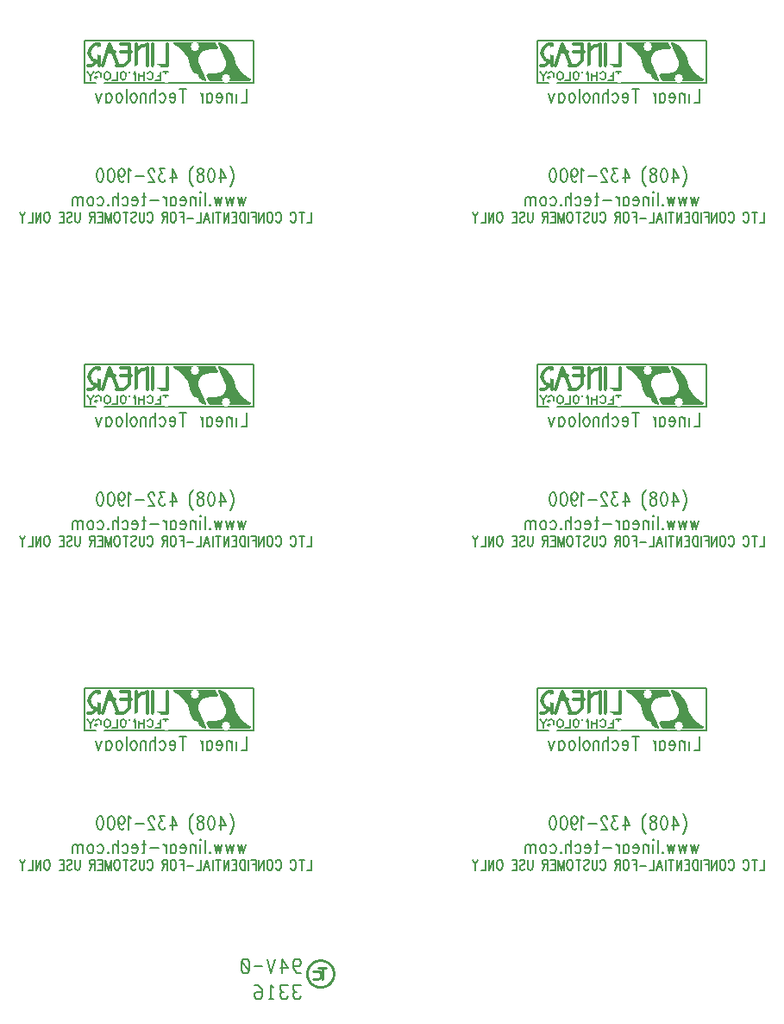
<source format=gbr>
*
%FSLAX26Y26*%
%MOIN*%
G04 A1 - logo-tc mirror *
%AMA1sss*
1,1,0.010000,0.095248,0.072612*
1,1,0.010000,0.065446,0.072612*
20,1,0.010000,0.095248,0.072612,0.065446,0.072612,0.0*
1,1,0.010000,0.080347,0.072612*
1,1,0.010000,0.080347,0.027910*
20,1,0.010000,0.080347,0.072612,0.080347,0.027910,0.0*
1,1,0.010000,0.045354,0.059340*
1,1,0.010000,0.067705,0.059340*
20,1,0.010000,0.045354,0.059340,0.067705,0.059340,0.0*
1,1,0.010000,0.067705,0.059340*
1,1,0.010000,0.075156,0.051890*
20,1,0.010000,0.067705,0.059340,0.075156,0.051890,0.0*
1,1,0.010000,0.075156,0.051890*
1,1,0.010000,0.075156,0.036989*
20,1,0.010000,0.075156,0.051890,0.075156,0.036989,0.0*
1,1,0.010000,0.075156,0.036989*
1,1,0.010000,0.067705,0.029539*
20,1,0.010000,0.075156,0.036989,0.067705,0.029539,0.0*
1,1,0.010000,0.067705,0.029539*
1,1,0.010000,0.045354,0.029539*
20,1,0.010000,0.067705,0.029539,0.045354,0.029539,0.0*
1,1,0.010000,0.073017,-0.002224*
1,1,0.010000,0.080135,-0.001778*
20,1,0.010000,0.073017,-0.002224,0.080135,-0.001778,0.0*
1,1,0.010000,0.080135,-0.001778*
1,1,0.010000,0.087122,-0.000356*
20,1,0.010000,0.080135,-0.001778,0.087122,-0.000356,0.0*
1,1,0.010000,0.087122,-0.000356*
1,1,0.010000,0.093847,0.002016*
20,1,0.010000,0.087122,-0.000356,0.093847,0.002016,0.0*
1,1,0.010000,0.093847,0.002016*
1,1,0.010000,0.100181,0.005293*
20,1,0.010000,0.093847,0.002016,0.100181,0.005293,0.0*
1,1,0.010000,0.100181,0.005293*
1,1,0.010000,0.106003,0.009411*
20,1,0.010000,0.100181,0.005293,0.106003,0.009411,0.0*
1,1,0.010000,0.106003,0.009411*
1,1,0.010000,0.111201,0.014293*
20,1,0.010000,0.106003,0.009411,0.111201,0.014293,0.0*
1,1,0.010000,0.111201,0.014293*
1,1,0.010000,0.115677,0.019844*
20,1,0.010000,0.111201,0.014293,0.115677,0.019844,0.0*
1,1,0.010000,0.115677,0.019844*
1,1,0.010000,0.119344,0.025960*
20,1,0.010000,0.115677,0.019844,0.119344,0.025960,0.0*
1,1,0.010000,0.119344,0.025960*
1,1,0.010000,0.122134,0.032523*
20,1,0.010000,0.119344,0.025960,0.122134,0.032523,0.0*
1,1,0.010000,0.122134,0.032523*
1,1,0.010000,0.123992,0.039407*
20,1,0.010000,0.122134,0.032523,0.123992,0.039407,0.0*
1,1,0.010000,0.123992,0.039407*
1,1,0.010000,0.124884,0.046482*
20,1,0.010000,0.123992,0.039407,0.124884,0.046482,0.0*
1,1,0.010000,0.124884,0.046482*
1,1,0.010000,0.124792,0.053613*
20,1,0.010000,0.124884,0.046482,0.124792,0.053613,0.0*
1,1,0.010000,0.124792,0.053613*
1,1,0.010000,0.123717,0.060663*
20,1,0.010000,0.124792,0.053613,0.123717,0.060663,0.0*
1,1,0.010000,0.123717,0.060663*
1,1,0.010000,0.121681,0.067497*
20,1,0.010000,0.123717,0.060663,0.121681,0.067497,0.0*
1,1,0.010000,0.121681,0.067497*
1,1,0.010000,0.118723,0.073985*
20,1,0.010000,0.121681,0.067497,0.118723,0.073985,0.0*
1,1,0.010000,0.118723,0.073985*
1,1,0.010000,0.114898,0.080004*
20,1,0.010000,0.118723,0.073985,0.114898,0.080004,0.0*
1,1,0.010000,0.114898,0.080004*
1,1,0.010000,0.110280,0.085437*
20,1,0.010000,0.114898,0.080004,0.110280,0.085437,0.0*
1,1,0.010000,0.110280,0.085437*
1,1,0.010000,0.104957,0.090183*
20,1,0.010000,0.110280,0.085437,0.104957,0.090183,0.0*
1,1,0.010000,0.104957,0.090183*
1,1,0.010000,0.099031,0.094149*
20,1,0.010000,0.104957,0.090183,0.099031,0.094149,0.0*
1,1,0.010000,0.099031,0.094149*
1,1,0.010000,0.092614,0.097260*
20,1,0.010000,0.099031,0.094149,0.092614,0.097260,0.0*
1,1,0.010000,0.092614,0.097260*
1,1,0.010000,0.085830,0.099458*
20,1,0.010000,0.092614,0.097260,0.085830,0.099458,0.0*
1,1,0.010000,0.085830,0.099458*
1,1,0.010000,0.078808,0.100699*
20,1,0.010000,0.085830,0.099458,0.078808,0.100699,0.0*
1,1,0.010000,0.078808,0.100699*
1,1,0.010000,0.078017,0.100776*
20,1,0.010000,0.078808,0.100699,0.078017,0.100776,0.0*
1,1,0.010000,0.078017,0.100776*
1,1,0.010000,0.070888,0.100996*
20,1,0.010000,0.078017,0.100776,0.070888,0.100996,0.0*
1,1,0.010000,0.070888,0.100996*
1,1,0.010000,0.063797,0.100231*
20,1,0.010000,0.070888,0.100996,0.063797,0.100231,0.0*
1,1,0.010000,0.063797,0.100231*
1,1,0.010000,0.056878,0.098496*
20,1,0.010000,0.063797,0.100231,0.056878,0.098496,0.0*
1,1,0.010000,0.056878,0.098496*
1,1,0.010000,0.050265,0.095823*
20,1,0.010000,0.056878,0.098496,0.050265,0.095823,0.0*
1,1,0.010000,0.050265,0.095823*
1,1,0.010000,0.044083,0.092265*
20,1,0.010000,0.050265,0.095823,0.044083,0.092265,0.0*
1,1,0.010000,0.044083,0.092265*
1,1,0.010000,0.038451,0.087889*
20,1,0.010000,0.044083,0.092265,0.038451,0.087889,0.0*
1,1,0.010000,0.038451,0.087889*
1,1,0.010000,0.033475,0.082779*
20,1,0.010000,0.038451,0.087889,0.033475,0.082779,0.0*
1,1,0.010000,0.033475,0.082779*
1,1,0.010000,0.029252,0.077031*
20,1,0.010000,0.033475,0.082779,0.029252,0.077031,0.0*
1,1,0.010000,0.029252,0.077031*
1,1,0.010000,0.025861,0.070756*
20,1,0.010000,0.029252,0.077031,0.025861,0.070756,0.0*
1,1,0.010000,0.025861,0.070756*
1,1,0.010000,0.023367,0.064074*
20,1,0.010000,0.025861,0.070756,0.023367,0.064074,0.0*
1,1,0.010000,0.023367,0.064074*
1,1,0.010000,0.021817,0.057111*
20,1,0.010000,0.023367,0.064074,0.021817,0.057111,0.0*
1,1,0.010000,0.021817,0.057111*
1,1,0.010000,0.021242,0.050002*
20,1,0.010000,0.021817,0.057111,0.021242,0.050002,0.0*
1,1,0.010000,0.021242,0.050002*
1,1,0.010000,0.021653,0.042881*
20,1,0.010000,0.021242,0.050002,0.021653,0.042881,0.0*
1,1,0.010000,0.021653,0.042881*
1,1,0.010000,0.023041,0.035885*
20,1,0.010000,0.021653,0.042881,0.023041,0.035885,0.0*
1,1,0.010000,0.023041,0.035885*
1,1,0.010000,0.025380,0.029146*
20,1,0.010000,0.023041,0.035885,0.025380,0.029146,0.0*
1,1,0.010000,0.025380,0.029146*
1,1,0.010000,0.028625,0.022795*
20,1,0.010000,0.025380,0.029146,0.028625,0.022795,0.0*
1,1,0.010000,0.028625,0.022795*
1,1,0.010000,0.032715,0.016951*
20,1,0.010000,0.028625,0.022795,0.032715,0.016951,0.0*
1,1,0.010000,0.032715,0.016951*
1,1,0.010000,0.037571,0.011727*
20,1,0.010000,0.032715,0.016951,0.037571,0.011727,0.0*
1,1,0.010000,0.037571,0.011727*
1,1,0.010000,0.043100,0.007222*
20,1,0.010000,0.037571,0.011727,0.043100,0.007222,0.0*
1,1,0.010000,0.043100,0.007222*
1,1,0.010000,0.049198,0.003522*
20,1,0.010000,0.043100,0.007222,0.049198,0.003522,0.0*
1,1,0.010000,0.049198,0.003522*
1,1,0.010000,0.055748,0.000697*
20,1,0.010000,0.049198,0.003522,0.055748,0.000697,0.0*
1,1,0.010000,0.055748,0.000697*
1,1,0.010000,0.062624,-0.001197*
20,1,0.010000,0.055748,0.000697,0.062624,-0.001197,0.0*
1,1,0.010000,0.062624,-0.001197*
1,1,0.010000,0.069696,-0.002126*
20,1,0.010000,0.062624,-0.001197,0.069696,-0.002126,0.0*
1,1,0.010000,0.069696,-0.002126*
1,1,0.010000,0.073017,-0.002224*
20,1,0.010000,0.069696,-0.002126,0.073017,-0.002224,0.0*
%
%ADD10C,0.007000*%
%ADD11C,0.008000*%
%ADD12C,0.012000*%
%ADD13C,0.034000*%
%ADD14C,0.135000*%
%ADD15A1sss*%
%ADD16C,0.007920*%
%IPPOS*%
%LNsss.gbr*%
%LPD*%
G75*
G36*
X1204515Y1249912D02*
G02X1206740Y1259390I2225J4478D01*
G01X1357644D01*
G02X1364103Y1257085I2006J-4580D01*
G01X1374241Y1237237D01*
G02X1369790Y1229960I-4451J-2277D01*
G01X1340220D01*
G03X1317536Y1224347I-2501J-38533D01*
G01X1310281Y1218619D01*
G03X1307007Y1214982I25267J-26045D01*
G03X1299120Y1183816I32722J-24861D01*
G01X1300983Y1176345D01*
X1330384Y1116280D01*
G02X1325440Y1109150I-4530J-2138D01*
G01X1324590D01*
G02X1322600Y1109563I-0J5000D01*
G01X1314563Y1112739D01*
X1304479Y1118032D01*
X1296329Y1123950D01*
X1287831Y1131610D01*
X1280780Y1139603D01*
X1274498Y1148664D01*
X1268259Y1161753D01*
X1266083Y1169184D01*
X1261954Y1186907D01*
X1257584Y1196854D01*
X1251869Y1207452D01*
X1247041Y1214700D01*
X1240977Y1222383D01*
X1233251Y1230513D01*
X1226039Y1236927D01*
X1211891Y1246229D01*
X1204515Y1249912D01*
G37*
G36*
X1330281Y1130457D02*
G02X1334730Y1137740I4449J2283D01*
G01X1364300D01*
G03X1386983Y1143343I2594J38216D01*
G01X1394239Y1149072D01*
G03X1397510Y1152705I-25113J25903D01*
G03X1405401Y1183867I-32530J24817D01*
G01X1403535Y1191350D01*
X1374136Y1251410D01*
G02X1379080Y1258540I4530J2138D01*
G01X1379923D01*
G02X1381907Y1258132I7J-5000D01*
G01X1389966Y1254956D01*
X1399473Y1249994D01*
G02X1412001Y1240361I-39102J-63818D01*
G01X1416662Y1236099D01*
X1423728Y1228104D01*
X1430022Y1219026D01*
X1436261Y1205937D01*
X1438437Y1198506D01*
X1442556Y1180783D01*
X1446936Y1170836D01*
X1452641Y1160237D01*
X1457468Y1152992D01*
X1463541Y1145309D01*
X1471270Y1137176D01*
X1478478Y1130765D01*
X1492629Y1121471D01*
X1500005Y1117788D01*
G02X1497780Y1108310I-2225J-4478D01*
G01X1346899D01*
G02X1340417Y1110606I-2029J4570D01*
G01X1330281Y1130457D01*
G37*
G54D10*
X1183750Y1145580D02*
X1161330D01*
X1123150Y1137810D02*
G03X1100940Y1137810I-11105J-3740D01*
X1140620Y1129620D02*
G01X1153350D01*
X1067520D02*
X1089730D01*
X1153350Y1145580D02*
X1132640D01*
X893910D02*
X881190Y1129620D01*
X1019640Y1137810D02*
G03X997430Y1137810I-11105J-3770D01*
X922600D02*
G03X900380Y1137810I-11110J-3770D01*
X957530D02*
G03X935320Y1137810I-11105J-3740D01*
X881190Y1129620D02*
G01X868470Y1145580D01*
X1153350Y1112150D02*
Y1145580D01*
X1089730D02*
Y1112150D01*
X1067520D02*
Y1145580D01*
X1054790Y1112150D02*
Y1145580D01*
X1032360Y1112150D01*
Y1145580D01*
X1132640Y1112150D02*
X1153350D01*
X1123150Y1120110D02*
G03X1123160Y1137800I-21810J8857D01*
X1100940Y1120130D02*
G03X1123150Y1120130I11105J3760D01*
X984700Y1145580D02*
G01Y1112150D01*
X957520Y1120110D02*
G03X957540Y1137800I-21810J8870D01*
X997430Y1137810D02*
G03X997430Y1120130I21770J-8840D01*
X1019630Y1120110D02*
G03X1019650Y1137800I-21810J8870D01*
X997430Y1120130D02*
G03X1019640Y1120130I11105J3780D01*
X984700Y1112150D02*
G01X965510D01*
X922590Y1120110D02*
G03X922600Y1137800I-21810J8857D01*
X935320Y1120130D02*
G03X957530Y1120130I11105J3760D01*
X935320Y1137810D02*
G03X935320Y1120130I21770J-8840D01*
X908360Y1124880D02*
G01X900380D01*
Y1120130D02*
G03X922600Y1120130I11110J3780D01*
X900380Y1124880D02*
G01Y1120130D01*
X881190Y1129620D02*
Y1112150D01*
X1172540Y1145580D02*
Y1112150D01*
G54D11*
X1513500Y1265250D02*
X857250D01*
Y1102750D01*
X1513500D01*
Y1265250D01*
X1486000Y1078500D02*
Y1026000D01*
X1464180D01*
X1447810Y1078500D02*
X1446000Y1076000D01*
X1444180Y1078500D01*
X1446000Y1081000D01*
X1447810Y1078500D01*
X1446000Y1061000D02*
Y1026000D01*
X1427810Y1061000D02*
Y1026000D01*
Y1051000D02*
X1422360Y1058500D01*
X1418720Y1061000D01*
X1413270D01*
X1409630Y1058500D01*
X1407810Y1051000D01*
Y1026000D01*
X1391450Y1046000D02*
X1369630D01*
Y1051000D01*
X1371450Y1056000D01*
X1373270Y1058500D01*
X1376900Y1061000D01*
X1382360D01*
X1386000Y1058500D01*
X1389630Y1053500D01*
X1391450Y1046000D01*
Y1041000D01*
X1389630Y1033500D01*
X1386000Y1028500D01*
X1382360Y1026000D01*
X1376900D01*
X1373270Y1028500D01*
X1369630Y1033500D01*
X1331450Y1061000D02*
Y1026000D01*
Y1053500D02*
X1335090Y1058500D01*
X1338720Y1061000D01*
X1344180D01*
X1347810Y1058500D01*
X1351450Y1053500D01*
X1353270Y1046000D01*
Y1041000D01*
X1351450Y1033500D01*
X1347810Y1028500D01*
X1344180Y1026000D01*
X1338720D01*
X1335090Y1028500D01*
X1331450Y1033500D01*
X1315090Y1061000D02*
Y1026000D01*
Y1046000D02*
X1313270Y1053500D01*
X1309630Y1058500D01*
X1306000Y1061000D01*
X1300540D01*
X1238720Y1078500D02*
Y1026000D01*
X1251450Y1078500D02*
X1226000D01*
X1209630Y1046000D02*
X1187810D01*
Y1051000D01*
X1189630Y1056000D01*
X1191450Y1058500D01*
X1195090Y1061000D01*
X1200540D01*
X1204180Y1058500D01*
X1207810Y1053500D01*
X1209630Y1046000D01*
Y1041000D01*
X1207810Y1033500D01*
X1204180Y1028500D01*
X1200540Y1026000D01*
X1195090D01*
X1191450Y1028500D01*
X1187810Y1033500D01*
X1149630Y1053500D02*
X1153270Y1058500D01*
X1156900Y1061000D01*
X1162360D01*
X1166000Y1058500D01*
X1169630Y1053500D01*
X1171450Y1046000D01*
Y1041000D01*
X1169630Y1033500D01*
X1166000Y1028500D01*
X1162360Y1026000D01*
X1156900D01*
X1153270Y1028500D01*
X1149630Y1033500D01*
X1133270Y1078500D02*
Y1026000D01*
Y1051000D02*
X1127810Y1058500D01*
X1124180Y1061000D01*
X1118720D01*
X1115090Y1058500D01*
X1113270Y1051000D01*
Y1026000D01*
X1096900Y1061000D02*
Y1026000D01*
Y1051000D02*
X1091450Y1058500D01*
X1087810Y1061000D01*
X1082360D01*
X1078720Y1058500D01*
X1076900Y1051000D01*
Y1026000D01*
X1051450Y1061000D02*
X1055090Y1058500D01*
X1058720Y1053500D01*
X1060540Y1046000D01*
Y1041000D01*
X1058720Y1033500D01*
X1055090Y1028500D01*
X1051450Y1026000D01*
X1046000D01*
X1042360Y1028500D01*
X1038720Y1033500D01*
X1036900Y1041000D01*
Y1046000D01*
X1038720Y1053500D01*
X1042360Y1058500D01*
X1046000Y1061000D01*
X1051450D01*
X1020540Y1078500D02*
Y1026000D01*
X995090Y1061000D02*
X998720Y1058500D01*
X1002360Y1053500D01*
X1004180Y1046000D01*
Y1041000D01*
X1002360Y1033500D01*
X998720Y1028500D01*
X995090Y1026000D01*
X989630D01*
X986000Y1028500D01*
X982360Y1033500D01*
X980540Y1041000D01*
Y1046000D01*
X982360Y1053500D01*
X986000Y1058500D01*
X989630Y1061000D01*
X995090D01*
X942360D02*
Y1021000D01*
X944180Y1013500D01*
X946000Y1011000D01*
X949630Y1008500D01*
X955090D01*
X958720Y1011000D01*
X942360Y1053500D02*
X946000Y1058500D01*
X949630Y1061000D01*
X955090D01*
X958720Y1058500D01*
X962360Y1053500D01*
X964180Y1046000D01*
Y1041000D01*
X962360Y1033500D01*
X958720Y1028500D01*
X955090Y1026000D01*
X949630D01*
X946000Y1028500D01*
X942360Y1033500D01*
X924180Y1061000D02*
X913270Y1026000D01*
X902360Y1061000D02*
X913270Y1026000D01*
X916900Y1016000D01*
X920540Y1011000D01*
X924180Y1008500D01*
X926000D01*
X1421270Y781500D02*
X1424900Y776500D01*
X1428540Y769000D01*
X1432180Y759000D01*
X1434000Y746500D01*
Y736500D01*
X1432180Y724000D01*
X1428540Y714000D01*
X1424900Y706500D01*
X1421270Y701500D01*
X1386720Y771500D02*
X1404900Y736500D01*
X1377630D01*
X1386720Y771500D02*
Y719000D01*
X1350360Y771500D02*
X1355810Y769000D01*
X1359450Y761500D01*
X1361270Y749000D01*
Y741500D01*
X1359450Y729000D01*
X1355810Y721500D01*
X1350360Y719000D01*
X1346720D01*
X1341270Y721500D01*
X1337630Y729000D01*
X1335810Y741500D01*
Y749000D01*
X1337630Y761500D01*
X1341270Y769000D01*
X1346720Y771500D01*
X1350360D01*
X1310360D02*
X1315810Y769000D01*
X1317630Y764000D01*
Y759000D01*
X1315810Y754000D01*
X1312180Y751500D01*
X1304900Y749000D01*
X1299450Y746500D01*
X1295810Y741500D01*
X1294000Y736500D01*
Y729000D01*
X1295810Y724000D01*
X1297630Y721500D01*
X1303090Y719000D01*
X1310360D01*
X1315810Y721500D01*
X1317630Y724000D01*
X1319450Y729000D01*
Y736500D01*
X1317630Y741500D01*
X1314000Y746500D01*
X1308540Y749000D01*
X1301270Y751500D01*
X1297630Y754000D01*
X1295810Y759000D01*
Y764000D01*
X1297630Y769000D01*
X1303090Y771500D01*
X1310360D01*
X1277630Y781500D02*
X1274000Y776500D01*
X1270360Y769000D01*
X1266720Y759000D01*
X1264900Y746500D01*
Y736500D01*
X1266720Y724000D01*
X1270360Y714000D01*
X1274000Y706500D01*
X1277630Y701500D01*
X1197630Y771500D02*
X1215810Y736500D01*
X1188540D01*
X1197630Y771500D02*
Y719000D01*
X1168540Y771500D02*
X1148540D01*
X1159450Y751500D01*
X1154000D01*
X1150360Y749000D01*
X1148540Y746500D01*
X1146720Y739000D01*
Y734000D01*
X1148540Y726500D01*
X1152180Y721500D01*
X1157630Y719000D01*
X1163090D01*
X1168540Y721500D01*
X1170360Y724000D01*
X1172180Y729000D01*
X1128540Y759000D02*
Y761500D01*
X1126720Y766500D01*
X1124900Y769000D01*
X1121270Y771500D01*
X1114000D01*
X1110360Y769000D01*
X1108540Y766500D01*
X1106720Y761500D01*
Y756500D01*
X1108540Y751500D01*
X1112180Y744000D01*
X1130360Y719000D01*
X1104900D01*
X1088540Y741500D02*
X1055810D01*
X1039450Y761500D02*
X1035810Y764000D01*
X1030360Y771500D01*
Y719000D01*
X990360Y754000D02*
X992180Y746500D01*
X995810Y741500D01*
X1001270Y739000D01*
X1003090D01*
X1008540Y741500D01*
X1012180Y746500D01*
X1014000Y754000D01*
Y756500D01*
X1012180Y764000D01*
X1008540Y769000D01*
X1003090Y771500D01*
X1001270D01*
X995810Y769000D01*
X992180Y764000D01*
X990360Y754000D01*
Y741500D01*
X992180Y729000D01*
X995810Y721500D01*
X1001270Y719000D01*
X1004900D01*
X1010360Y721500D01*
X1012180Y726500D01*
X963090Y771500D02*
X968540Y769000D01*
X972180Y761500D01*
X974000Y749000D01*
Y741500D01*
X972180Y729000D01*
X968540Y721500D01*
X963090Y719000D01*
X959450D01*
X954000Y721500D01*
X950360Y729000D01*
X948540Y741500D01*
Y749000D01*
X950360Y761500D01*
X954000Y769000D01*
X959450Y771500D01*
X963090D01*
X921270D02*
X926720Y769000D01*
X930360Y761500D01*
X932180Y749000D01*
Y741500D01*
X930360Y729000D01*
X926720Y721500D01*
X921270Y719000D01*
X917630D01*
X912180Y721500D01*
X908540Y729000D01*
X906720Y741500D01*
Y749000D01*
X908540Y761500D01*
X912180Y769000D01*
X917630Y771500D01*
X921270D01*
X1736000Y602370D02*
Y563000D01*
X1719630D01*
X1697810Y602370D02*
Y563000D01*
X1707360Y602370D02*
X1688270D01*
X1655540Y593000D02*
X1656900Y596750D01*
X1659630Y600500D01*
X1662360Y602370D01*
X1667810D01*
X1670540Y600500D01*
X1673270Y596750D01*
X1674630Y593000D01*
X1676000Y587370D01*
Y578000D01*
X1674630Y572370D01*
X1673270Y568620D01*
X1670540Y564870D01*
X1667810Y563000D01*
X1662360D01*
X1659630Y564870D01*
X1656900Y568620D01*
X1655540Y572370D01*
X1598270Y593000D02*
X1599630Y596750D01*
X1602360Y600500D01*
X1605090Y602370D01*
X1610540D01*
X1613270Y600500D01*
X1616000Y596750D01*
X1617360Y593000D01*
X1618720Y587370D01*
Y578000D01*
X1617360Y572370D01*
X1616000Y568620D01*
X1613270Y564870D01*
X1610540Y563000D01*
X1605090D01*
X1602360Y564870D01*
X1599630Y568620D01*
X1598270Y572370D01*
X1577810Y602370D02*
X1580540Y600500D01*
X1583270Y596750D01*
X1584630Y593000D01*
X1586000Y587370D01*
Y578000D01*
X1584630Y572370D01*
X1583270Y568620D01*
X1580540Y564870D01*
X1577810Y563000D01*
X1572360D01*
X1569630Y564870D01*
X1566900Y568620D01*
X1565540Y572370D01*
X1564180Y578000D01*
Y587370D01*
X1565540Y593000D01*
X1566900Y596750D01*
X1569630Y600500D01*
X1572360Y602370D01*
X1577810D01*
X1551900D02*
Y563000D01*
Y602370D02*
X1532810Y563000D01*
Y602370D02*
Y563000D01*
X1520540Y602370D02*
Y563000D01*
Y602370D02*
X1502810D01*
X1520540Y583620D02*
X1509630D01*
X1490540Y602370D02*
Y563000D01*
X1478270Y602370D02*
Y563000D01*
Y602370D02*
X1468720D01*
X1464630Y600500D01*
X1461900Y596750D01*
X1460540Y593000D01*
X1459180Y587370D01*
Y578000D01*
X1460540Y572370D01*
X1461900Y568620D01*
X1464630Y564870D01*
X1468720Y563000D01*
X1478270D01*
X1446900Y602370D02*
Y563000D01*
Y602370D02*
X1429180D01*
X1446900Y583620D02*
X1436000D01*
X1446900Y563000D02*
X1429180D01*
X1416900Y602370D02*
Y563000D01*
Y602370D02*
X1397810Y563000D01*
Y602370D02*
Y563000D01*
X1376000Y602370D02*
Y563000D01*
X1385540Y602370D02*
X1366450D01*
X1354180D02*
Y563000D01*
X1331000Y602370D02*
X1341900Y563000D01*
X1331000Y602370D02*
X1320090Y563000D01*
X1337810Y576120D02*
X1324180D01*
X1307810Y602370D02*
Y563000D01*
X1291450D01*
X1279180Y579870D02*
X1254630D01*
X1242360Y602370D02*
Y563000D01*
Y602370D02*
X1224630D01*
X1242360Y583620D02*
X1231450D01*
X1204180Y602370D02*
X1206900Y600500D01*
X1209630Y596750D01*
X1211000Y593000D01*
X1212360Y587370D01*
Y578000D01*
X1211000Y572370D01*
X1209630Y568620D01*
X1206900Y564870D01*
X1204180Y563000D01*
X1198720D01*
X1196000Y564870D01*
X1193270Y568620D01*
X1191900Y572370D01*
X1190540Y578000D01*
Y587370D01*
X1191900Y593000D01*
X1193270Y596750D01*
X1196000Y600500D01*
X1198720Y602370D01*
X1204180D01*
X1178270D02*
Y563000D01*
Y602370D02*
X1166000D01*
X1161900Y600500D01*
X1160540Y598620D01*
X1159180Y594870D01*
Y591120D01*
X1160540Y587370D01*
X1161900Y585500D01*
X1166000Y583620D01*
X1178270D01*
X1168720D02*
X1159180Y563000D01*
X1101900Y593000D02*
X1103270Y596750D01*
X1106000Y600500D01*
X1108720Y602370D01*
X1114180D01*
X1116900Y600500D01*
X1119630Y596750D01*
X1121000Y593000D01*
X1122360Y587370D01*
Y578000D01*
X1121000Y572370D01*
X1119630Y568620D01*
X1116900Y564870D01*
X1114180Y563000D01*
X1108720D01*
X1106000Y564870D01*
X1103270Y568620D01*
X1101900Y572370D01*
X1089630Y602370D02*
Y574250D01*
X1088270Y568620D01*
X1085540Y564870D01*
X1081450Y563000D01*
X1078720D01*
X1074630Y564870D01*
X1071900Y568620D01*
X1070540Y574250D01*
Y602370D01*
X1039180Y596750D02*
X1041900Y600500D01*
X1046000Y602370D01*
X1051450D01*
X1055540Y600500D01*
X1058270Y596750D01*
Y593000D01*
X1056900Y589250D01*
X1055540Y587370D01*
X1052810Y585500D01*
X1044630Y581750D01*
X1041900Y579870D01*
X1040540Y578000D01*
X1039180Y574250D01*
Y568620D01*
X1041900Y564870D01*
X1046000Y563000D01*
X1051450D01*
X1055540Y564870D01*
X1058270Y568620D01*
X1017360Y602370D02*
Y563000D01*
X1026900Y602370D02*
X1007810D01*
X987360D02*
X990090Y600500D01*
X992810Y596750D01*
X994180Y593000D01*
X995540Y587370D01*
Y578000D01*
X994180Y572370D01*
X992810Y568620D01*
X990090Y564870D01*
X987360Y563000D01*
X981900D01*
X979180Y564870D01*
X976450Y568620D01*
X975090Y572370D01*
X973720Y578000D01*
Y587370D01*
X975090Y593000D01*
X976450Y596750D01*
X979180Y600500D01*
X981900Y602370D01*
X987360D01*
X961450D02*
Y563000D01*
Y602370D02*
X950540Y563000D01*
X939630Y602370D02*
X950540Y563000D01*
X939630Y602370D02*
Y563000D01*
X927360Y602370D02*
Y563000D01*
Y602370D02*
X909630D01*
X927360Y583620D02*
X916450D01*
X927360Y563000D02*
X909630D01*
X897360Y602370D02*
Y563000D01*
Y602370D02*
X885090D01*
X881000Y600500D01*
X879630Y598620D01*
X878270Y594870D01*
Y591120D01*
X879630Y587370D01*
X881000Y585500D01*
X885090Y583620D01*
X897360D01*
X887810D02*
X878270Y563000D01*
X841450Y602370D02*
Y574250D01*
X840090Y568620D01*
X837360Y564870D01*
X833270Y563000D01*
X830540D01*
X826450Y564870D01*
X823720Y568620D01*
X822360Y574250D01*
Y602370D01*
X791000Y596750D02*
X793720Y600500D01*
X797810Y602370D01*
X803270D01*
X807360Y600500D01*
X810090Y596750D01*
Y593000D01*
X808720Y589250D01*
X807360Y587370D01*
X804630Y585500D01*
X796450Y581750D01*
X793720Y579870D01*
X792360Y578000D01*
X791000Y574250D01*
Y568620D01*
X793720Y564870D01*
X797810Y563000D01*
X803270D01*
X807360Y564870D01*
X810090Y568620D01*
X778720Y602370D02*
Y563000D01*
Y602370D02*
X761000D01*
X778720Y583620D02*
X767810D01*
X778720Y563000D02*
X761000D01*
X716000Y602370D02*
X718720Y600500D01*
X721450Y596750D01*
X722810Y593000D01*
X724180Y587370D01*
Y578000D01*
X722810Y572370D01*
X721450Y568620D01*
X718720Y564870D01*
X716000Y563000D01*
X710540D01*
X707810Y564870D01*
X705090Y568620D01*
X703720Y572370D01*
X702360Y578000D01*
Y587370D01*
X703720Y593000D01*
X705090Y596750D01*
X707810Y600500D01*
X710540Y602370D01*
X716000D01*
X690090D02*
Y563000D01*
Y602370D02*
X671000Y563000D01*
Y602370D02*
Y563000D01*
X658720Y602370D02*
Y563000D01*
X642360D01*
X630090Y602370D02*
X619180Y583620D01*
Y563000D01*
X608270Y602370D02*
X619180Y583620D01*
X1481000Y662000D02*
X1473720Y627000D01*
X1466450Y662000D02*
X1473720Y627000D01*
X1466450Y662000D02*
X1459180Y627000D01*
X1451900Y662000D02*
X1459180Y627000D01*
X1435540Y662000D02*
X1428270Y627000D01*
X1421000Y662000D02*
X1428270Y627000D01*
X1421000Y662000D02*
X1413720Y627000D01*
X1406450Y662000D02*
X1413720Y627000D01*
X1390090Y662000D02*
X1382810Y627000D01*
X1375540Y662000D02*
X1382810Y627000D01*
X1375540Y662000D02*
X1368270Y627000D01*
X1361000Y662000D02*
X1368270Y627000D01*
X1342810Y632000D02*
X1344630Y629500D01*
X1342810Y627000D01*
X1341000Y629500D01*
X1342810Y632000D01*
X1324630Y679500D02*
Y627000D01*
X1308270Y679500D02*
X1306450Y677000D01*
X1304630Y679500D01*
X1306450Y682000D01*
X1308270Y679500D01*
X1306450Y662000D02*
Y627000D01*
X1288270Y662000D02*
Y627000D01*
Y652000D02*
X1282810Y659500D01*
X1279180Y662000D01*
X1273720D01*
X1270090Y659500D01*
X1268270Y652000D01*
Y627000D01*
X1251900Y647000D02*
X1230090D01*
Y652000D01*
X1231900Y657000D01*
X1233720Y659500D01*
X1237360Y662000D01*
X1242810D01*
X1246450Y659500D01*
X1250090Y654500D01*
X1251900Y647000D01*
Y642000D01*
X1250090Y634500D01*
X1246450Y629500D01*
X1242810Y627000D01*
X1237360D01*
X1233720Y629500D01*
X1230090Y634500D01*
X1191900Y662000D02*
Y627000D01*
Y654500D02*
X1195540Y659500D01*
X1199180Y662000D01*
X1204630D01*
X1208270Y659500D01*
X1211900Y654500D01*
X1213720Y647000D01*
Y642000D01*
X1211900Y634500D01*
X1208270Y629500D01*
X1204630Y627000D01*
X1199180D01*
X1195540Y629500D01*
X1191900Y634500D01*
X1175540Y662000D02*
Y627000D01*
Y647000D02*
X1173720Y654500D01*
X1170090Y659500D01*
X1166450Y662000D01*
X1161000D01*
X1144630Y649500D02*
X1111900D01*
X1090090Y679500D02*
Y637000D01*
X1088270Y629500D01*
X1084630Y627000D01*
X1081000D01*
X1095540Y662000D02*
X1082810D01*
X1064630Y647000D02*
X1042810D01*
Y652000D01*
X1044630Y657000D01*
X1046450Y659500D01*
X1050090Y662000D01*
X1055540D01*
X1059180Y659500D01*
X1062810Y654500D01*
X1064630Y647000D01*
Y642000D01*
X1062810Y634500D01*
X1059180Y629500D01*
X1055540Y627000D01*
X1050090D01*
X1046450Y629500D01*
X1042810Y634500D01*
X1004630Y654500D02*
X1008270Y659500D01*
X1011900Y662000D01*
X1017360D01*
X1021000Y659500D01*
X1024630Y654500D01*
X1026450Y647000D01*
Y642000D01*
X1024630Y634500D01*
X1021000Y629500D01*
X1017360Y627000D01*
X1011900D01*
X1008270Y629500D01*
X1004630Y634500D01*
X988270Y679500D02*
Y627000D01*
Y652000D02*
X982810Y659500D01*
X979180Y662000D01*
X973720D01*
X970090Y659500D01*
X968270Y652000D01*
Y627000D01*
X950090Y632000D02*
X951900Y629500D01*
X950090Y627000D01*
X948270Y629500D01*
X950090Y632000D01*
X910090Y654500D02*
X913720Y659500D01*
X917360Y662000D01*
X922810D01*
X926450Y659500D01*
X930090Y654500D01*
X931900Y647000D01*
Y642000D01*
X930090Y634500D01*
X926450Y629500D01*
X922810Y627000D01*
X917360D01*
X913720Y629500D01*
X910090Y634500D01*
X884630Y662000D02*
X888270Y659500D01*
X891900Y654500D01*
X893720Y647000D01*
Y642000D01*
X891900Y634500D01*
X888270Y629500D01*
X884630Y627000D01*
X879180D01*
X875540Y629500D01*
X871900Y634500D01*
X870090Y642000D01*
Y647000D01*
X871900Y654500D01*
X875540Y659500D01*
X879180Y662000D01*
X884630D01*
X853720D02*
Y627000D01*
Y652000D02*
X848270Y659500D01*
X844630Y662000D01*
X839180D01*
X835540Y659500D01*
X833720Y652000D01*
Y627000D01*
Y652000D02*
X828270Y659500D01*
X824630Y662000D01*
X819180D01*
X815540Y659500D01*
X813720Y652000D01*
Y627000D01*
G54D12*
X1177450Y1250430D02*
Y1166720D01*
X1143660D01*
X1121720Y1250430D02*
Y1166720D01*
X1100670Y1250430D02*
Y1166720D01*
X1059580Y1250430D02*
Y1166720D01*
X1100290Y1248130D02*
X1097600D01*
X1094140Y1247750D01*
X1089150Y1246590D01*
X1084540Y1245440D01*
X1080320Y1243910D01*
X1075710Y1241600D01*
X1072250Y1239300D01*
X1069570Y1237380D01*
X1066490Y1234310D01*
X1064190Y1231620D01*
X1061120Y1228160D01*
X1032520Y1201670D02*
Y1196670D01*
X1032130Y1193220D01*
X1030980Y1188230D01*
X1029060Y1184390D01*
X1026370Y1180550D01*
X1023680Y1177090D01*
X1020230Y1174020D01*
X1015240Y1170950D01*
X1009860Y1169030D01*
X1005250Y1168260D01*
X1000260Y1167490D01*
X983180D01*
X1039040Y1223210D02*
X997570D01*
X1032520Y1250050D02*
Y1203200D01*
Y1250820D02*
X997190D01*
X928650Y1167490D02*
X955320Y1250430D01*
X957060D01*
X987200Y1167490D01*
X915080Y1250430D02*
Y1166720D01*
X871310D02*
X875530Y1167110D01*
X885510Y1169410D01*
X890510Y1171330D01*
X900110Y1177090D01*
X905100Y1180930D01*
X909320Y1185540D01*
X973960Y1222820D02*
X950920D01*
X909710Y1250430D02*
X905870D01*
X903560Y1250050D01*
X895500Y1247360D01*
X892810Y1246210D01*
X889350Y1243140D01*
X885900Y1239300D01*
X882830Y1235460D01*
X880520Y1232390D01*
X878600Y1228160D01*
X877830Y1224710D01*
X877070Y1217790D01*
Y1215870D01*
X877450Y1214340D01*
X878220Y1209730D01*
X881290Y1202820D01*
X884360Y1198210D01*
X889350Y1193220D01*
X894730Y1188990D01*
X897800Y1187460D01*
X904330Y1186310D01*
X910090D01*
Y1185920D01*
%LPC*%
G75*
X910090Y1185920D02*
G54D13*
X590000Y540000D03*
Y590000D03*
X715000Y540000D03*
X865000D03*
X1015000D03*
X1155000D03*
X1300000D03*
X1440000D03*
X1570000D03*
X1705000D03*
X587500Y662500D03*
X637500D03*
X693750D03*
X743750D03*
X1675000D03*
X781250Y693750D03*
X787500Y737500D03*
X775000Y775000D03*
X1675000Y762500D03*
X637500Y793750D03*
X587500D03*
X737500D03*
X687500D03*
X815000Y795000D03*
X880000D03*
X1035000D03*
X960000D03*
X1100000Y805000D03*
X1140000Y845000D03*
X1700000Y880000D03*
X1137500Y950000D03*
X1209500Y949000D03*
X1172500Y935000D03*
X1331250Y937500D03*
X1700000Y985000D03*
X595000Y1010000D03*
X705000D03*
X650000D03*
X815000Y1005000D03*
X765000Y1020000D03*
X785000Y1065000D03*
X915000Y1005000D03*
X870000D03*
X945000D03*
X1000000D03*
X1055000D03*
X1293750Y1056250D03*
X1443750Y1075000D03*
X590000Y1130000D03*
X695000D03*
X640000D03*
X750000D03*
X920000Y1105000D03*
X1035000Y1120000D03*
X1137500Y1156250D03*
X1068750D03*
X1175000Y1118750D03*
X1285000Y1120000D03*
X1406250Y1118750D03*
X1700000Y1160000D03*
X590000Y1240000D03*
X920000Y1225000D03*
X1285000Y1240000D03*
X590000Y1355000D03*
X920000Y1340000D03*
X1285000Y1360000D03*
X1700000Y1330000D03*
X590000Y1455000D03*
X720000D03*
X845000D03*
X980000D03*
X1145000D03*
X1285000Y1460000D03*
X1395000D03*
X1520000D03*
X1700000D03*
G36*
X518000Y764150D02*
G02X550000Y777500I31991J-31654D01*
G01X720000D01*
G02X720000Y687500I0J-45000D01*
G01X550000D01*
G02X518000Y700850I-9J45004D01*
G01Y764150D01*
G37*
G36*
Y1099150D02*
G02X550000Y1112500I31991J-31654D01*
G01X720000D01*
G02X720000Y1022500I0J-45000D01*
G01X550000D01*
G02X518000Y1035850I-9J45004D01*
G01Y1099150D01*
G37*
G54D14*
X1100000Y1350000D03*
X1450000D03*
X750000D03*
X1600000Y1050000D03*
%LPD*%
G75*
X1600000Y1050000D02*
G36*
X1204515Y2499912D02*
G02X1206740Y2509390I2225J4478D01*
G01X1357644D01*
G02X1364103Y2507085I2006J-4580D01*
G01X1374241Y2487237D01*
G02X1369790Y2479960I-4451J-2277D01*
G01X1340220D01*
G03X1317536Y2474347I-2501J-38533D01*
G01X1310281Y2468619D01*
G03X1307007Y2464982I25267J-26045D01*
G03X1299120Y2433816I32722J-24861D01*
G01X1300983Y2426345D01*
X1330384Y2366280D01*
G02X1325440Y2359150I-4530J-2138D01*
G01X1324590D01*
G02X1322600Y2359563I-0J5000D01*
G01X1314563Y2362739D01*
X1304479Y2368032D01*
X1296329Y2373950D01*
X1287831Y2381610D01*
X1280780Y2389603D01*
X1274498Y2398664D01*
X1268259Y2411753D01*
X1266083Y2419184D01*
X1261954Y2436907D01*
X1257584Y2446854D01*
X1251869Y2457452D01*
X1247041Y2464700D01*
X1240977Y2472383D01*
X1233251Y2480513D01*
X1226039Y2486927D01*
X1211891Y2496229D01*
X1204515Y2499912D01*
G37*
G36*
X1330281Y2380457D02*
G02X1334730Y2387740I4449J2283D01*
G01X1364300D01*
G03X1386983Y2393343I2594J38216D01*
G01X1394239Y2399072D01*
G03X1397510Y2402705I-25113J25903D01*
G03X1405401Y2433867I-32530J24817D01*
G01X1403535Y2441350D01*
X1374136Y2501410D01*
G02X1379080Y2508540I4530J2138D01*
G01X1379923D01*
G02X1381907Y2508132I7J-5000D01*
G01X1389966Y2504956D01*
X1399473Y2499994D01*
G02X1412001Y2490361I-39102J-63818D01*
G01X1416662Y2486099D01*
X1423728Y2478104D01*
X1430022Y2469026D01*
X1436261Y2455937D01*
X1438437Y2448506D01*
X1442556Y2430783D01*
X1446936Y2420836D01*
X1452641Y2410237D01*
X1457468Y2402992D01*
X1463541Y2395309D01*
X1471270Y2387176D01*
X1478478Y2380765D01*
X1492629Y2371471D01*
X1500005Y2367788D01*
G02X1497780Y2358310I-2225J-4478D01*
G01X1346899D01*
G02X1340417Y2360606I-2029J4570D01*
G01X1330281Y2380457D01*
G37*
G54D10*
X1183750Y2395580D02*
X1161330D01*
X1123150Y2387810D02*
G03X1100940Y2387810I-11105J-3740D01*
X1140620Y2379620D02*
G01X1153350D01*
X1067520D02*
X1089730D01*
X1153350Y2395580D02*
X1132640D01*
X893910D02*
X881190Y2379620D01*
X1019640Y2387810D02*
G03X997430Y2387810I-11105J-3770D01*
X922600D02*
G03X900380Y2387810I-11110J-3770D01*
X957530D02*
G03X935320Y2387810I-11105J-3740D01*
X881190Y2379620D02*
G01X868470Y2395580D01*
X1153350Y2362150D02*
Y2395580D01*
X1089730D02*
Y2362150D01*
X1067520D02*
Y2395580D01*
X1054790Y2362150D02*
Y2395580D01*
X1032360Y2362150D01*
Y2395580D01*
X1132640Y2362150D02*
X1153350D01*
X1123150Y2370110D02*
G03X1123160Y2387800I-21810J8857D01*
X1100940Y2370130D02*
G03X1123150Y2370130I11105J3760D01*
X984700Y2395580D02*
G01Y2362150D01*
X957520Y2370110D02*
G03X957540Y2387800I-21810J8870D01*
X997430Y2387810D02*
G03X997430Y2370130I21770J-8840D01*
X1019630Y2370110D02*
G03X1019650Y2387800I-21810J8870D01*
X997430Y2370130D02*
G03X1019640Y2370130I11105J3780D01*
X984700Y2362150D02*
G01X965510D01*
X922590Y2370110D02*
G03X922600Y2387800I-21810J8857D01*
X935320Y2370130D02*
G03X957530Y2370130I11105J3760D01*
X935320Y2387810D02*
G03X935320Y2370130I21770J-8840D01*
X908360Y2374880D02*
G01X900380D01*
Y2370130D02*
G03X922600Y2370130I11110J3780D01*
X900380Y2374880D02*
G01Y2370130D01*
X881190Y2379620D02*
Y2362150D01*
X1172540Y2395580D02*
Y2362150D01*
G54D11*
X1513500Y2515250D02*
X857250D01*
Y2352750D01*
X1513500D01*
Y2515250D01*
X1486000Y2328500D02*
Y2276000D01*
X1464180D01*
X1447810Y2328500D02*
X1446000Y2326000D01*
X1444180Y2328500D01*
X1446000Y2331000D01*
X1447810Y2328500D01*
X1446000Y2311000D02*
Y2276000D01*
X1427810Y2311000D02*
Y2276000D01*
Y2301000D02*
X1422360Y2308500D01*
X1418720Y2311000D01*
X1413270D01*
X1409630Y2308500D01*
X1407810Y2301000D01*
Y2276000D01*
X1391450Y2296000D02*
X1369630D01*
Y2301000D01*
X1371450Y2306000D01*
X1373270Y2308500D01*
X1376900Y2311000D01*
X1382360D01*
X1386000Y2308500D01*
X1389630Y2303500D01*
X1391450Y2296000D01*
Y2291000D01*
X1389630Y2283500D01*
X1386000Y2278500D01*
X1382360Y2276000D01*
X1376900D01*
X1373270Y2278500D01*
X1369630Y2283500D01*
X1331450Y2311000D02*
Y2276000D01*
Y2303500D02*
X1335090Y2308500D01*
X1338720Y2311000D01*
X1344180D01*
X1347810Y2308500D01*
X1351450Y2303500D01*
X1353270Y2296000D01*
Y2291000D01*
X1351450Y2283500D01*
X1347810Y2278500D01*
X1344180Y2276000D01*
X1338720D01*
X1335090Y2278500D01*
X1331450Y2283500D01*
X1315090Y2311000D02*
Y2276000D01*
Y2296000D02*
X1313270Y2303500D01*
X1309630Y2308500D01*
X1306000Y2311000D01*
X1300540D01*
X1238720Y2328500D02*
Y2276000D01*
X1251450Y2328500D02*
X1226000D01*
X1209630Y2296000D02*
X1187810D01*
Y2301000D01*
X1189630Y2306000D01*
X1191450Y2308500D01*
X1195090Y2311000D01*
X1200540D01*
X1204180Y2308500D01*
X1207810Y2303500D01*
X1209630Y2296000D01*
Y2291000D01*
X1207810Y2283500D01*
X1204180Y2278500D01*
X1200540Y2276000D01*
X1195090D01*
X1191450Y2278500D01*
X1187810Y2283500D01*
X1149630Y2303500D02*
X1153270Y2308500D01*
X1156900Y2311000D01*
X1162360D01*
X1166000Y2308500D01*
X1169630Y2303500D01*
X1171450Y2296000D01*
Y2291000D01*
X1169630Y2283500D01*
X1166000Y2278500D01*
X1162360Y2276000D01*
X1156900D01*
X1153270Y2278500D01*
X1149630Y2283500D01*
X1133270Y2328500D02*
Y2276000D01*
Y2301000D02*
X1127810Y2308500D01*
X1124180Y2311000D01*
X1118720D01*
X1115090Y2308500D01*
X1113270Y2301000D01*
Y2276000D01*
X1096900Y2311000D02*
Y2276000D01*
Y2301000D02*
X1091450Y2308500D01*
X1087810Y2311000D01*
X1082360D01*
X1078720Y2308500D01*
X1076900Y2301000D01*
Y2276000D01*
X1051450Y2311000D02*
X1055090Y2308500D01*
X1058720Y2303500D01*
X1060540Y2296000D01*
Y2291000D01*
X1058720Y2283500D01*
X1055090Y2278500D01*
X1051450Y2276000D01*
X1046000D01*
X1042360Y2278500D01*
X1038720Y2283500D01*
X1036900Y2291000D01*
Y2296000D01*
X1038720Y2303500D01*
X1042360Y2308500D01*
X1046000Y2311000D01*
X1051450D01*
X1020540Y2328500D02*
Y2276000D01*
X995090Y2311000D02*
X998720Y2308500D01*
X1002360Y2303500D01*
X1004180Y2296000D01*
Y2291000D01*
X1002360Y2283500D01*
X998720Y2278500D01*
X995090Y2276000D01*
X989630D01*
X986000Y2278500D01*
X982360Y2283500D01*
X980540Y2291000D01*
Y2296000D01*
X982360Y2303500D01*
X986000Y2308500D01*
X989630Y2311000D01*
X995090D01*
X942360D02*
Y2271000D01*
X944180Y2263500D01*
X946000Y2261000D01*
X949630Y2258500D01*
X955090D01*
X958720Y2261000D01*
X942360Y2303500D02*
X946000Y2308500D01*
X949630Y2311000D01*
X955090D01*
X958720Y2308500D01*
X962360Y2303500D01*
X964180Y2296000D01*
Y2291000D01*
X962360Y2283500D01*
X958720Y2278500D01*
X955090Y2276000D01*
X949630D01*
X946000Y2278500D01*
X942360Y2283500D01*
X924180Y2311000D02*
X913270Y2276000D01*
X902360Y2311000D02*
X913270Y2276000D01*
X916900Y2266000D01*
X920540Y2261000D01*
X924180Y2258500D01*
X926000D01*
X1421270Y2031500D02*
X1424900Y2026500D01*
X1428540Y2019000D01*
X1432180Y2009000D01*
X1434000Y1996500D01*
Y1986500D01*
X1432180Y1974000D01*
X1428540Y1964000D01*
X1424900Y1956500D01*
X1421270Y1951500D01*
X1386720Y2021500D02*
X1404900Y1986500D01*
X1377630D01*
X1386720Y2021500D02*
Y1969000D01*
X1350360Y2021500D02*
X1355810Y2019000D01*
X1359450Y2011500D01*
X1361270Y1999000D01*
Y1991500D01*
X1359450Y1979000D01*
X1355810Y1971500D01*
X1350360Y1969000D01*
X1346720D01*
X1341270Y1971500D01*
X1337630Y1979000D01*
X1335810Y1991500D01*
Y1999000D01*
X1337630Y2011500D01*
X1341270Y2019000D01*
X1346720Y2021500D01*
X1350360D01*
X1310360D02*
X1315810Y2019000D01*
X1317630Y2014000D01*
Y2009000D01*
X1315810Y2004000D01*
X1312180Y2001500D01*
X1304900Y1999000D01*
X1299450Y1996500D01*
X1295810Y1991500D01*
X1294000Y1986500D01*
Y1979000D01*
X1295810Y1974000D01*
X1297630Y1971500D01*
X1303090Y1969000D01*
X1310360D01*
X1315810Y1971500D01*
X1317630Y1974000D01*
X1319450Y1979000D01*
Y1986500D01*
X1317630Y1991500D01*
X1314000Y1996500D01*
X1308540Y1999000D01*
X1301270Y2001500D01*
X1297630Y2004000D01*
X1295810Y2009000D01*
Y2014000D01*
X1297630Y2019000D01*
X1303090Y2021500D01*
X1310360D01*
X1277630Y2031500D02*
X1274000Y2026500D01*
X1270360Y2019000D01*
X1266720Y2009000D01*
X1264900Y1996500D01*
Y1986500D01*
X1266720Y1974000D01*
X1270360Y1964000D01*
X1274000Y1956500D01*
X1277630Y1951500D01*
X1197630Y2021500D02*
X1215810Y1986500D01*
X1188540D01*
X1197630Y2021500D02*
Y1969000D01*
X1168540Y2021500D02*
X1148540D01*
X1159450Y2001500D01*
X1154000D01*
X1150360Y1999000D01*
X1148540Y1996500D01*
X1146720Y1989000D01*
Y1984000D01*
X1148540Y1976500D01*
X1152180Y1971500D01*
X1157630Y1969000D01*
X1163090D01*
X1168540Y1971500D01*
X1170360Y1974000D01*
X1172180Y1979000D01*
X1128540Y2009000D02*
Y2011500D01*
X1126720Y2016500D01*
X1124900Y2019000D01*
X1121270Y2021500D01*
X1114000D01*
X1110360Y2019000D01*
X1108540Y2016500D01*
X1106720Y2011500D01*
Y2006500D01*
X1108540Y2001500D01*
X1112180Y1994000D01*
X1130360Y1969000D01*
X1104900D01*
X1088540Y1991500D02*
X1055810D01*
X1039450Y2011500D02*
X1035810Y2014000D01*
X1030360Y2021500D01*
Y1969000D01*
X990360Y2004000D02*
X992180Y1996500D01*
X995810Y1991500D01*
X1001270Y1989000D01*
X1003090D01*
X1008540Y1991500D01*
X1012180Y1996500D01*
X1014000Y2004000D01*
Y2006500D01*
X1012180Y2014000D01*
X1008540Y2019000D01*
X1003090Y2021500D01*
X1001270D01*
X995810Y2019000D01*
X992180Y2014000D01*
X990360Y2004000D01*
Y1991500D01*
X992180Y1979000D01*
X995810Y1971500D01*
X1001270Y1969000D01*
X1004900D01*
X1010360Y1971500D01*
X1012180Y1976500D01*
X963090Y2021500D02*
X968540Y2019000D01*
X972180Y2011500D01*
X974000Y1999000D01*
Y1991500D01*
X972180Y1979000D01*
X968540Y1971500D01*
X963090Y1969000D01*
X959450D01*
X954000Y1971500D01*
X950360Y1979000D01*
X948540Y1991500D01*
Y1999000D01*
X950360Y2011500D01*
X954000Y2019000D01*
X959450Y2021500D01*
X963090D01*
X921270D02*
X926720Y2019000D01*
X930360Y2011500D01*
X932180Y1999000D01*
Y1991500D01*
X930360Y1979000D01*
X926720Y1971500D01*
X921270Y1969000D01*
X917630D01*
X912180Y1971500D01*
X908540Y1979000D01*
X906720Y1991500D01*
Y1999000D01*
X908540Y2011500D01*
X912180Y2019000D01*
X917630Y2021500D01*
X921270D01*
X1736000Y1852370D02*
Y1813000D01*
X1719630D01*
X1697810Y1852370D02*
Y1813000D01*
X1707360Y1852370D02*
X1688270D01*
X1655540Y1843000D02*
X1656900Y1846750D01*
X1659630Y1850500D01*
X1662360Y1852370D01*
X1667810D01*
X1670540Y1850500D01*
X1673270Y1846750D01*
X1674630Y1843000D01*
X1676000Y1837370D01*
Y1828000D01*
X1674630Y1822370D01*
X1673270Y1818620D01*
X1670540Y1814870D01*
X1667810Y1813000D01*
X1662360D01*
X1659630Y1814870D01*
X1656900Y1818620D01*
X1655540Y1822370D01*
X1598270Y1843000D02*
X1599630Y1846750D01*
X1602360Y1850500D01*
X1605090Y1852370D01*
X1610540D01*
X1613270Y1850500D01*
X1616000Y1846750D01*
X1617360Y1843000D01*
X1618720Y1837370D01*
Y1828000D01*
X1617360Y1822370D01*
X1616000Y1818620D01*
X1613270Y1814870D01*
X1610540Y1813000D01*
X1605090D01*
X1602360Y1814870D01*
X1599630Y1818620D01*
X1598270Y1822370D01*
X1577810Y1852370D02*
X1580540Y1850500D01*
X1583270Y1846750D01*
X1584630Y1843000D01*
X1586000Y1837370D01*
Y1828000D01*
X1584630Y1822370D01*
X1583270Y1818620D01*
X1580540Y1814870D01*
X1577810Y1813000D01*
X1572360D01*
X1569630Y1814870D01*
X1566900Y1818620D01*
X1565540Y1822370D01*
X1564180Y1828000D01*
Y1837370D01*
X1565540Y1843000D01*
X1566900Y1846750D01*
X1569630Y1850500D01*
X1572360Y1852370D01*
X1577810D01*
X1551900D02*
Y1813000D01*
Y1852370D02*
X1532810Y1813000D01*
Y1852370D02*
Y1813000D01*
X1520540Y1852370D02*
Y1813000D01*
Y1852370D02*
X1502810D01*
X1520540Y1833620D02*
X1509630D01*
X1490540Y1852370D02*
Y1813000D01*
X1478270Y1852370D02*
Y1813000D01*
Y1852370D02*
X1468720D01*
X1464630Y1850500D01*
X1461900Y1846750D01*
X1460540Y1843000D01*
X1459180Y1837370D01*
Y1828000D01*
X1460540Y1822370D01*
X1461900Y1818620D01*
X1464630Y1814870D01*
X1468720Y1813000D01*
X1478270D01*
X1446900Y1852370D02*
Y1813000D01*
Y1852370D02*
X1429180D01*
X1446900Y1833620D02*
X1436000D01*
X1446900Y1813000D02*
X1429180D01*
X1416900Y1852370D02*
Y1813000D01*
Y1852370D02*
X1397810Y1813000D01*
Y1852370D02*
Y1813000D01*
X1376000Y1852370D02*
Y1813000D01*
X1385540Y1852370D02*
X1366450D01*
X1354180D02*
Y1813000D01*
X1331000Y1852370D02*
X1341900Y1813000D01*
X1331000Y1852370D02*
X1320090Y1813000D01*
X1337810Y1826120D02*
X1324180D01*
X1307810Y1852370D02*
Y1813000D01*
X1291450D01*
X1279180Y1829870D02*
X1254630D01*
X1242360Y1852370D02*
Y1813000D01*
Y1852370D02*
X1224630D01*
X1242360Y1833620D02*
X1231450D01*
X1204180Y1852370D02*
X1206900Y1850500D01*
X1209630Y1846750D01*
X1211000Y1843000D01*
X1212360Y1837370D01*
Y1828000D01*
X1211000Y1822370D01*
X1209630Y1818620D01*
X1206900Y1814870D01*
X1204180Y1813000D01*
X1198720D01*
X1196000Y1814870D01*
X1193270Y1818620D01*
X1191900Y1822370D01*
X1190540Y1828000D01*
Y1837370D01*
X1191900Y1843000D01*
X1193270Y1846750D01*
X1196000Y1850500D01*
X1198720Y1852370D01*
X1204180D01*
X1178270D02*
Y1813000D01*
Y1852370D02*
X1166000D01*
X1161900Y1850500D01*
X1160540Y1848620D01*
X1159180Y1844870D01*
Y1841120D01*
X1160540Y1837370D01*
X1161900Y1835500D01*
X1166000Y1833620D01*
X1178270D01*
X1168720D02*
X1159180Y1813000D01*
X1101900Y1843000D02*
X1103270Y1846750D01*
X1106000Y1850500D01*
X1108720Y1852370D01*
X1114180D01*
X1116900Y1850500D01*
X1119630Y1846750D01*
X1121000Y1843000D01*
X1122360Y1837370D01*
Y1828000D01*
X1121000Y1822370D01*
X1119630Y1818620D01*
X1116900Y1814870D01*
X1114180Y1813000D01*
X1108720D01*
X1106000Y1814870D01*
X1103270Y1818620D01*
X1101900Y1822370D01*
X1089630Y1852370D02*
Y1824250D01*
X1088270Y1818620D01*
X1085540Y1814870D01*
X1081450Y1813000D01*
X1078720D01*
X1074630Y1814870D01*
X1071900Y1818620D01*
X1070540Y1824250D01*
Y1852370D01*
X1039180Y1846750D02*
X1041900Y1850500D01*
X1046000Y1852370D01*
X1051450D01*
X1055540Y1850500D01*
X1058270Y1846750D01*
Y1843000D01*
X1056900Y1839250D01*
X1055540Y1837370D01*
X1052810Y1835500D01*
X1044630Y1831750D01*
X1041900Y1829870D01*
X1040540Y1828000D01*
X1039180Y1824250D01*
Y1818620D01*
X1041900Y1814870D01*
X1046000Y1813000D01*
X1051450D01*
X1055540Y1814870D01*
X1058270Y1818620D01*
X1017360Y1852370D02*
Y1813000D01*
X1026900Y1852370D02*
X1007810D01*
X987360D02*
X990090Y1850500D01*
X992810Y1846750D01*
X994180Y1843000D01*
X995540Y1837370D01*
Y1828000D01*
X994180Y1822370D01*
X992810Y1818620D01*
X990090Y1814870D01*
X987360Y1813000D01*
X981900D01*
X979180Y1814870D01*
X976450Y1818620D01*
X975090Y1822370D01*
X973720Y1828000D01*
Y1837370D01*
X975090Y1843000D01*
X976450Y1846750D01*
X979180Y1850500D01*
X981900Y1852370D01*
X987360D01*
X961450D02*
Y1813000D01*
Y1852370D02*
X950540Y1813000D01*
X939630Y1852370D02*
X950540Y1813000D01*
X939630Y1852370D02*
Y1813000D01*
X927360Y1852370D02*
Y1813000D01*
Y1852370D02*
X909630D01*
X927360Y1833620D02*
X916450D01*
X927360Y1813000D02*
X909630D01*
X897360Y1852370D02*
Y1813000D01*
Y1852370D02*
X885090D01*
X881000Y1850500D01*
X879630Y1848620D01*
X878270Y1844870D01*
Y1841120D01*
X879630Y1837370D01*
X881000Y1835500D01*
X885090Y1833620D01*
X897360D01*
X887810D02*
X878270Y1813000D01*
X841450Y1852370D02*
Y1824250D01*
X840090Y1818620D01*
X837360Y1814870D01*
X833270Y1813000D01*
X830540D01*
X826450Y1814870D01*
X823720Y1818620D01*
X822360Y1824250D01*
Y1852370D01*
X791000Y1846750D02*
X793720Y1850500D01*
X797810Y1852370D01*
X803270D01*
X807360Y1850500D01*
X810090Y1846750D01*
Y1843000D01*
X808720Y1839250D01*
X807360Y1837370D01*
X804630Y1835500D01*
X796450Y1831750D01*
X793720Y1829870D01*
X792360Y1828000D01*
X791000Y1824250D01*
Y1818620D01*
X793720Y1814870D01*
X797810Y1813000D01*
X803270D01*
X807360Y1814870D01*
X810090Y1818620D01*
X778720Y1852370D02*
Y1813000D01*
Y1852370D02*
X761000D01*
X778720Y1833620D02*
X767810D01*
X778720Y1813000D02*
X761000D01*
X716000Y1852370D02*
X718720Y1850500D01*
X721450Y1846750D01*
X722810Y1843000D01*
X724180Y1837370D01*
Y1828000D01*
X722810Y1822370D01*
X721450Y1818620D01*
X718720Y1814870D01*
X716000Y1813000D01*
X710540D01*
X707810Y1814870D01*
X705090Y1818620D01*
X703720Y1822370D01*
X702360Y1828000D01*
Y1837370D01*
X703720Y1843000D01*
X705090Y1846750D01*
X707810Y1850500D01*
X710540Y1852370D01*
X716000D01*
X690090D02*
Y1813000D01*
Y1852370D02*
X671000Y1813000D01*
Y1852370D02*
Y1813000D01*
X658720Y1852370D02*
Y1813000D01*
X642360D01*
X630090Y1852370D02*
X619180Y1833620D01*
Y1813000D01*
X608270Y1852370D02*
X619180Y1833620D01*
X1481000Y1912000D02*
X1473720Y1877000D01*
X1466450Y1912000D02*
X1473720Y1877000D01*
X1466450Y1912000D02*
X1459180Y1877000D01*
X1451900Y1912000D02*
X1459180Y1877000D01*
X1435540Y1912000D02*
X1428270Y1877000D01*
X1421000Y1912000D02*
X1428270Y1877000D01*
X1421000Y1912000D02*
X1413720Y1877000D01*
X1406450Y1912000D02*
X1413720Y1877000D01*
X1390090Y1912000D02*
X1382810Y1877000D01*
X1375540Y1912000D02*
X1382810Y1877000D01*
X1375540Y1912000D02*
X1368270Y1877000D01*
X1361000Y1912000D02*
X1368270Y1877000D01*
X1342810Y1882000D02*
X1344630Y1879500D01*
X1342810Y1877000D01*
X1341000Y1879500D01*
X1342810Y1882000D01*
X1324630Y1929500D02*
Y1877000D01*
X1308270Y1929500D02*
X1306450Y1927000D01*
X1304630Y1929500D01*
X1306450Y1932000D01*
X1308270Y1929500D01*
X1306450Y1912000D02*
Y1877000D01*
X1288270Y1912000D02*
Y1877000D01*
Y1902000D02*
X1282810Y1909500D01*
X1279180Y1912000D01*
X1273720D01*
X1270090Y1909500D01*
X1268270Y1902000D01*
Y1877000D01*
X1251900Y1897000D02*
X1230090D01*
Y1902000D01*
X1231900Y1907000D01*
X1233720Y1909500D01*
X1237360Y1912000D01*
X1242810D01*
X1246450Y1909500D01*
X1250090Y1904500D01*
X1251900Y1897000D01*
Y1892000D01*
X1250090Y1884500D01*
X1246450Y1879500D01*
X1242810Y1877000D01*
X1237360D01*
X1233720Y1879500D01*
X1230090Y1884500D01*
X1191900Y1912000D02*
Y1877000D01*
Y1904500D02*
X1195540Y1909500D01*
X1199180Y1912000D01*
X1204630D01*
X1208270Y1909500D01*
X1211900Y1904500D01*
X1213720Y1897000D01*
Y1892000D01*
X1211900Y1884500D01*
X1208270Y1879500D01*
X1204630Y1877000D01*
X1199180D01*
X1195540Y1879500D01*
X1191900Y1884500D01*
X1175540Y1912000D02*
Y1877000D01*
Y1897000D02*
X1173720Y1904500D01*
X1170090Y1909500D01*
X1166450Y1912000D01*
X1161000D01*
X1144630Y1899500D02*
X1111900D01*
X1090090Y1929500D02*
Y1887000D01*
X1088270Y1879500D01*
X1084630Y1877000D01*
X1081000D01*
X1095540Y1912000D02*
X1082810D01*
X1064630Y1897000D02*
X1042810D01*
Y1902000D01*
X1044630Y1907000D01*
X1046450Y1909500D01*
X1050090Y1912000D01*
X1055540D01*
X1059180Y1909500D01*
X1062810Y1904500D01*
X1064630Y1897000D01*
Y1892000D01*
X1062810Y1884500D01*
X1059180Y1879500D01*
X1055540Y1877000D01*
X1050090D01*
X1046450Y1879500D01*
X1042810Y1884500D01*
X1004630Y1904500D02*
X1008270Y1909500D01*
X1011900Y1912000D01*
X1017360D01*
X1021000Y1909500D01*
X1024630Y1904500D01*
X1026450Y1897000D01*
Y1892000D01*
X1024630Y1884500D01*
X1021000Y1879500D01*
X1017360Y1877000D01*
X1011900D01*
X1008270Y1879500D01*
X1004630Y1884500D01*
X988270Y1929500D02*
Y1877000D01*
Y1902000D02*
X982810Y1909500D01*
X979180Y1912000D01*
X973720D01*
X970090Y1909500D01*
X968270Y1902000D01*
Y1877000D01*
X950090Y1882000D02*
X951900Y1879500D01*
X950090Y1877000D01*
X948270Y1879500D01*
X950090Y1882000D01*
X910090Y1904500D02*
X913720Y1909500D01*
X917360Y1912000D01*
X922810D01*
X926450Y1909500D01*
X930090Y1904500D01*
X931900Y1897000D01*
Y1892000D01*
X930090Y1884500D01*
X926450Y1879500D01*
X922810Y1877000D01*
X917360D01*
X913720Y1879500D01*
X910090Y1884500D01*
X884630Y1912000D02*
X888270Y1909500D01*
X891900Y1904500D01*
X893720Y1897000D01*
Y1892000D01*
X891900Y1884500D01*
X888270Y1879500D01*
X884630Y1877000D01*
X879180D01*
X875540Y1879500D01*
X871900Y1884500D01*
X870090Y1892000D01*
Y1897000D01*
X871900Y1904500D01*
X875540Y1909500D01*
X879180Y1912000D01*
X884630D01*
X853720D02*
Y1877000D01*
Y1902000D02*
X848270Y1909500D01*
X844630Y1912000D01*
X839180D01*
X835540Y1909500D01*
X833720Y1902000D01*
Y1877000D01*
Y1902000D02*
X828270Y1909500D01*
X824630Y1912000D01*
X819180D01*
X815540Y1909500D01*
X813720Y1902000D01*
Y1877000D01*
G54D12*
X1177450Y2500430D02*
Y2416720D01*
X1143660D01*
X1121720Y2500430D02*
Y2416720D01*
X1100670Y2500430D02*
Y2416720D01*
X1059580Y2500430D02*
Y2416720D01*
X1100290Y2498130D02*
X1097600D01*
X1094140Y2497750D01*
X1089150Y2496590D01*
X1084540Y2495440D01*
X1080320Y2493910D01*
X1075710Y2491600D01*
X1072250Y2489300D01*
X1069570Y2487380D01*
X1066490Y2484310D01*
X1064190Y2481620D01*
X1061120Y2478160D01*
X1032520Y2451670D02*
Y2446670D01*
X1032130Y2443220D01*
X1030980Y2438230D01*
X1029060Y2434390D01*
X1026370Y2430550D01*
X1023680Y2427090D01*
X1020230Y2424020D01*
X1015240Y2420950D01*
X1009860Y2419030D01*
X1005250Y2418260D01*
X1000260Y2417490D01*
X983180D01*
X1039040Y2473210D02*
X997570D01*
X1032520Y2500050D02*
Y2453200D01*
Y2500820D02*
X997190D01*
X928650Y2417490D02*
X955320Y2500430D01*
X957060D01*
X987200Y2417490D01*
X915080Y2500430D02*
Y2416720D01*
X871310D02*
X875530Y2417110D01*
X885510Y2419410D01*
X890510Y2421330D01*
X900110Y2427090D01*
X905100Y2430930D01*
X909320Y2435540D01*
X973960Y2472820D02*
X950920D01*
X909710Y2500430D02*
X905870D01*
X903560Y2500050D01*
X895500Y2497360D01*
X892810Y2496210D01*
X889350Y2493140D01*
X885900Y2489300D01*
X882830Y2485460D01*
X880520Y2482390D01*
X878600Y2478160D01*
X877830Y2474710D01*
X877070Y2467790D01*
Y2465870D01*
X877450Y2464340D01*
X878220Y2459730D01*
X881290Y2452820D01*
X884360Y2448210D01*
X889350Y2443220D01*
X894730Y2438990D01*
X897800Y2437460D01*
X904330Y2436310D01*
X910090D01*
Y2435920D01*
%LPC*%
G75*
X910090Y2435920D02*
G54D13*
X590000Y1790000D03*
Y1840000D03*
X715000Y1790000D03*
X865000D03*
X1015000D03*
X1155000D03*
X1300000D03*
X1440000D03*
X1570000D03*
X1705000D03*
X587500Y1912500D03*
X637500D03*
X693750D03*
X743750D03*
X1675000D03*
X781250Y1943750D03*
X787500Y1987500D03*
X775000Y2025000D03*
X1675000Y2012500D03*
X637500Y2043750D03*
X587500D03*
X737500D03*
X687500D03*
X815000Y2045000D03*
X880000D03*
X1035000D03*
X960000D03*
X1100000Y2055000D03*
X1140000Y2095000D03*
X1700000Y2130000D03*
X1137500Y2200000D03*
X1209500Y2199000D03*
X1172500Y2185000D03*
X1331250Y2187500D03*
X1700000Y2235000D03*
X595000Y2260000D03*
X705000D03*
X650000D03*
X815000Y2255000D03*
X765000Y2270000D03*
X785000Y2315000D03*
X915000Y2255000D03*
X870000D03*
X945000D03*
X1000000D03*
X1055000D03*
X1293750Y2306250D03*
X1443750Y2325000D03*
X590000Y2380000D03*
X695000D03*
X640000D03*
X750000D03*
X920000Y2355000D03*
X1035000Y2370000D03*
X1137500Y2406250D03*
X1068750D03*
X1175000Y2368750D03*
X1285000Y2370000D03*
X1406250Y2368750D03*
X1700000Y2410000D03*
X590000Y2490000D03*
X920000Y2475000D03*
X1285000Y2490000D03*
X590000Y2605000D03*
X920000Y2590000D03*
X1285000Y2610000D03*
X1700000Y2580000D03*
X590000Y2705000D03*
X720000D03*
X845000D03*
X980000D03*
X1145000D03*
X1285000Y2710000D03*
X1395000D03*
X1520000D03*
X1700000D03*
G36*
X518000Y2014150D02*
G02X550000Y2027500I31991J-31654D01*
G01X720000D01*
G02X720000Y1937500I0J-45000D01*
G01X550000D01*
G02X518000Y1950850I-9J45004D01*
G01Y2014150D01*
G37*
G36*
Y2349150D02*
G02X550000Y2362500I31991J-31654D01*
G01X720000D01*
G02X720000Y2272500I0J-45000D01*
G01X550000D01*
G02X518000Y2285850I-9J45004D01*
G01Y2349150D01*
G37*
G54D14*
X1100000Y2600000D03*
X1450000D03*
X750000D03*
X1600000Y2300000D03*
%LPD*%
G75*
X1600000Y2300000D02*
G36*
X1204515Y3749912D02*
G02X1206740Y3759390I2225J4478D01*
G01X1357644D01*
G02X1364103Y3757085I2006J-4580D01*
G01X1374241Y3737237D01*
G02X1369790Y3729960I-4451J-2277D01*
G01X1340220D01*
G03X1317536Y3724347I-2501J-38533D01*
G01X1310281Y3718619D01*
G03X1307007Y3714982I25267J-26045D01*
G03X1299120Y3683816I32722J-24861D01*
G01X1300983Y3676345D01*
X1330384Y3616280D01*
G02X1325440Y3609150I-4530J-2138D01*
G01X1324590D01*
G02X1322600Y3609563I-0J5000D01*
G01X1314563Y3612739D01*
X1304479Y3618032D01*
X1296329Y3623950D01*
X1287831Y3631610D01*
X1280780Y3639603D01*
X1274498Y3648664D01*
X1268259Y3661753D01*
X1266083Y3669184D01*
X1261954Y3686907D01*
X1257584Y3696854D01*
X1251869Y3707452D01*
X1247041Y3714700D01*
X1240977Y3722383D01*
X1233251Y3730513D01*
X1226039Y3736927D01*
X1211891Y3746229D01*
X1204515Y3749912D01*
G37*
G36*
X1330281Y3630457D02*
G02X1334730Y3637740I4449J2283D01*
G01X1364300D01*
G03X1386983Y3643343I2594J38216D01*
G01X1394239Y3649072D01*
G03X1397510Y3652705I-25113J25903D01*
G03X1405401Y3683867I-32530J24817D01*
G01X1403535Y3691350D01*
X1374136Y3751410D01*
G02X1379080Y3758540I4530J2138D01*
G01X1379923D01*
G02X1381907Y3758132I7J-5000D01*
G01X1389966Y3754956D01*
X1399473Y3749994D01*
G02X1412001Y3740361I-39102J-63818D01*
G01X1416662Y3736099D01*
X1423728Y3728104D01*
X1430022Y3719026D01*
X1436261Y3705937D01*
X1438437Y3698506D01*
X1442556Y3680783D01*
X1446936Y3670836D01*
X1452641Y3660237D01*
X1457468Y3652992D01*
X1463541Y3645309D01*
X1471270Y3637176D01*
X1478478Y3630765D01*
X1492629Y3621471D01*
X1500005Y3617788D01*
G02X1497780Y3608310I-2225J-4478D01*
G01X1346899D01*
G02X1340417Y3610606I-2029J4570D01*
G01X1330281Y3630457D01*
G37*
G54D10*
X1183750Y3645580D02*
X1161330D01*
X1123150Y3637810D02*
G03X1100940Y3637810I-11105J-3740D01*
X1140620Y3629620D02*
G01X1153350D01*
X1067520D02*
X1089730D01*
X1153350Y3645580D02*
X1132640D01*
X893910D02*
X881190Y3629620D01*
X1019640Y3637810D02*
G03X997430Y3637810I-11105J-3770D01*
X922600D02*
G03X900380Y3637810I-11110J-3770D01*
X957530D02*
G03X935320Y3637810I-11105J-3740D01*
X881190Y3629620D02*
G01X868470Y3645580D01*
X1153350Y3612150D02*
Y3645580D01*
X1089730D02*
Y3612150D01*
X1067520D02*
Y3645580D01*
X1054790Y3612150D02*
Y3645580D01*
X1032360Y3612150D01*
Y3645580D01*
X1132640Y3612150D02*
X1153350D01*
X1123150Y3620110D02*
G03X1123160Y3637800I-21810J8857D01*
X1100940Y3620130D02*
G03X1123150Y3620130I11105J3760D01*
X984700Y3645580D02*
G01Y3612150D01*
X957520Y3620110D02*
G03X957540Y3637800I-21810J8870D01*
X997430Y3637810D02*
G03X997430Y3620130I21770J-8840D01*
X1019630Y3620110D02*
G03X1019650Y3637800I-21810J8870D01*
X997430Y3620130D02*
G03X1019640Y3620130I11105J3780D01*
X984700Y3612150D02*
G01X965510D01*
X922590Y3620110D02*
G03X922600Y3637800I-21810J8857D01*
X935320Y3620130D02*
G03X957530Y3620130I11105J3760D01*
X935320Y3637810D02*
G03X935320Y3620130I21770J-8840D01*
X908360Y3624880D02*
G01X900380D01*
Y3620130D02*
G03X922600Y3620130I11110J3780D01*
X900380Y3624880D02*
G01Y3620130D01*
X881190Y3629620D02*
Y3612150D01*
X1172540Y3645580D02*
Y3612150D01*
G54D11*
X1513500Y3765250D02*
X857250D01*
Y3602750D01*
X1513500D01*
Y3765250D01*
X1486000Y3578500D02*
Y3526000D01*
X1464180D01*
X1447810Y3578500D02*
X1446000Y3576000D01*
X1444180Y3578500D01*
X1446000Y3581000D01*
X1447810Y3578500D01*
X1446000Y3561000D02*
Y3526000D01*
X1427810Y3561000D02*
Y3526000D01*
Y3551000D02*
X1422360Y3558500D01*
X1418720Y3561000D01*
X1413270D01*
X1409630Y3558500D01*
X1407810Y3551000D01*
Y3526000D01*
X1391450Y3546000D02*
X1369630D01*
Y3551000D01*
X1371450Y3556000D01*
X1373270Y3558500D01*
X1376900Y3561000D01*
X1382360D01*
X1386000Y3558500D01*
X1389630Y3553500D01*
X1391450Y3546000D01*
Y3541000D01*
X1389630Y3533500D01*
X1386000Y3528500D01*
X1382360Y3526000D01*
X1376900D01*
X1373270Y3528500D01*
X1369630Y3533500D01*
X1331450Y3561000D02*
Y3526000D01*
Y3553500D02*
X1335090Y3558500D01*
X1338720Y3561000D01*
X1344180D01*
X1347810Y3558500D01*
X1351450Y3553500D01*
X1353270Y3546000D01*
Y3541000D01*
X1351450Y3533500D01*
X1347810Y3528500D01*
X1344180Y3526000D01*
X1338720D01*
X1335090Y3528500D01*
X1331450Y3533500D01*
X1315090Y3561000D02*
Y3526000D01*
Y3546000D02*
X1313270Y3553500D01*
X1309630Y3558500D01*
X1306000Y3561000D01*
X1300540D01*
X1238720Y3578500D02*
Y3526000D01*
X1251450Y3578500D02*
X1226000D01*
X1209630Y3546000D02*
X1187810D01*
Y3551000D01*
X1189630Y3556000D01*
X1191450Y3558500D01*
X1195090Y3561000D01*
X1200540D01*
X1204180Y3558500D01*
X1207810Y3553500D01*
X1209630Y3546000D01*
Y3541000D01*
X1207810Y3533500D01*
X1204180Y3528500D01*
X1200540Y3526000D01*
X1195090D01*
X1191450Y3528500D01*
X1187810Y3533500D01*
X1149630Y3553500D02*
X1153270Y3558500D01*
X1156900Y3561000D01*
X1162360D01*
X1166000Y3558500D01*
X1169630Y3553500D01*
X1171450Y3546000D01*
Y3541000D01*
X1169630Y3533500D01*
X1166000Y3528500D01*
X1162360Y3526000D01*
X1156900D01*
X1153270Y3528500D01*
X1149630Y3533500D01*
X1133270Y3578500D02*
Y3526000D01*
Y3551000D02*
X1127810Y3558500D01*
X1124180Y3561000D01*
X1118720D01*
X1115090Y3558500D01*
X1113270Y3551000D01*
Y3526000D01*
X1096900Y3561000D02*
Y3526000D01*
Y3551000D02*
X1091450Y3558500D01*
X1087810Y3561000D01*
X1082360D01*
X1078720Y3558500D01*
X1076900Y3551000D01*
Y3526000D01*
X1051450Y3561000D02*
X1055090Y3558500D01*
X1058720Y3553500D01*
X1060540Y3546000D01*
Y3541000D01*
X1058720Y3533500D01*
X1055090Y3528500D01*
X1051450Y3526000D01*
X1046000D01*
X1042360Y3528500D01*
X1038720Y3533500D01*
X1036900Y3541000D01*
Y3546000D01*
X1038720Y3553500D01*
X1042360Y3558500D01*
X1046000Y3561000D01*
X1051450D01*
X1020540Y3578500D02*
Y3526000D01*
X995090Y3561000D02*
X998720Y3558500D01*
X1002360Y3553500D01*
X1004180Y3546000D01*
Y3541000D01*
X1002360Y3533500D01*
X998720Y3528500D01*
X995090Y3526000D01*
X989630D01*
X986000Y3528500D01*
X982360Y3533500D01*
X980540Y3541000D01*
Y3546000D01*
X982360Y3553500D01*
X986000Y3558500D01*
X989630Y3561000D01*
X995090D01*
X942360D02*
Y3521000D01*
X944180Y3513500D01*
X946000Y3511000D01*
X949630Y3508500D01*
X955090D01*
X958720Y3511000D01*
X942360Y3553500D02*
X946000Y3558500D01*
X949630Y3561000D01*
X955090D01*
X958720Y3558500D01*
X962360Y3553500D01*
X964180Y3546000D01*
Y3541000D01*
X962360Y3533500D01*
X958720Y3528500D01*
X955090Y3526000D01*
X949630D01*
X946000Y3528500D01*
X942360Y3533500D01*
X924180Y3561000D02*
X913270Y3526000D01*
X902360Y3561000D02*
X913270Y3526000D01*
X916900Y3516000D01*
X920540Y3511000D01*
X924180Y3508500D01*
X926000D01*
X1421270Y3281500D02*
X1424900Y3276500D01*
X1428540Y3269000D01*
X1432180Y3259000D01*
X1434000Y3246500D01*
Y3236500D01*
X1432180Y3224000D01*
X1428540Y3214000D01*
X1424900Y3206500D01*
X1421270Y3201500D01*
X1386720Y3271500D02*
X1404900Y3236500D01*
X1377630D01*
X1386720Y3271500D02*
Y3219000D01*
X1350360Y3271500D02*
X1355810Y3269000D01*
X1359450Y3261500D01*
X1361270Y3249000D01*
Y3241500D01*
X1359450Y3229000D01*
X1355810Y3221500D01*
X1350360Y3219000D01*
X1346720D01*
X1341270Y3221500D01*
X1337630Y3229000D01*
X1335810Y3241500D01*
Y3249000D01*
X1337630Y3261500D01*
X1341270Y3269000D01*
X1346720Y3271500D01*
X1350360D01*
X1310360D02*
X1315810Y3269000D01*
X1317630Y3264000D01*
Y3259000D01*
X1315810Y3254000D01*
X1312180Y3251500D01*
X1304900Y3249000D01*
X1299450Y3246500D01*
X1295810Y3241500D01*
X1294000Y3236500D01*
Y3229000D01*
X1295810Y3224000D01*
X1297630Y3221500D01*
X1303090Y3219000D01*
X1310360D01*
X1315810Y3221500D01*
X1317630Y3224000D01*
X1319450Y3229000D01*
Y3236500D01*
X1317630Y3241500D01*
X1314000Y3246500D01*
X1308540Y3249000D01*
X1301270Y3251500D01*
X1297630Y3254000D01*
X1295810Y3259000D01*
Y3264000D01*
X1297630Y3269000D01*
X1303090Y3271500D01*
X1310360D01*
X1277630Y3281500D02*
X1274000Y3276500D01*
X1270360Y3269000D01*
X1266720Y3259000D01*
X1264900Y3246500D01*
Y3236500D01*
X1266720Y3224000D01*
X1270360Y3214000D01*
X1274000Y3206500D01*
X1277630Y3201500D01*
X1197630Y3271500D02*
X1215810Y3236500D01*
X1188540D01*
X1197630Y3271500D02*
Y3219000D01*
X1168540Y3271500D02*
X1148540D01*
X1159450Y3251500D01*
X1154000D01*
X1150360Y3249000D01*
X1148540Y3246500D01*
X1146720Y3239000D01*
Y3234000D01*
X1148540Y3226500D01*
X1152180Y3221500D01*
X1157630Y3219000D01*
X1163090D01*
X1168540Y3221500D01*
X1170360Y3224000D01*
X1172180Y3229000D01*
X1128540Y3259000D02*
Y3261500D01*
X1126720Y3266500D01*
X1124900Y3269000D01*
X1121270Y3271500D01*
X1114000D01*
X1110360Y3269000D01*
X1108540Y3266500D01*
X1106720Y3261500D01*
Y3256500D01*
X1108540Y3251500D01*
X1112180Y3244000D01*
X1130360Y3219000D01*
X1104900D01*
X1088540Y3241500D02*
X1055810D01*
X1039450Y3261500D02*
X1035810Y3264000D01*
X1030360Y3271500D01*
Y3219000D01*
X990360Y3254000D02*
X992180Y3246500D01*
X995810Y3241500D01*
X1001270Y3239000D01*
X1003090D01*
X1008540Y3241500D01*
X1012180Y3246500D01*
X1014000Y3254000D01*
Y3256500D01*
X1012180Y3264000D01*
X1008540Y3269000D01*
X1003090Y3271500D01*
X1001270D01*
X995810Y3269000D01*
X992180Y3264000D01*
X990360Y3254000D01*
Y3241500D01*
X992180Y3229000D01*
X995810Y3221500D01*
X1001270Y3219000D01*
X1004900D01*
X1010360Y3221500D01*
X1012180Y3226500D01*
X963090Y3271500D02*
X968540Y3269000D01*
X972180Y3261500D01*
X974000Y3249000D01*
Y3241500D01*
X972180Y3229000D01*
X968540Y3221500D01*
X963090Y3219000D01*
X959450D01*
X954000Y3221500D01*
X950360Y3229000D01*
X948540Y3241500D01*
Y3249000D01*
X950360Y3261500D01*
X954000Y3269000D01*
X959450Y3271500D01*
X963090D01*
X921270D02*
X926720Y3269000D01*
X930360Y3261500D01*
X932180Y3249000D01*
Y3241500D01*
X930360Y3229000D01*
X926720Y3221500D01*
X921270Y3219000D01*
X917630D01*
X912180Y3221500D01*
X908540Y3229000D01*
X906720Y3241500D01*
Y3249000D01*
X908540Y3261500D01*
X912180Y3269000D01*
X917630Y3271500D01*
X921270D01*
X1736000Y3102370D02*
Y3063000D01*
X1719630D01*
X1697810Y3102370D02*
Y3063000D01*
X1707360Y3102370D02*
X1688270D01*
X1655540Y3093000D02*
X1656900Y3096750D01*
X1659630Y3100500D01*
X1662360Y3102370D01*
X1667810D01*
X1670540Y3100500D01*
X1673270Y3096750D01*
X1674630Y3093000D01*
X1676000Y3087370D01*
Y3078000D01*
X1674630Y3072370D01*
X1673270Y3068620D01*
X1670540Y3064870D01*
X1667810Y3063000D01*
X1662360D01*
X1659630Y3064870D01*
X1656900Y3068620D01*
X1655540Y3072370D01*
X1598270Y3093000D02*
X1599630Y3096750D01*
X1602360Y3100500D01*
X1605090Y3102370D01*
X1610540D01*
X1613270Y3100500D01*
X1616000Y3096750D01*
X1617360Y3093000D01*
X1618720Y3087370D01*
Y3078000D01*
X1617360Y3072370D01*
X1616000Y3068620D01*
X1613270Y3064870D01*
X1610540Y3063000D01*
X1605090D01*
X1602360Y3064870D01*
X1599630Y3068620D01*
X1598270Y3072370D01*
X1577810Y3102370D02*
X1580540Y3100500D01*
X1583270Y3096750D01*
X1584630Y3093000D01*
X1586000Y3087370D01*
Y3078000D01*
X1584630Y3072370D01*
X1583270Y3068620D01*
X1580540Y3064870D01*
X1577810Y3063000D01*
X1572360D01*
X1569630Y3064870D01*
X1566900Y3068620D01*
X1565540Y3072370D01*
X1564180Y3078000D01*
Y3087370D01*
X1565540Y3093000D01*
X1566900Y3096750D01*
X1569630Y3100500D01*
X1572360Y3102370D01*
X1577810D01*
X1551900D02*
Y3063000D01*
Y3102370D02*
X1532810Y3063000D01*
Y3102370D02*
Y3063000D01*
X1520540Y3102370D02*
Y3063000D01*
Y3102370D02*
X1502810D01*
X1520540Y3083620D02*
X1509630D01*
X1490540Y3102370D02*
Y3063000D01*
X1478270Y3102370D02*
Y3063000D01*
Y3102370D02*
X1468720D01*
X1464630Y3100500D01*
X1461900Y3096750D01*
X1460540Y3093000D01*
X1459180Y3087370D01*
Y3078000D01*
X1460540Y3072370D01*
X1461900Y3068620D01*
X1464630Y3064870D01*
X1468720Y3063000D01*
X1478270D01*
X1446900Y3102370D02*
Y3063000D01*
Y3102370D02*
X1429180D01*
X1446900Y3083620D02*
X1436000D01*
X1446900Y3063000D02*
X1429180D01*
X1416900Y3102370D02*
Y3063000D01*
Y3102370D02*
X1397810Y3063000D01*
Y3102370D02*
Y3063000D01*
X1376000Y3102370D02*
Y3063000D01*
X1385540Y3102370D02*
X1366450D01*
X1354180D02*
Y3063000D01*
X1331000Y3102370D02*
X1341900Y3063000D01*
X1331000Y3102370D02*
X1320090Y3063000D01*
X1337810Y3076120D02*
X1324180D01*
X1307810Y3102370D02*
Y3063000D01*
X1291450D01*
X1279180Y3079870D02*
X1254630D01*
X1242360Y3102370D02*
Y3063000D01*
Y3102370D02*
X1224630D01*
X1242360Y3083620D02*
X1231450D01*
X1204180Y3102370D02*
X1206900Y3100500D01*
X1209630Y3096750D01*
X1211000Y3093000D01*
X1212360Y3087370D01*
Y3078000D01*
X1211000Y3072370D01*
X1209630Y3068620D01*
X1206900Y3064870D01*
X1204180Y3063000D01*
X1198720D01*
X1196000Y3064870D01*
X1193270Y3068620D01*
X1191900Y3072370D01*
X1190540Y3078000D01*
Y3087370D01*
X1191900Y3093000D01*
X1193270Y3096750D01*
X1196000Y3100500D01*
X1198720Y3102370D01*
X1204180D01*
X1178270D02*
Y3063000D01*
Y3102370D02*
X1166000D01*
X1161900Y3100500D01*
X1160540Y3098620D01*
X1159180Y3094870D01*
Y3091120D01*
X1160540Y3087370D01*
X1161900Y3085500D01*
X1166000Y3083620D01*
X1178270D01*
X1168720D02*
X1159180Y3063000D01*
X1101900Y3093000D02*
X1103270Y3096750D01*
X1106000Y3100500D01*
X1108720Y3102370D01*
X1114180D01*
X1116900Y3100500D01*
X1119630Y3096750D01*
X1121000Y3093000D01*
X1122360Y3087370D01*
Y3078000D01*
X1121000Y3072370D01*
X1119630Y3068620D01*
X1116900Y3064870D01*
X1114180Y3063000D01*
X1108720D01*
X1106000Y3064870D01*
X1103270Y3068620D01*
X1101900Y3072370D01*
X1089630Y3102370D02*
Y3074250D01*
X1088270Y3068620D01*
X1085540Y3064870D01*
X1081450Y3063000D01*
X1078720D01*
X1074630Y3064870D01*
X1071900Y3068620D01*
X1070540Y3074250D01*
Y3102370D01*
X1039180Y3096750D02*
X1041900Y3100500D01*
X1046000Y3102370D01*
X1051450D01*
X1055540Y3100500D01*
X1058270Y3096750D01*
Y3093000D01*
X1056900Y3089250D01*
X1055540Y3087370D01*
X1052810Y3085500D01*
X1044630Y3081750D01*
X1041900Y3079870D01*
X1040540Y3078000D01*
X1039180Y3074250D01*
Y3068620D01*
X1041900Y3064870D01*
X1046000Y3063000D01*
X1051450D01*
X1055540Y3064870D01*
X1058270Y3068620D01*
X1017360Y3102370D02*
Y3063000D01*
X1026900Y3102370D02*
X1007810D01*
X987360D02*
X990090Y3100500D01*
X992810Y3096750D01*
X994180Y3093000D01*
X995540Y3087370D01*
Y3078000D01*
X994180Y3072370D01*
X992810Y3068620D01*
X990090Y3064870D01*
X987360Y3063000D01*
X981900D01*
X979180Y3064870D01*
X976450Y3068620D01*
X975090Y3072370D01*
X973720Y3078000D01*
Y3087370D01*
X975090Y3093000D01*
X976450Y3096750D01*
X979180Y3100500D01*
X981900Y3102370D01*
X987360D01*
X961450D02*
Y3063000D01*
Y3102370D02*
X950540Y3063000D01*
X939630Y3102370D02*
X950540Y3063000D01*
X939630Y3102370D02*
Y3063000D01*
X927360Y3102370D02*
Y3063000D01*
Y3102370D02*
X909630D01*
X927360Y3083620D02*
X916450D01*
X927360Y3063000D02*
X909630D01*
X897360Y3102370D02*
Y3063000D01*
Y3102370D02*
X885090D01*
X881000Y3100500D01*
X879630Y3098620D01*
X878270Y3094870D01*
Y3091120D01*
X879630Y3087370D01*
X881000Y3085500D01*
X885090Y3083620D01*
X897360D01*
X887810D02*
X878270Y3063000D01*
X841450Y3102370D02*
Y3074250D01*
X840090Y3068620D01*
X837360Y3064870D01*
X833270Y3063000D01*
X830540D01*
X826450Y3064870D01*
X823720Y3068620D01*
X822360Y3074250D01*
Y3102370D01*
X791000Y3096750D02*
X793720Y3100500D01*
X797810Y3102370D01*
X803270D01*
X807360Y3100500D01*
X810090Y3096750D01*
Y3093000D01*
X808720Y3089250D01*
X807360Y3087370D01*
X804630Y3085500D01*
X796450Y3081750D01*
X793720Y3079870D01*
X792360Y3078000D01*
X791000Y3074250D01*
Y3068620D01*
X793720Y3064870D01*
X797810Y3063000D01*
X803270D01*
X807360Y3064870D01*
X810090Y3068620D01*
X778720Y3102370D02*
Y3063000D01*
Y3102370D02*
X761000D01*
X778720Y3083620D02*
X767810D01*
X778720Y3063000D02*
X761000D01*
X716000Y3102370D02*
X718720Y3100500D01*
X721450Y3096750D01*
X722810Y3093000D01*
X724180Y3087370D01*
Y3078000D01*
X722810Y3072370D01*
X721450Y3068620D01*
X718720Y3064870D01*
X716000Y3063000D01*
X710540D01*
X707810Y3064870D01*
X705090Y3068620D01*
X703720Y3072370D01*
X702360Y3078000D01*
Y3087370D01*
X703720Y3093000D01*
X705090Y3096750D01*
X707810Y3100500D01*
X710540Y3102370D01*
X716000D01*
X690090D02*
Y3063000D01*
Y3102370D02*
X671000Y3063000D01*
Y3102370D02*
Y3063000D01*
X658720Y3102370D02*
Y3063000D01*
X642360D01*
X630090Y3102370D02*
X619180Y3083620D01*
Y3063000D01*
X608270Y3102370D02*
X619180Y3083620D01*
X1481000Y3162000D02*
X1473720Y3127000D01*
X1466450Y3162000D02*
X1473720Y3127000D01*
X1466450Y3162000D02*
X1459180Y3127000D01*
X1451900Y3162000D02*
X1459180Y3127000D01*
X1435540Y3162000D02*
X1428270Y3127000D01*
X1421000Y3162000D02*
X1428270Y3127000D01*
X1421000Y3162000D02*
X1413720Y3127000D01*
X1406450Y3162000D02*
X1413720Y3127000D01*
X1390090Y3162000D02*
X1382810Y3127000D01*
X1375540Y3162000D02*
X1382810Y3127000D01*
X1375540Y3162000D02*
X1368270Y3127000D01*
X1361000Y3162000D02*
X1368270Y3127000D01*
X1342810Y3132000D02*
X1344630Y3129500D01*
X1342810Y3127000D01*
X1341000Y3129500D01*
X1342810Y3132000D01*
X1324630Y3179500D02*
Y3127000D01*
X1308270Y3179500D02*
X1306450Y3177000D01*
X1304630Y3179500D01*
X1306450Y3182000D01*
X1308270Y3179500D01*
X1306450Y3162000D02*
Y3127000D01*
X1288270Y3162000D02*
Y3127000D01*
Y3152000D02*
X1282810Y3159500D01*
X1279180Y3162000D01*
X1273720D01*
X1270090Y3159500D01*
X1268270Y3152000D01*
Y3127000D01*
X1251900Y3147000D02*
X1230090D01*
Y3152000D01*
X1231900Y3157000D01*
X1233720Y3159500D01*
X1237360Y3162000D01*
X1242810D01*
X1246450Y3159500D01*
X1250090Y3154500D01*
X1251900Y3147000D01*
Y3142000D01*
X1250090Y3134500D01*
X1246450Y3129500D01*
X1242810Y3127000D01*
X1237360D01*
X1233720Y3129500D01*
X1230090Y3134500D01*
X1191900Y3162000D02*
Y3127000D01*
Y3154500D02*
X1195540Y3159500D01*
X1199180Y3162000D01*
X1204630D01*
X1208270Y3159500D01*
X1211900Y3154500D01*
X1213720Y3147000D01*
Y3142000D01*
X1211900Y3134500D01*
X1208270Y3129500D01*
X1204630Y3127000D01*
X1199180D01*
X1195540Y3129500D01*
X1191900Y3134500D01*
X1175540Y3162000D02*
Y3127000D01*
Y3147000D02*
X1173720Y3154500D01*
X1170090Y3159500D01*
X1166450Y3162000D01*
X1161000D01*
X1144630Y3149500D02*
X1111900D01*
X1090090Y3179500D02*
Y3137000D01*
X1088270Y3129500D01*
X1084630Y3127000D01*
X1081000D01*
X1095540Y3162000D02*
X1082810D01*
X1064630Y3147000D02*
X1042810D01*
Y3152000D01*
X1044630Y3157000D01*
X1046450Y3159500D01*
X1050090Y3162000D01*
X1055540D01*
X1059180Y3159500D01*
X1062810Y3154500D01*
X1064630Y3147000D01*
Y3142000D01*
X1062810Y3134500D01*
X1059180Y3129500D01*
X1055540Y3127000D01*
X1050090D01*
X1046450Y3129500D01*
X1042810Y3134500D01*
X1004630Y3154500D02*
X1008270Y3159500D01*
X1011900Y3162000D01*
X1017360D01*
X1021000Y3159500D01*
X1024630Y3154500D01*
X1026450Y3147000D01*
Y3142000D01*
X1024630Y3134500D01*
X1021000Y3129500D01*
X1017360Y3127000D01*
X1011900D01*
X1008270Y3129500D01*
X1004630Y3134500D01*
X988270Y3179500D02*
Y3127000D01*
Y3152000D02*
X982810Y3159500D01*
X979180Y3162000D01*
X973720D01*
X970090Y3159500D01*
X968270Y3152000D01*
Y3127000D01*
X950090Y3132000D02*
X951900Y3129500D01*
X950090Y3127000D01*
X948270Y3129500D01*
X950090Y3132000D01*
X910090Y3154500D02*
X913720Y3159500D01*
X917360Y3162000D01*
X922810D01*
X926450Y3159500D01*
X930090Y3154500D01*
X931900Y3147000D01*
Y3142000D01*
X930090Y3134500D01*
X926450Y3129500D01*
X922810Y3127000D01*
X917360D01*
X913720Y3129500D01*
X910090Y3134500D01*
X884630Y3162000D02*
X888270Y3159500D01*
X891900Y3154500D01*
X893720Y3147000D01*
Y3142000D01*
X891900Y3134500D01*
X888270Y3129500D01*
X884630Y3127000D01*
X879180D01*
X875540Y3129500D01*
X871900Y3134500D01*
X870090Y3142000D01*
Y3147000D01*
X871900Y3154500D01*
X875540Y3159500D01*
X879180Y3162000D01*
X884630D01*
X853720D02*
Y3127000D01*
Y3152000D02*
X848270Y3159500D01*
X844630Y3162000D01*
X839180D01*
X835540Y3159500D01*
X833720Y3152000D01*
Y3127000D01*
Y3152000D02*
X828270Y3159500D01*
X824630Y3162000D01*
X819180D01*
X815540Y3159500D01*
X813720Y3152000D01*
Y3127000D01*
G54D12*
X1177450Y3750430D02*
Y3666720D01*
X1143660D01*
X1121720Y3750430D02*
Y3666720D01*
X1100670Y3750430D02*
Y3666720D01*
X1059580Y3750430D02*
Y3666720D01*
X1100290Y3748130D02*
X1097600D01*
X1094140Y3747750D01*
X1089150Y3746590D01*
X1084540Y3745440D01*
X1080320Y3743910D01*
X1075710Y3741600D01*
X1072250Y3739300D01*
X1069570Y3737380D01*
X1066490Y3734310D01*
X1064190Y3731620D01*
X1061120Y3728160D01*
X1032520Y3701670D02*
Y3696670D01*
X1032130Y3693220D01*
X1030980Y3688230D01*
X1029060Y3684390D01*
X1026370Y3680550D01*
X1023680Y3677090D01*
X1020230Y3674020D01*
X1015240Y3670950D01*
X1009860Y3669030D01*
X1005250Y3668260D01*
X1000260Y3667490D01*
X983180D01*
X1039040Y3723210D02*
X997570D01*
X1032520Y3750050D02*
Y3703200D01*
Y3750820D02*
X997190D01*
X928650Y3667490D02*
X955320Y3750430D01*
X957060D01*
X987200Y3667490D01*
X915080Y3750430D02*
Y3666720D01*
X871310D02*
X875530Y3667110D01*
X885510Y3669410D01*
X890510Y3671330D01*
X900110Y3677090D01*
X905100Y3680930D01*
X909320Y3685540D01*
X973960Y3722820D02*
X950920D01*
X909710Y3750430D02*
X905870D01*
X903560Y3750050D01*
X895500Y3747360D01*
X892810Y3746210D01*
X889350Y3743140D01*
X885900Y3739300D01*
X882830Y3735460D01*
X880520Y3732390D01*
X878600Y3728160D01*
X877830Y3724710D01*
X877070Y3717790D01*
Y3715870D01*
X877450Y3714340D01*
X878220Y3709730D01*
X881290Y3702820D01*
X884360Y3698210D01*
X889350Y3693220D01*
X894730Y3688990D01*
X897800Y3687460D01*
X904330Y3686310D01*
X910090D01*
Y3685920D01*
%LPC*%
G75*
X910090Y3685920D02*
G54D13*
X590000Y3040000D03*
Y3090000D03*
X715000Y3040000D03*
X865000D03*
X1015000D03*
X1155000D03*
X1300000D03*
X1440000D03*
X1570000D03*
X1705000D03*
X587500Y3162500D03*
X637500D03*
X693750D03*
X743750D03*
X1675000D03*
X781250Y3193750D03*
X787500Y3237500D03*
X775000Y3275000D03*
X1675000Y3262500D03*
X637500Y3293750D03*
X587500D03*
X737500D03*
X687500D03*
X815000Y3295000D03*
X880000D03*
X1035000D03*
X960000D03*
X1100000Y3305000D03*
X1140000Y3345000D03*
X1700000Y3380000D03*
X1137500Y3450000D03*
X1209500Y3449000D03*
X1172500Y3435000D03*
X1331250Y3437500D03*
X1700000Y3485000D03*
X595000Y3510000D03*
X705000D03*
X650000D03*
X815000Y3505000D03*
X765000Y3520000D03*
X785000Y3565000D03*
X915000Y3505000D03*
X870000D03*
X945000D03*
X1000000D03*
X1055000D03*
X1293750Y3556250D03*
X1443750Y3575000D03*
X590000Y3630000D03*
X695000D03*
X640000D03*
X750000D03*
X920000Y3605000D03*
X1035000Y3620000D03*
X1137500Y3656250D03*
X1068750D03*
X1175000Y3618750D03*
X1285000Y3620000D03*
X1406250Y3618750D03*
X1700000Y3660000D03*
X590000Y3740000D03*
X920000Y3725000D03*
X1285000Y3740000D03*
X590000Y3855000D03*
X920000Y3840000D03*
X1285000Y3860000D03*
X1700000Y3830000D03*
X590000Y3955000D03*
X720000D03*
X845000D03*
X980000D03*
X1145000D03*
X1285000Y3960000D03*
X1395000D03*
X1520000D03*
X1700000D03*
G36*
X518000Y3264150D02*
G02X550000Y3277500I31991J-31654D01*
G01X720000D01*
G02X720000Y3187500I0J-45000D01*
G01X550000D01*
G02X518000Y3200850I-9J45004D01*
G01Y3264150D01*
G37*
G36*
Y3599150D02*
G02X550000Y3612500I31991J-31654D01*
G01X720000D01*
G02X720000Y3522500I0J-45000D01*
G01X550000D01*
G02X518000Y3535850I-9J45004D01*
G01Y3599150D01*
G37*
G54D14*
X1100000Y3850000D03*
X1450000D03*
X750000D03*
X1600000Y3550000D03*
%LPD*%
G75*
X1600000Y3550000D02*
G36*
X2954515Y1249912D02*
G02X2956740Y1259390I2225J4478D01*
G01X3107644D01*
G02X3114103Y1257085I2006J-4580D01*
G01X3124241Y1237237D01*
G02X3119790Y1229960I-4451J-2277D01*
G01X3090220D01*
G03X3067536Y1224347I-2501J-38533D01*
G01X3060281Y1218619D01*
G03X3057007Y1214982I25267J-26045D01*
G03X3049120Y1183816I32722J-24861D01*
G01X3050983Y1176345D01*
X3080384Y1116280D01*
G02X3075440Y1109150I-4530J-2138D01*
G01X3074590D01*
G02X3072600Y1109563I-0J5000D01*
G01X3064563Y1112739D01*
X3054479Y1118032D01*
X3046329Y1123950D01*
X3037831Y1131610D01*
X3030780Y1139603D01*
X3024498Y1148664D01*
X3018259Y1161753D01*
X3016083Y1169184D01*
X3011954Y1186907D01*
X3007584Y1196854D01*
X3001869Y1207452D01*
X2997041Y1214700D01*
X2990977Y1222383D01*
X2983251Y1230513D01*
X2976039Y1236927D01*
X2961891Y1246229D01*
X2954515Y1249912D01*
G37*
G36*
X3080281Y1130457D02*
G02X3084730Y1137740I4449J2283D01*
G01X3114300D01*
G03X3136983Y1143343I2594J38216D01*
G01X3144239Y1149072D01*
G03X3147510Y1152705I-25113J25903D01*
G03X3155401Y1183867I-32530J24817D01*
G01X3153535Y1191350D01*
X3124136Y1251410D01*
G02X3129080Y1258540I4530J2138D01*
G01X3129923D01*
G02X3131907Y1258132I7J-5000D01*
G01X3139966Y1254956D01*
X3149473Y1249994D01*
G02X3162001Y1240361I-39102J-63818D01*
G01X3166662Y1236099D01*
X3173728Y1228104D01*
X3180022Y1219026D01*
X3186261Y1205937D01*
X3188437Y1198506D01*
X3192556Y1180783D01*
X3196936Y1170836D01*
X3202641Y1160237D01*
X3207468Y1152992D01*
X3213541Y1145309D01*
X3221270Y1137176D01*
X3228478Y1130765D01*
X3242629Y1121471D01*
X3250005Y1117788D01*
G02X3247780Y1108310I-2225J-4478D01*
G01X3096899D01*
G02X3090417Y1110606I-2029J4570D01*
G01X3080281Y1130457D01*
G37*
G54D10*
X2933750Y1145580D02*
X2911330D01*
X2873150Y1137810D02*
G03X2850940Y1137810I-11105J-3740D01*
X2890620Y1129620D02*
G01X2903350D01*
X2817520D02*
X2839730D01*
X2903350Y1145580D02*
X2882640D01*
X2643910D02*
X2631190Y1129620D01*
X2769640Y1137810D02*
G03X2747430Y1137810I-11105J-3770D01*
X2672600D02*
G03X2650380Y1137810I-11110J-3770D01*
X2707530D02*
G03X2685320Y1137810I-11105J-3740D01*
X2631190Y1129620D02*
G01X2618470Y1145580D01*
X2903350Y1112150D02*
Y1145580D01*
X2839730D02*
Y1112150D01*
X2817520D02*
Y1145580D01*
X2804790Y1112150D02*
Y1145580D01*
X2782360Y1112150D01*
Y1145580D01*
X2882640Y1112150D02*
X2903350D01*
X2873150Y1120110D02*
G03X2873160Y1137800I-21810J8857D01*
X2850940Y1120130D02*
G03X2873150Y1120130I11105J3760D01*
X2734700Y1145580D02*
G01Y1112150D01*
X2707520Y1120110D02*
G03X2707540Y1137800I-21810J8870D01*
X2747430Y1137810D02*
G03X2747430Y1120130I21770J-8840D01*
X2769630Y1120110D02*
G03X2769650Y1137800I-21810J8870D01*
X2747430Y1120130D02*
G03X2769640Y1120130I11105J3780D01*
X2734700Y1112150D02*
G01X2715510D01*
X2672590Y1120110D02*
G03X2672600Y1137800I-21810J8857D01*
X2685320Y1120130D02*
G03X2707530Y1120130I11105J3760D01*
X2685320Y1137810D02*
G03X2685320Y1120130I21770J-8840D01*
X2658360Y1124880D02*
G01X2650380D01*
Y1120130D02*
G03X2672600Y1120130I11110J3780D01*
X2650380Y1124880D02*
G01Y1120130D01*
X2631190Y1129620D02*
Y1112150D01*
X2922540Y1145580D02*
Y1112150D01*
G54D11*
X3263500Y1265250D02*
X2607250D01*
Y1102750D01*
X3263500D01*
Y1265250D01*
X3236000Y1078500D02*
Y1026000D01*
X3214180D01*
X3197810Y1078500D02*
X3196000Y1076000D01*
X3194180Y1078500D01*
X3196000Y1081000D01*
X3197810Y1078500D01*
X3196000Y1061000D02*
Y1026000D01*
X3177810Y1061000D02*
Y1026000D01*
Y1051000D02*
X3172360Y1058500D01*
X3168720Y1061000D01*
X3163270D01*
X3159630Y1058500D01*
X3157810Y1051000D01*
Y1026000D01*
X3141450Y1046000D02*
X3119630D01*
Y1051000D01*
X3121450Y1056000D01*
X3123270Y1058500D01*
X3126900Y1061000D01*
X3132360D01*
X3136000Y1058500D01*
X3139630Y1053500D01*
X3141450Y1046000D01*
Y1041000D01*
X3139630Y1033500D01*
X3136000Y1028500D01*
X3132360Y1026000D01*
X3126900D01*
X3123270Y1028500D01*
X3119630Y1033500D01*
X3081450Y1061000D02*
Y1026000D01*
Y1053500D02*
X3085090Y1058500D01*
X3088720Y1061000D01*
X3094180D01*
X3097810Y1058500D01*
X3101450Y1053500D01*
X3103270Y1046000D01*
Y1041000D01*
X3101450Y1033500D01*
X3097810Y1028500D01*
X3094180Y1026000D01*
X3088720D01*
X3085090Y1028500D01*
X3081450Y1033500D01*
X3065090Y1061000D02*
Y1026000D01*
Y1046000D02*
X3063270Y1053500D01*
X3059630Y1058500D01*
X3056000Y1061000D01*
X3050540D01*
X2988720Y1078500D02*
Y1026000D01*
X3001450Y1078500D02*
X2976000D01*
X2959630Y1046000D02*
X2937810D01*
Y1051000D01*
X2939630Y1056000D01*
X2941450Y1058500D01*
X2945090Y1061000D01*
X2950540D01*
X2954180Y1058500D01*
X2957810Y1053500D01*
X2959630Y1046000D01*
Y1041000D01*
X2957810Y1033500D01*
X2954180Y1028500D01*
X2950540Y1026000D01*
X2945090D01*
X2941450Y1028500D01*
X2937810Y1033500D01*
X2899630Y1053500D02*
X2903270Y1058500D01*
X2906900Y1061000D01*
X2912360D01*
X2916000Y1058500D01*
X2919630Y1053500D01*
X2921450Y1046000D01*
Y1041000D01*
X2919630Y1033500D01*
X2916000Y1028500D01*
X2912360Y1026000D01*
X2906900D01*
X2903270Y1028500D01*
X2899630Y1033500D01*
X2883270Y1078500D02*
Y1026000D01*
Y1051000D02*
X2877810Y1058500D01*
X2874180Y1061000D01*
X2868720D01*
X2865090Y1058500D01*
X2863270Y1051000D01*
Y1026000D01*
X2846900Y1061000D02*
Y1026000D01*
Y1051000D02*
X2841450Y1058500D01*
X2837810Y1061000D01*
X2832360D01*
X2828720Y1058500D01*
X2826900Y1051000D01*
Y1026000D01*
X2801450Y1061000D02*
X2805090Y1058500D01*
X2808720Y1053500D01*
X2810540Y1046000D01*
Y1041000D01*
X2808720Y1033500D01*
X2805090Y1028500D01*
X2801450Y1026000D01*
X2796000D01*
X2792360Y1028500D01*
X2788720Y1033500D01*
X2786900Y1041000D01*
Y1046000D01*
X2788720Y1053500D01*
X2792360Y1058500D01*
X2796000Y1061000D01*
X2801450D01*
X2770540Y1078500D02*
Y1026000D01*
X2745090Y1061000D02*
X2748720Y1058500D01*
X2752360Y1053500D01*
X2754180Y1046000D01*
Y1041000D01*
X2752360Y1033500D01*
X2748720Y1028500D01*
X2745090Y1026000D01*
X2739630D01*
X2736000Y1028500D01*
X2732360Y1033500D01*
X2730540Y1041000D01*
Y1046000D01*
X2732360Y1053500D01*
X2736000Y1058500D01*
X2739630Y1061000D01*
X2745090D01*
X2692360D02*
Y1021000D01*
X2694180Y1013500D01*
X2696000Y1011000D01*
X2699630Y1008500D01*
X2705090D01*
X2708720Y1011000D01*
X2692360Y1053500D02*
X2696000Y1058500D01*
X2699630Y1061000D01*
X2705090D01*
X2708720Y1058500D01*
X2712360Y1053500D01*
X2714180Y1046000D01*
Y1041000D01*
X2712360Y1033500D01*
X2708720Y1028500D01*
X2705090Y1026000D01*
X2699630D01*
X2696000Y1028500D01*
X2692360Y1033500D01*
X2674180Y1061000D02*
X2663270Y1026000D01*
X2652360Y1061000D02*
X2663270Y1026000D01*
X2666900Y1016000D01*
X2670540Y1011000D01*
X2674180Y1008500D01*
X2676000D01*
X3171270Y781500D02*
X3174900Y776500D01*
X3178540Y769000D01*
X3182180Y759000D01*
X3184000Y746500D01*
Y736500D01*
X3182180Y724000D01*
X3178540Y714000D01*
X3174900Y706500D01*
X3171270Y701500D01*
X3136720Y771500D02*
X3154900Y736500D01*
X3127630D01*
X3136720Y771500D02*
Y719000D01*
X3100360Y771500D02*
X3105810Y769000D01*
X3109450Y761500D01*
X3111270Y749000D01*
Y741500D01*
X3109450Y729000D01*
X3105810Y721500D01*
X3100360Y719000D01*
X3096720D01*
X3091270Y721500D01*
X3087630Y729000D01*
X3085810Y741500D01*
Y749000D01*
X3087630Y761500D01*
X3091270Y769000D01*
X3096720Y771500D01*
X3100360D01*
X3060360D02*
X3065810Y769000D01*
X3067630Y764000D01*
Y759000D01*
X3065810Y754000D01*
X3062180Y751500D01*
X3054900Y749000D01*
X3049450Y746500D01*
X3045810Y741500D01*
X3044000Y736500D01*
Y729000D01*
X3045810Y724000D01*
X3047630Y721500D01*
X3053090Y719000D01*
X3060360D01*
X3065810Y721500D01*
X3067630Y724000D01*
X3069450Y729000D01*
Y736500D01*
X3067630Y741500D01*
X3064000Y746500D01*
X3058540Y749000D01*
X3051270Y751500D01*
X3047630Y754000D01*
X3045810Y759000D01*
Y764000D01*
X3047630Y769000D01*
X3053090Y771500D01*
X3060360D01*
X3027630Y781500D02*
X3024000Y776500D01*
X3020360Y769000D01*
X3016720Y759000D01*
X3014900Y746500D01*
Y736500D01*
X3016720Y724000D01*
X3020360Y714000D01*
X3024000Y706500D01*
X3027630Y701500D01*
X2947630Y771500D02*
X2965810Y736500D01*
X2938540D01*
X2947630Y771500D02*
Y719000D01*
X2918540Y771500D02*
X2898540D01*
X2909450Y751500D01*
X2904000D01*
X2900360Y749000D01*
X2898540Y746500D01*
X2896720Y739000D01*
Y734000D01*
X2898540Y726500D01*
X2902180Y721500D01*
X2907630Y719000D01*
X2913090D01*
X2918540Y721500D01*
X2920360Y724000D01*
X2922180Y729000D01*
X2878540Y759000D02*
Y761500D01*
X2876720Y766500D01*
X2874900Y769000D01*
X2871270Y771500D01*
X2864000D01*
X2860360Y769000D01*
X2858540Y766500D01*
X2856720Y761500D01*
Y756500D01*
X2858540Y751500D01*
X2862180Y744000D01*
X2880360Y719000D01*
X2854900D01*
X2838540Y741500D02*
X2805810D01*
X2789450Y761500D02*
X2785810Y764000D01*
X2780360Y771500D01*
Y719000D01*
X2740360Y754000D02*
X2742180Y746500D01*
X2745810Y741500D01*
X2751270Y739000D01*
X2753090D01*
X2758540Y741500D01*
X2762180Y746500D01*
X2764000Y754000D01*
Y756500D01*
X2762180Y764000D01*
X2758540Y769000D01*
X2753090Y771500D01*
X2751270D01*
X2745810Y769000D01*
X2742180Y764000D01*
X2740360Y754000D01*
Y741500D01*
X2742180Y729000D01*
X2745810Y721500D01*
X2751270Y719000D01*
X2754900D01*
X2760360Y721500D01*
X2762180Y726500D01*
X2713090Y771500D02*
X2718540Y769000D01*
X2722180Y761500D01*
X2724000Y749000D01*
Y741500D01*
X2722180Y729000D01*
X2718540Y721500D01*
X2713090Y719000D01*
X2709450D01*
X2704000Y721500D01*
X2700360Y729000D01*
X2698540Y741500D01*
Y749000D01*
X2700360Y761500D01*
X2704000Y769000D01*
X2709450Y771500D01*
X2713090D01*
X2671270D02*
X2676720Y769000D01*
X2680360Y761500D01*
X2682180Y749000D01*
Y741500D01*
X2680360Y729000D01*
X2676720Y721500D01*
X2671270Y719000D01*
X2667630D01*
X2662180Y721500D01*
X2658540Y729000D01*
X2656720Y741500D01*
Y749000D01*
X2658540Y761500D01*
X2662180Y769000D01*
X2667630Y771500D01*
X2671270D01*
X3486000Y602370D02*
Y563000D01*
X3469630D01*
X3447810Y602370D02*
Y563000D01*
X3457360Y602370D02*
X3438270D01*
X3405540Y593000D02*
X3406900Y596750D01*
X3409630Y600500D01*
X3412360Y602370D01*
X3417810D01*
X3420540Y600500D01*
X3423270Y596750D01*
X3424630Y593000D01*
X3426000Y587370D01*
Y578000D01*
X3424630Y572370D01*
X3423270Y568620D01*
X3420540Y564870D01*
X3417810Y563000D01*
X3412360D01*
X3409630Y564870D01*
X3406900Y568620D01*
X3405540Y572370D01*
X3348270Y593000D02*
X3349630Y596750D01*
X3352360Y600500D01*
X3355090Y602370D01*
X3360540D01*
X3363270Y600500D01*
X3366000Y596750D01*
X3367360Y593000D01*
X3368720Y587370D01*
Y578000D01*
X3367360Y572370D01*
X3366000Y568620D01*
X3363270Y564870D01*
X3360540Y563000D01*
X3355090D01*
X3352360Y564870D01*
X3349630Y568620D01*
X3348270Y572370D01*
X3327810Y602370D02*
X3330540Y600500D01*
X3333270Y596750D01*
X3334630Y593000D01*
X3336000Y587370D01*
Y578000D01*
X3334630Y572370D01*
X3333270Y568620D01*
X3330540Y564870D01*
X3327810Y563000D01*
X3322360D01*
X3319630Y564870D01*
X3316900Y568620D01*
X3315540Y572370D01*
X3314180Y578000D01*
Y587370D01*
X3315540Y593000D01*
X3316900Y596750D01*
X3319630Y600500D01*
X3322360Y602370D01*
X3327810D01*
X3301900D02*
Y563000D01*
Y602370D02*
X3282810Y563000D01*
Y602370D02*
Y563000D01*
X3270540Y602370D02*
Y563000D01*
Y602370D02*
X3252810D01*
X3270540Y583620D02*
X3259630D01*
X3240540Y602370D02*
Y563000D01*
X3228270Y602370D02*
Y563000D01*
Y602370D02*
X3218720D01*
X3214630Y600500D01*
X3211900Y596750D01*
X3210540Y593000D01*
X3209180Y587370D01*
Y578000D01*
X3210540Y572370D01*
X3211900Y568620D01*
X3214630Y564870D01*
X3218720Y563000D01*
X3228270D01*
X3196900Y602370D02*
Y563000D01*
Y602370D02*
X3179180D01*
X3196900Y583620D02*
X3186000D01*
X3196900Y563000D02*
X3179180D01*
X3166900Y602370D02*
Y563000D01*
Y602370D02*
X3147810Y563000D01*
Y602370D02*
Y563000D01*
X3126000Y602370D02*
Y563000D01*
X3135540Y602370D02*
X3116450D01*
X3104180D02*
Y563000D01*
X3081000Y602370D02*
X3091900Y563000D01*
X3081000Y602370D02*
X3070090Y563000D01*
X3087810Y576120D02*
X3074180D01*
X3057810Y602370D02*
Y563000D01*
X3041450D01*
X3029180Y579870D02*
X3004630D01*
X2992360Y602370D02*
Y563000D01*
Y602370D02*
X2974630D01*
X2992360Y583620D02*
X2981450D01*
X2954180Y602370D02*
X2956900Y600500D01*
X2959630Y596750D01*
X2961000Y593000D01*
X2962360Y587370D01*
Y578000D01*
X2961000Y572370D01*
X2959630Y568620D01*
X2956900Y564870D01*
X2954180Y563000D01*
X2948720D01*
X2946000Y564870D01*
X2943270Y568620D01*
X2941900Y572370D01*
X2940540Y578000D01*
Y587370D01*
X2941900Y593000D01*
X2943270Y596750D01*
X2946000Y600500D01*
X2948720Y602370D01*
X2954180D01*
X2928270D02*
Y563000D01*
Y602370D02*
X2916000D01*
X2911900Y600500D01*
X2910540Y598620D01*
X2909180Y594870D01*
Y591120D01*
X2910540Y587370D01*
X2911900Y585500D01*
X2916000Y583620D01*
X2928270D01*
X2918720D02*
X2909180Y563000D01*
X2851900Y593000D02*
X2853270Y596750D01*
X2856000Y600500D01*
X2858720Y602370D01*
X2864180D01*
X2866900Y600500D01*
X2869630Y596750D01*
X2871000Y593000D01*
X2872360Y587370D01*
Y578000D01*
X2871000Y572370D01*
X2869630Y568620D01*
X2866900Y564870D01*
X2864180Y563000D01*
X2858720D01*
X2856000Y564870D01*
X2853270Y568620D01*
X2851900Y572370D01*
X2839630Y602370D02*
Y574250D01*
X2838270Y568620D01*
X2835540Y564870D01*
X2831450Y563000D01*
X2828720D01*
X2824630Y564870D01*
X2821900Y568620D01*
X2820540Y574250D01*
Y602370D01*
X2789180Y596750D02*
X2791900Y600500D01*
X2796000Y602370D01*
X2801450D01*
X2805540Y600500D01*
X2808270Y596750D01*
Y593000D01*
X2806900Y589250D01*
X2805540Y587370D01*
X2802810Y585500D01*
X2794630Y581750D01*
X2791900Y579870D01*
X2790540Y578000D01*
X2789180Y574250D01*
Y568620D01*
X2791900Y564870D01*
X2796000Y563000D01*
X2801450D01*
X2805540Y564870D01*
X2808270Y568620D01*
X2767360Y602370D02*
Y563000D01*
X2776900Y602370D02*
X2757810D01*
X2737360D02*
X2740090Y600500D01*
X2742810Y596750D01*
X2744180Y593000D01*
X2745540Y587370D01*
Y578000D01*
X2744180Y572370D01*
X2742810Y568620D01*
X2740090Y564870D01*
X2737360Y563000D01*
X2731900D01*
X2729180Y564870D01*
X2726450Y568620D01*
X2725090Y572370D01*
X2723720Y578000D01*
Y587370D01*
X2725090Y593000D01*
X2726450Y596750D01*
X2729180Y600500D01*
X2731900Y602370D01*
X2737360D01*
X2711450D02*
Y563000D01*
Y602370D02*
X2700540Y563000D01*
X2689630Y602370D02*
X2700540Y563000D01*
X2689630Y602370D02*
Y563000D01*
X2677360Y602370D02*
Y563000D01*
Y602370D02*
X2659630D01*
X2677360Y583620D02*
X2666450D01*
X2677360Y563000D02*
X2659630D01*
X2647360Y602370D02*
Y563000D01*
Y602370D02*
X2635090D01*
X2631000Y600500D01*
X2629630Y598620D01*
X2628270Y594870D01*
Y591120D01*
X2629630Y587370D01*
X2631000Y585500D01*
X2635090Y583620D01*
X2647360D01*
X2637810D02*
X2628270Y563000D01*
X2591450Y602370D02*
Y574250D01*
X2590090Y568620D01*
X2587360Y564870D01*
X2583270Y563000D01*
X2580540D01*
X2576450Y564870D01*
X2573720Y568620D01*
X2572360Y574250D01*
Y602370D01*
X2541000Y596750D02*
X2543720Y600500D01*
X2547810Y602370D01*
X2553270D01*
X2557360Y600500D01*
X2560090Y596750D01*
Y593000D01*
X2558720Y589250D01*
X2557360Y587370D01*
X2554630Y585500D01*
X2546450Y581750D01*
X2543720Y579870D01*
X2542360Y578000D01*
X2541000Y574250D01*
Y568620D01*
X2543720Y564870D01*
X2547810Y563000D01*
X2553270D01*
X2557360Y564870D01*
X2560090Y568620D01*
X2528720Y602370D02*
Y563000D01*
Y602370D02*
X2511000D01*
X2528720Y583620D02*
X2517810D01*
X2528720Y563000D02*
X2511000D01*
X2466000Y602370D02*
X2468720Y600500D01*
X2471450Y596750D01*
X2472810Y593000D01*
X2474180Y587370D01*
Y578000D01*
X2472810Y572370D01*
X2471450Y568620D01*
X2468720Y564870D01*
X2466000Y563000D01*
X2460540D01*
X2457810Y564870D01*
X2455090Y568620D01*
X2453720Y572370D01*
X2452360Y578000D01*
Y587370D01*
X2453720Y593000D01*
X2455090Y596750D01*
X2457810Y600500D01*
X2460540Y602370D01*
X2466000D01*
X2440090D02*
Y563000D01*
Y602370D02*
X2421000Y563000D01*
Y602370D02*
Y563000D01*
X2408720Y602370D02*
Y563000D01*
X2392360D01*
X2380090Y602370D02*
X2369180Y583620D01*
Y563000D01*
X2358270Y602370D02*
X2369180Y583620D01*
X3231000Y662000D02*
X3223720Y627000D01*
X3216450Y662000D02*
X3223720Y627000D01*
X3216450Y662000D02*
X3209180Y627000D01*
X3201900Y662000D02*
X3209180Y627000D01*
X3185540Y662000D02*
X3178270Y627000D01*
X3171000Y662000D02*
X3178270Y627000D01*
X3171000Y662000D02*
X3163720Y627000D01*
X3156450Y662000D02*
X3163720Y627000D01*
X3140090Y662000D02*
X3132810Y627000D01*
X3125540Y662000D02*
X3132810Y627000D01*
X3125540Y662000D02*
X3118270Y627000D01*
X3111000Y662000D02*
X3118270Y627000D01*
X3092810Y632000D02*
X3094630Y629500D01*
X3092810Y627000D01*
X3091000Y629500D01*
X3092810Y632000D01*
X3074630Y679500D02*
Y627000D01*
X3058270Y679500D02*
X3056450Y677000D01*
X3054630Y679500D01*
X3056450Y682000D01*
X3058270Y679500D01*
X3056450Y662000D02*
Y627000D01*
X3038270Y662000D02*
Y627000D01*
Y652000D02*
X3032810Y659500D01*
X3029180Y662000D01*
X3023720D01*
X3020090Y659500D01*
X3018270Y652000D01*
Y627000D01*
X3001900Y647000D02*
X2980090D01*
Y652000D01*
X2981900Y657000D01*
X2983720Y659500D01*
X2987360Y662000D01*
X2992810D01*
X2996450Y659500D01*
X3000090Y654500D01*
X3001900Y647000D01*
Y642000D01*
X3000090Y634500D01*
X2996450Y629500D01*
X2992810Y627000D01*
X2987360D01*
X2983720Y629500D01*
X2980090Y634500D01*
X2941900Y662000D02*
Y627000D01*
Y654500D02*
X2945540Y659500D01*
X2949180Y662000D01*
X2954630D01*
X2958270Y659500D01*
X2961900Y654500D01*
X2963720Y647000D01*
Y642000D01*
X2961900Y634500D01*
X2958270Y629500D01*
X2954630Y627000D01*
X2949180D01*
X2945540Y629500D01*
X2941900Y634500D01*
X2925540Y662000D02*
Y627000D01*
Y647000D02*
X2923720Y654500D01*
X2920090Y659500D01*
X2916450Y662000D01*
X2911000D01*
X2894630Y649500D02*
X2861900D01*
X2840090Y679500D02*
Y637000D01*
X2838270Y629500D01*
X2834630Y627000D01*
X2831000D01*
X2845540Y662000D02*
X2832810D01*
X2814630Y647000D02*
X2792810D01*
Y652000D01*
X2794630Y657000D01*
X2796450Y659500D01*
X2800090Y662000D01*
X2805540D01*
X2809180Y659500D01*
X2812810Y654500D01*
X2814630Y647000D01*
Y642000D01*
X2812810Y634500D01*
X2809180Y629500D01*
X2805540Y627000D01*
X2800090D01*
X2796450Y629500D01*
X2792810Y634500D01*
X2754630Y654500D02*
X2758270Y659500D01*
X2761900Y662000D01*
X2767360D01*
X2771000Y659500D01*
X2774630Y654500D01*
X2776450Y647000D01*
Y642000D01*
X2774630Y634500D01*
X2771000Y629500D01*
X2767360Y627000D01*
X2761900D01*
X2758270Y629500D01*
X2754630Y634500D01*
X2738270Y679500D02*
Y627000D01*
Y652000D02*
X2732810Y659500D01*
X2729180Y662000D01*
X2723720D01*
X2720090Y659500D01*
X2718270Y652000D01*
Y627000D01*
X2700090Y632000D02*
X2701900Y629500D01*
X2700090Y627000D01*
X2698270Y629500D01*
X2700090Y632000D01*
X2660090Y654500D02*
X2663720Y659500D01*
X2667360Y662000D01*
X2672810D01*
X2676450Y659500D01*
X2680090Y654500D01*
X2681900Y647000D01*
Y642000D01*
X2680090Y634500D01*
X2676450Y629500D01*
X2672810Y627000D01*
X2667360D01*
X2663720Y629500D01*
X2660090Y634500D01*
X2634630Y662000D02*
X2638270Y659500D01*
X2641900Y654500D01*
X2643720Y647000D01*
Y642000D01*
X2641900Y634500D01*
X2638270Y629500D01*
X2634630Y627000D01*
X2629180D01*
X2625540Y629500D01*
X2621900Y634500D01*
X2620090Y642000D01*
Y647000D01*
X2621900Y654500D01*
X2625540Y659500D01*
X2629180Y662000D01*
X2634630D01*
X2603720D02*
Y627000D01*
Y652000D02*
X2598270Y659500D01*
X2594630Y662000D01*
X2589180D01*
X2585540Y659500D01*
X2583720Y652000D01*
Y627000D01*
Y652000D02*
X2578270Y659500D01*
X2574630Y662000D01*
X2569180D01*
X2565540Y659500D01*
X2563720Y652000D01*
Y627000D01*
G54D12*
X2927450Y1250430D02*
Y1166720D01*
X2893660D01*
X2871720Y1250430D02*
Y1166720D01*
X2850670Y1250430D02*
Y1166720D01*
X2809580Y1250430D02*
Y1166720D01*
X2850290Y1248130D02*
X2847600D01*
X2844140Y1247750D01*
X2839150Y1246590D01*
X2834540Y1245440D01*
X2830320Y1243910D01*
X2825710Y1241600D01*
X2822250Y1239300D01*
X2819570Y1237380D01*
X2816490Y1234310D01*
X2814190Y1231620D01*
X2811120Y1228160D01*
X2782520Y1201670D02*
Y1196670D01*
X2782130Y1193220D01*
X2780980Y1188230D01*
X2779060Y1184390D01*
X2776370Y1180550D01*
X2773680Y1177090D01*
X2770230Y1174020D01*
X2765240Y1170950D01*
X2759860Y1169030D01*
X2755250Y1168260D01*
X2750260Y1167490D01*
X2733180D01*
X2789040Y1223210D02*
X2747570D01*
X2782520Y1250050D02*
Y1203200D01*
Y1250820D02*
X2747190D01*
X2678650Y1167490D02*
X2705320Y1250430D01*
X2707060D01*
X2737200Y1167490D01*
X2665080Y1250430D02*
Y1166720D01*
X2621310D02*
X2625530Y1167110D01*
X2635510Y1169410D01*
X2640510Y1171330D01*
X2650110Y1177090D01*
X2655100Y1180930D01*
X2659320Y1185540D01*
X2723960Y1222820D02*
X2700920D01*
X2659710Y1250430D02*
X2655870D01*
X2653560Y1250050D01*
X2645500Y1247360D01*
X2642810Y1246210D01*
X2639350Y1243140D01*
X2635900Y1239300D01*
X2632830Y1235460D01*
X2630520Y1232390D01*
X2628600Y1228160D01*
X2627830Y1224710D01*
X2627070Y1217790D01*
Y1215870D01*
X2627450Y1214340D01*
X2628220Y1209730D01*
X2631290Y1202820D01*
X2634360Y1198210D01*
X2639350Y1193220D01*
X2644730Y1188990D01*
X2647800Y1187460D01*
X2654330Y1186310D01*
X2660090D01*
Y1185920D01*
%LPC*%
G75*
X2660090Y1185920D02*
G54D13*
X2340000Y540000D03*
Y590000D03*
X2465000Y540000D03*
X2615000D03*
X2765000D03*
X2905000D03*
X3050000D03*
X3190000D03*
X3320000D03*
X3455000D03*
X2337500Y662500D03*
X2387500D03*
X2443750D03*
X2493750D03*
X3425000D03*
X2531250Y693750D03*
X2537500Y737500D03*
X2525000Y775000D03*
X3425000Y762500D03*
X2387500Y793750D03*
X2337500D03*
X2487500D03*
X2437500D03*
X2565000Y795000D03*
X2630000D03*
X2785000D03*
X2710000D03*
X2850000Y805000D03*
X2890000Y845000D03*
X3450000Y880000D03*
X2887500Y950000D03*
X2959500Y949000D03*
X2922500Y935000D03*
X3081250Y937500D03*
X3450000Y985000D03*
X2345000Y1010000D03*
X2455000D03*
X2400000D03*
X2565000Y1005000D03*
X2515000Y1020000D03*
X2535000Y1065000D03*
X2665000Y1005000D03*
X2620000D03*
X2695000D03*
X2750000D03*
X2805000D03*
X3043750Y1056250D03*
X3193750Y1075000D03*
X2340000Y1130000D03*
X2445000D03*
X2390000D03*
X2500000D03*
X2670000Y1105000D03*
X2785000Y1120000D03*
X2887500Y1156250D03*
X2818750D03*
X2925000Y1118750D03*
X3035000Y1120000D03*
X3156250Y1118750D03*
X3450000Y1160000D03*
X2340000Y1240000D03*
X2670000Y1225000D03*
X3035000Y1240000D03*
X2340000Y1355000D03*
X2670000Y1340000D03*
X3035000Y1360000D03*
X3450000Y1330000D03*
X2340000Y1455000D03*
X2470000D03*
X2595000D03*
X2730000D03*
X2895000D03*
X3035000Y1460000D03*
X3145000D03*
X3270000D03*
X3450000D03*
G36*
X2268000Y764150D02*
G02X2300000Y777500I31991J-31654D01*
G01X2470000D01*
G02X2470000Y687500I0J-45000D01*
G01X2300000D01*
G02X2268000Y700850I-9J45004D01*
G01Y764150D01*
G37*
G36*
Y1099150D02*
G02X2300000Y1112500I31991J-31654D01*
G01X2470000D01*
G02X2470000Y1022500I0J-45000D01*
G01X2300000D01*
G02X2268000Y1035850I-9J45004D01*
G01Y1099150D01*
G37*
G54D14*
X2850000Y1350000D03*
X3200000D03*
X2500000D03*
X3350000Y1050000D03*
%LPD*%
G75*
X3350000Y1050000D02*
G36*
X2954515Y2499912D02*
G02X2956740Y2509390I2225J4478D01*
G01X3107644D01*
G02X3114103Y2507085I2006J-4580D01*
G01X3124241Y2487237D01*
G02X3119790Y2479960I-4451J-2277D01*
G01X3090220D01*
G03X3067536Y2474347I-2501J-38533D01*
G01X3060281Y2468619D01*
G03X3057007Y2464982I25267J-26045D01*
G03X3049120Y2433816I32722J-24861D01*
G01X3050983Y2426345D01*
X3080384Y2366280D01*
G02X3075440Y2359150I-4530J-2138D01*
G01X3074590D01*
G02X3072600Y2359563I-0J5000D01*
G01X3064563Y2362739D01*
X3054479Y2368032D01*
X3046329Y2373950D01*
X3037831Y2381610D01*
X3030780Y2389603D01*
X3024498Y2398664D01*
X3018259Y2411753D01*
X3016083Y2419184D01*
X3011954Y2436907D01*
X3007584Y2446854D01*
X3001869Y2457452D01*
X2997041Y2464700D01*
X2990977Y2472383D01*
X2983251Y2480513D01*
X2976039Y2486927D01*
X2961891Y2496229D01*
X2954515Y2499912D01*
G37*
G36*
X3080281Y2380457D02*
G02X3084730Y2387740I4449J2283D01*
G01X3114300D01*
G03X3136983Y2393343I2594J38216D01*
G01X3144239Y2399072D01*
G03X3147510Y2402705I-25113J25903D01*
G03X3155401Y2433867I-32530J24817D01*
G01X3153535Y2441350D01*
X3124136Y2501410D01*
G02X3129080Y2508540I4530J2138D01*
G01X3129923D01*
G02X3131907Y2508132I7J-5000D01*
G01X3139966Y2504956D01*
X3149473Y2499994D01*
G02X3162001Y2490361I-39102J-63818D01*
G01X3166662Y2486099D01*
X3173728Y2478104D01*
X3180022Y2469026D01*
X3186261Y2455937D01*
X3188437Y2448506D01*
X3192556Y2430783D01*
X3196936Y2420836D01*
X3202641Y2410237D01*
X3207468Y2402992D01*
X3213541Y2395309D01*
X3221270Y2387176D01*
X3228478Y2380765D01*
X3242629Y2371471D01*
X3250005Y2367788D01*
G02X3247780Y2358310I-2225J-4478D01*
G01X3096899D01*
G02X3090417Y2360606I-2029J4570D01*
G01X3080281Y2380457D01*
G37*
G54D10*
X2933750Y2395580D02*
X2911330D01*
X2873150Y2387810D02*
G03X2850940Y2387810I-11105J-3740D01*
X2890620Y2379620D02*
G01X2903350D01*
X2817520D02*
X2839730D01*
X2903350Y2395580D02*
X2882640D01*
X2643910D02*
X2631190Y2379620D01*
X2769640Y2387810D02*
G03X2747430Y2387810I-11105J-3770D01*
X2672600D02*
G03X2650380Y2387810I-11110J-3770D01*
X2707530D02*
G03X2685320Y2387810I-11105J-3740D01*
X2631190Y2379620D02*
G01X2618470Y2395580D01*
X2903350Y2362150D02*
Y2395580D01*
X2839730D02*
Y2362150D01*
X2817520D02*
Y2395580D01*
X2804790Y2362150D02*
Y2395580D01*
X2782360Y2362150D01*
Y2395580D01*
X2882640Y2362150D02*
X2903350D01*
X2873150Y2370110D02*
G03X2873160Y2387800I-21810J8857D01*
X2850940Y2370130D02*
G03X2873150Y2370130I11105J3760D01*
X2734700Y2395580D02*
G01Y2362150D01*
X2707520Y2370110D02*
G03X2707540Y2387800I-21810J8870D01*
X2747430Y2387810D02*
G03X2747430Y2370130I21770J-8840D01*
X2769630Y2370110D02*
G03X2769650Y2387800I-21810J8870D01*
X2747430Y2370130D02*
G03X2769640Y2370130I11105J3780D01*
X2734700Y2362150D02*
G01X2715510D01*
X2672590Y2370110D02*
G03X2672600Y2387800I-21810J8857D01*
X2685320Y2370130D02*
G03X2707530Y2370130I11105J3760D01*
X2685320Y2387810D02*
G03X2685320Y2370130I21770J-8840D01*
X2658360Y2374880D02*
G01X2650380D01*
Y2370130D02*
G03X2672600Y2370130I11110J3780D01*
X2650380Y2374880D02*
G01Y2370130D01*
X2631190Y2379620D02*
Y2362150D01*
X2922540Y2395580D02*
Y2362150D01*
G54D11*
X3263500Y2515250D02*
X2607250D01*
Y2352750D01*
X3263500D01*
Y2515250D01*
X3236000Y2328500D02*
Y2276000D01*
X3214180D01*
X3197810Y2328500D02*
X3196000Y2326000D01*
X3194180Y2328500D01*
X3196000Y2331000D01*
X3197810Y2328500D01*
X3196000Y2311000D02*
Y2276000D01*
X3177810Y2311000D02*
Y2276000D01*
Y2301000D02*
X3172360Y2308500D01*
X3168720Y2311000D01*
X3163270D01*
X3159630Y2308500D01*
X3157810Y2301000D01*
Y2276000D01*
X3141450Y2296000D02*
X3119630D01*
Y2301000D01*
X3121450Y2306000D01*
X3123270Y2308500D01*
X3126900Y2311000D01*
X3132360D01*
X3136000Y2308500D01*
X3139630Y2303500D01*
X3141450Y2296000D01*
Y2291000D01*
X3139630Y2283500D01*
X3136000Y2278500D01*
X3132360Y2276000D01*
X3126900D01*
X3123270Y2278500D01*
X3119630Y2283500D01*
X3081450Y2311000D02*
Y2276000D01*
Y2303500D02*
X3085090Y2308500D01*
X3088720Y2311000D01*
X3094180D01*
X3097810Y2308500D01*
X3101450Y2303500D01*
X3103270Y2296000D01*
Y2291000D01*
X3101450Y2283500D01*
X3097810Y2278500D01*
X3094180Y2276000D01*
X3088720D01*
X3085090Y2278500D01*
X3081450Y2283500D01*
X3065090Y2311000D02*
Y2276000D01*
Y2296000D02*
X3063270Y2303500D01*
X3059630Y2308500D01*
X3056000Y2311000D01*
X3050540D01*
X2988720Y2328500D02*
Y2276000D01*
X3001450Y2328500D02*
X2976000D01*
X2959630Y2296000D02*
X2937810D01*
Y2301000D01*
X2939630Y2306000D01*
X2941450Y2308500D01*
X2945090Y2311000D01*
X2950540D01*
X2954180Y2308500D01*
X2957810Y2303500D01*
X2959630Y2296000D01*
Y2291000D01*
X2957810Y2283500D01*
X2954180Y2278500D01*
X2950540Y2276000D01*
X2945090D01*
X2941450Y2278500D01*
X2937810Y2283500D01*
X2899630Y2303500D02*
X2903270Y2308500D01*
X2906900Y2311000D01*
X2912360D01*
X2916000Y2308500D01*
X2919630Y2303500D01*
X2921450Y2296000D01*
Y2291000D01*
X2919630Y2283500D01*
X2916000Y2278500D01*
X2912360Y2276000D01*
X2906900D01*
X2903270Y2278500D01*
X2899630Y2283500D01*
X2883270Y2328500D02*
Y2276000D01*
Y2301000D02*
X2877810Y2308500D01*
X2874180Y2311000D01*
X2868720D01*
X2865090Y2308500D01*
X2863270Y2301000D01*
Y2276000D01*
X2846900Y2311000D02*
Y2276000D01*
Y2301000D02*
X2841450Y2308500D01*
X2837810Y2311000D01*
X2832360D01*
X2828720Y2308500D01*
X2826900Y2301000D01*
Y2276000D01*
X2801450Y2311000D02*
X2805090Y2308500D01*
X2808720Y2303500D01*
X2810540Y2296000D01*
Y2291000D01*
X2808720Y2283500D01*
X2805090Y2278500D01*
X2801450Y2276000D01*
X2796000D01*
X2792360Y2278500D01*
X2788720Y2283500D01*
X2786900Y2291000D01*
Y2296000D01*
X2788720Y2303500D01*
X2792360Y2308500D01*
X2796000Y2311000D01*
X2801450D01*
X2770540Y2328500D02*
Y2276000D01*
X2745090Y2311000D02*
X2748720Y2308500D01*
X2752360Y2303500D01*
X2754180Y2296000D01*
Y2291000D01*
X2752360Y2283500D01*
X2748720Y2278500D01*
X2745090Y2276000D01*
X2739630D01*
X2736000Y2278500D01*
X2732360Y2283500D01*
X2730540Y2291000D01*
Y2296000D01*
X2732360Y2303500D01*
X2736000Y2308500D01*
X2739630Y2311000D01*
X2745090D01*
X2692360D02*
Y2271000D01*
X2694180Y2263500D01*
X2696000Y2261000D01*
X2699630Y2258500D01*
X2705090D01*
X2708720Y2261000D01*
X2692360Y2303500D02*
X2696000Y2308500D01*
X2699630Y2311000D01*
X2705090D01*
X2708720Y2308500D01*
X2712360Y2303500D01*
X2714180Y2296000D01*
Y2291000D01*
X2712360Y2283500D01*
X2708720Y2278500D01*
X2705090Y2276000D01*
X2699630D01*
X2696000Y2278500D01*
X2692360Y2283500D01*
X2674180Y2311000D02*
X2663270Y2276000D01*
X2652360Y2311000D02*
X2663270Y2276000D01*
X2666900Y2266000D01*
X2670540Y2261000D01*
X2674180Y2258500D01*
X2676000D01*
X3171270Y2031500D02*
X3174900Y2026500D01*
X3178540Y2019000D01*
X3182180Y2009000D01*
X3184000Y1996500D01*
Y1986500D01*
X3182180Y1974000D01*
X3178540Y1964000D01*
X3174900Y1956500D01*
X3171270Y1951500D01*
X3136720Y2021500D02*
X3154900Y1986500D01*
X3127630D01*
X3136720Y2021500D02*
Y1969000D01*
X3100360Y2021500D02*
X3105810Y2019000D01*
X3109450Y2011500D01*
X3111270Y1999000D01*
Y1991500D01*
X3109450Y1979000D01*
X3105810Y1971500D01*
X3100360Y1969000D01*
X3096720D01*
X3091270Y1971500D01*
X3087630Y1979000D01*
X3085810Y1991500D01*
Y1999000D01*
X3087630Y2011500D01*
X3091270Y2019000D01*
X3096720Y2021500D01*
X3100360D01*
X3060360D02*
X3065810Y2019000D01*
X3067630Y2014000D01*
Y2009000D01*
X3065810Y2004000D01*
X3062180Y2001500D01*
X3054900Y1999000D01*
X3049450Y1996500D01*
X3045810Y1991500D01*
X3044000Y1986500D01*
Y1979000D01*
X3045810Y1974000D01*
X3047630Y1971500D01*
X3053090Y1969000D01*
X3060360D01*
X3065810Y1971500D01*
X3067630Y1974000D01*
X3069450Y1979000D01*
Y1986500D01*
X3067630Y1991500D01*
X3064000Y1996500D01*
X3058540Y1999000D01*
X3051270Y2001500D01*
X3047630Y2004000D01*
X3045810Y2009000D01*
Y2014000D01*
X3047630Y2019000D01*
X3053090Y2021500D01*
X3060360D01*
X3027630Y2031500D02*
X3024000Y2026500D01*
X3020360Y2019000D01*
X3016720Y2009000D01*
X3014900Y1996500D01*
Y1986500D01*
X3016720Y1974000D01*
X3020360Y1964000D01*
X3024000Y1956500D01*
X3027630Y1951500D01*
X2947630Y2021500D02*
X2965810Y1986500D01*
X2938540D01*
X2947630Y2021500D02*
Y1969000D01*
X2918540Y2021500D02*
X2898540D01*
X2909450Y2001500D01*
X2904000D01*
X2900360Y1999000D01*
X2898540Y1996500D01*
X2896720Y1989000D01*
Y1984000D01*
X2898540Y1976500D01*
X2902180Y1971500D01*
X2907630Y1969000D01*
X2913090D01*
X2918540Y1971500D01*
X2920360Y1974000D01*
X2922180Y1979000D01*
X2878540Y2009000D02*
Y2011500D01*
X2876720Y2016500D01*
X2874900Y2019000D01*
X2871270Y2021500D01*
X2864000D01*
X2860360Y2019000D01*
X2858540Y2016500D01*
X2856720Y2011500D01*
Y2006500D01*
X2858540Y2001500D01*
X2862180Y1994000D01*
X2880360Y1969000D01*
X2854900D01*
X2838540Y1991500D02*
X2805810D01*
X2789450Y2011500D02*
X2785810Y2014000D01*
X2780360Y2021500D01*
Y1969000D01*
X2740360Y2004000D02*
X2742180Y1996500D01*
X2745810Y1991500D01*
X2751270Y1989000D01*
X2753090D01*
X2758540Y1991500D01*
X2762180Y1996500D01*
X2764000Y2004000D01*
Y2006500D01*
X2762180Y2014000D01*
X2758540Y2019000D01*
X2753090Y2021500D01*
X2751270D01*
X2745810Y2019000D01*
X2742180Y2014000D01*
X2740360Y2004000D01*
Y1991500D01*
X2742180Y1979000D01*
X2745810Y1971500D01*
X2751270Y1969000D01*
X2754900D01*
X2760360Y1971500D01*
X2762180Y1976500D01*
X2713090Y2021500D02*
X2718540Y2019000D01*
X2722180Y2011500D01*
X2724000Y1999000D01*
Y1991500D01*
X2722180Y1979000D01*
X2718540Y1971500D01*
X2713090Y1969000D01*
X2709450D01*
X2704000Y1971500D01*
X2700360Y1979000D01*
X2698540Y1991500D01*
Y1999000D01*
X2700360Y2011500D01*
X2704000Y2019000D01*
X2709450Y2021500D01*
X2713090D01*
X2671270D02*
X2676720Y2019000D01*
X2680360Y2011500D01*
X2682180Y1999000D01*
Y1991500D01*
X2680360Y1979000D01*
X2676720Y1971500D01*
X2671270Y1969000D01*
X2667630D01*
X2662180Y1971500D01*
X2658540Y1979000D01*
X2656720Y1991500D01*
Y1999000D01*
X2658540Y2011500D01*
X2662180Y2019000D01*
X2667630Y2021500D01*
X2671270D01*
X3486000Y1852370D02*
Y1813000D01*
X3469630D01*
X3447810Y1852370D02*
Y1813000D01*
X3457360Y1852370D02*
X3438270D01*
X3405540Y1843000D02*
X3406900Y1846750D01*
X3409630Y1850500D01*
X3412360Y1852370D01*
X3417810D01*
X3420540Y1850500D01*
X3423270Y1846750D01*
X3424630Y1843000D01*
X3426000Y1837370D01*
Y1828000D01*
X3424630Y1822370D01*
X3423270Y1818620D01*
X3420540Y1814870D01*
X3417810Y1813000D01*
X3412360D01*
X3409630Y1814870D01*
X3406900Y1818620D01*
X3405540Y1822370D01*
X3348270Y1843000D02*
X3349630Y1846750D01*
X3352360Y1850500D01*
X3355090Y1852370D01*
X3360540D01*
X3363270Y1850500D01*
X3366000Y1846750D01*
X3367360Y1843000D01*
X3368720Y1837370D01*
Y1828000D01*
X3367360Y1822370D01*
X3366000Y1818620D01*
X3363270Y1814870D01*
X3360540Y1813000D01*
X3355090D01*
X3352360Y1814870D01*
X3349630Y1818620D01*
X3348270Y1822370D01*
X3327810Y1852370D02*
X3330540Y1850500D01*
X3333270Y1846750D01*
X3334630Y1843000D01*
X3336000Y1837370D01*
Y1828000D01*
X3334630Y1822370D01*
X3333270Y1818620D01*
X3330540Y1814870D01*
X3327810Y1813000D01*
X3322360D01*
X3319630Y1814870D01*
X3316900Y1818620D01*
X3315540Y1822370D01*
X3314180Y1828000D01*
Y1837370D01*
X3315540Y1843000D01*
X3316900Y1846750D01*
X3319630Y1850500D01*
X3322360Y1852370D01*
X3327810D01*
X3301900D02*
Y1813000D01*
Y1852370D02*
X3282810Y1813000D01*
Y1852370D02*
Y1813000D01*
X3270540Y1852370D02*
Y1813000D01*
Y1852370D02*
X3252810D01*
X3270540Y1833620D02*
X3259630D01*
X3240540Y1852370D02*
Y1813000D01*
X3228270Y1852370D02*
Y1813000D01*
Y1852370D02*
X3218720D01*
X3214630Y1850500D01*
X3211900Y1846750D01*
X3210540Y1843000D01*
X3209180Y1837370D01*
Y1828000D01*
X3210540Y1822370D01*
X3211900Y1818620D01*
X3214630Y1814870D01*
X3218720Y1813000D01*
X3228270D01*
X3196900Y1852370D02*
Y1813000D01*
Y1852370D02*
X3179180D01*
X3196900Y1833620D02*
X3186000D01*
X3196900Y1813000D02*
X3179180D01*
X3166900Y1852370D02*
Y1813000D01*
Y1852370D02*
X3147810Y1813000D01*
Y1852370D02*
Y1813000D01*
X3126000Y1852370D02*
Y1813000D01*
X3135540Y1852370D02*
X3116450D01*
X3104180D02*
Y1813000D01*
X3081000Y1852370D02*
X3091900Y1813000D01*
X3081000Y1852370D02*
X3070090Y1813000D01*
X3087810Y1826120D02*
X3074180D01*
X3057810Y1852370D02*
Y1813000D01*
X3041450D01*
X3029180Y1829870D02*
X3004630D01*
X2992360Y1852370D02*
Y1813000D01*
Y1852370D02*
X2974630D01*
X2992360Y1833620D02*
X2981450D01*
X2954180Y1852370D02*
X2956900Y1850500D01*
X2959630Y1846750D01*
X2961000Y1843000D01*
X2962360Y1837370D01*
Y1828000D01*
X2961000Y1822370D01*
X2959630Y1818620D01*
X2956900Y1814870D01*
X2954180Y1813000D01*
X2948720D01*
X2946000Y1814870D01*
X2943270Y1818620D01*
X2941900Y1822370D01*
X2940540Y1828000D01*
Y1837370D01*
X2941900Y1843000D01*
X2943270Y1846750D01*
X2946000Y1850500D01*
X2948720Y1852370D01*
X2954180D01*
X2928270D02*
Y1813000D01*
Y1852370D02*
X2916000D01*
X2911900Y1850500D01*
X2910540Y1848620D01*
X2909180Y1844870D01*
Y1841120D01*
X2910540Y1837370D01*
X2911900Y1835500D01*
X2916000Y1833620D01*
X2928270D01*
X2918720D02*
X2909180Y1813000D01*
X2851900Y1843000D02*
X2853270Y1846750D01*
X2856000Y1850500D01*
X2858720Y1852370D01*
X2864180D01*
X2866900Y1850500D01*
X2869630Y1846750D01*
X2871000Y1843000D01*
X2872360Y1837370D01*
Y1828000D01*
X2871000Y1822370D01*
X2869630Y1818620D01*
X2866900Y1814870D01*
X2864180Y1813000D01*
X2858720D01*
X2856000Y1814870D01*
X2853270Y1818620D01*
X2851900Y1822370D01*
X2839630Y1852370D02*
Y1824250D01*
X2838270Y1818620D01*
X2835540Y1814870D01*
X2831450Y1813000D01*
X2828720D01*
X2824630Y1814870D01*
X2821900Y1818620D01*
X2820540Y1824250D01*
Y1852370D01*
X2789180Y1846750D02*
X2791900Y1850500D01*
X2796000Y1852370D01*
X2801450D01*
X2805540Y1850500D01*
X2808270Y1846750D01*
Y1843000D01*
X2806900Y1839250D01*
X2805540Y1837370D01*
X2802810Y1835500D01*
X2794630Y1831750D01*
X2791900Y1829870D01*
X2790540Y1828000D01*
X2789180Y1824250D01*
Y1818620D01*
X2791900Y1814870D01*
X2796000Y1813000D01*
X2801450D01*
X2805540Y1814870D01*
X2808270Y1818620D01*
X2767360Y1852370D02*
Y1813000D01*
X2776900Y1852370D02*
X2757810D01*
X2737360D02*
X2740090Y1850500D01*
X2742810Y1846750D01*
X2744180Y1843000D01*
X2745540Y1837370D01*
Y1828000D01*
X2744180Y1822370D01*
X2742810Y1818620D01*
X2740090Y1814870D01*
X2737360Y1813000D01*
X2731900D01*
X2729180Y1814870D01*
X2726450Y1818620D01*
X2725090Y1822370D01*
X2723720Y1828000D01*
Y1837370D01*
X2725090Y1843000D01*
X2726450Y1846750D01*
X2729180Y1850500D01*
X2731900Y1852370D01*
X2737360D01*
X2711450D02*
Y1813000D01*
Y1852370D02*
X2700540Y1813000D01*
X2689630Y1852370D02*
X2700540Y1813000D01*
X2689630Y1852370D02*
Y1813000D01*
X2677360Y1852370D02*
Y1813000D01*
Y1852370D02*
X2659630D01*
X2677360Y1833620D02*
X2666450D01*
X2677360Y1813000D02*
X2659630D01*
X2647360Y1852370D02*
Y1813000D01*
Y1852370D02*
X2635090D01*
X2631000Y1850500D01*
X2629630Y1848620D01*
X2628270Y1844870D01*
Y1841120D01*
X2629630Y1837370D01*
X2631000Y1835500D01*
X2635090Y1833620D01*
X2647360D01*
X2637810D02*
X2628270Y1813000D01*
X2591450Y1852370D02*
Y1824250D01*
X2590090Y1818620D01*
X2587360Y1814870D01*
X2583270Y1813000D01*
X2580540D01*
X2576450Y1814870D01*
X2573720Y1818620D01*
X2572360Y1824250D01*
Y1852370D01*
X2541000Y1846750D02*
X2543720Y1850500D01*
X2547810Y1852370D01*
X2553270D01*
X2557360Y1850500D01*
X2560090Y1846750D01*
Y1843000D01*
X2558720Y1839250D01*
X2557360Y1837370D01*
X2554630Y1835500D01*
X2546450Y1831750D01*
X2543720Y1829870D01*
X2542360Y1828000D01*
X2541000Y1824250D01*
Y1818620D01*
X2543720Y1814870D01*
X2547810Y1813000D01*
X2553270D01*
X2557360Y1814870D01*
X2560090Y1818620D01*
X2528720Y1852370D02*
Y1813000D01*
Y1852370D02*
X2511000D01*
X2528720Y1833620D02*
X2517810D01*
X2528720Y1813000D02*
X2511000D01*
X2466000Y1852370D02*
X2468720Y1850500D01*
X2471450Y1846750D01*
X2472810Y1843000D01*
X2474180Y1837370D01*
Y1828000D01*
X2472810Y1822370D01*
X2471450Y1818620D01*
X2468720Y1814870D01*
X2466000Y1813000D01*
X2460540D01*
X2457810Y1814870D01*
X2455090Y1818620D01*
X2453720Y1822370D01*
X2452360Y1828000D01*
Y1837370D01*
X2453720Y1843000D01*
X2455090Y1846750D01*
X2457810Y1850500D01*
X2460540Y1852370D01*
X2466000D01*
X2440090D02*
Y1813000D01*
Y1852370D02*
X2421000Y1813000D01*
Y1852370D02*
Y1813000D01*
X2408720Y1852370D02*
Y1813000D01*
X2392360D01*
X2380090Y1852370D02*
X2369180Y1833620D01*
Y1813000D01*
X2358270Y1852370D02*
X2369180Y1833620D01*
X3231000Y1912000D02*
X3223720Y1877000D01*
X3216450Y1912000D02*
X3223720Y1877000D01*
X3216450Y1912000D02*
X3209180Y1877000D01*
X3201900Y1912000D02*
X3209180Y1877000D01*
X3185540Y1912000D02*
X3178270Y1877000D01*
X3171000Y1912000D02*
X3178270Y1877000D01*
X3171000Y1912000D02*
X3163720Y1877000D01*
X3156450Y1912000D02*
X3163720Y1877000D01*
X3140090Y1912000D02*
X3132810Y1877000D01*
X3125540Y1912000D02*
X3132810Y1877000D01*
X3125540Y1912000D02*
X3118270Y1877000D01*
X3111000Y1912000D02*
X3118270Y1877000D01*
X3092810Y1882000D02*
X3094630Y1879500D01*
X3092810Y1877000D01*
X3091000Y1879500D01*
X3092810Y1882000D01*
X3074630Y1929500D02*
Y1877000D01*
X3058270Y1929500D02*
X3056450Y1927000D01*
X3054630Y1929500D01*
X3056450Y1932000D01*
X3058270Y1929500D01*
X3056450Y1912000D02*
Y1877000D01*
X3038270Y1912000D02*
Y1877000D01*
Y1902000D02*
X3032810Y1909500D01*
X3029180Y1912000D01*
X3023720D01*
X3020090Y1909500D01*
X3018270Y1902000D01*
Y1877000D01*
X3001900Y1897000D02*
X2980090D01*
Y1902000D01*
X2981900Y1907000D01*
X2983720Y1909500D01*
X2987360Y1912000D01*
X2992810D01*
X2996450Y1909500D01*
X3000090Y1904500D01*
X3001900Y1897000D01*
Y1892000D01*
X3000090Y1884500D01*
X2996450Y1879500D01*
X2992810Y1877000D01*
X2987360D01*
X2983720Y1879500D01*
X2980090Y1884500D01*
X2941900Y1912000D02*
Y1877000D01*
Y1904500D02*
X2945540Y1909500D01*
X2949180Y1912000D01*
X2954630D01*
X2958270Y1909500D01*
X2961900Y1904500D01*
X2963720Y1897000D01*
Y1892000D01*
X2961900Y1884500D01*
X2958270Y1879500D01*
X2954630Y1877000D01*
X2949180D01*
X2945540Y1879500D01*
X2941900Y1884500D01*
X2925540Y1912000D02*
Y1877000D01*
Y1897000D02*
X2923720Y1904500D01*
X2920090Y1909500D01*
X2916450Y1912000D01*
X2911000D01*
X2894630Y1899500D02*
X2861900D01*
X2840090Y1929500D02*
Y1887000D01*
X2838270Y1879500D01*
X2834630Y1877000D01*
X2831000D01*
X2845540Y1912000D02*
X2832810D01*
X2814630Y1897000D02*
X2792810D01*
Y1902000D01*
X2794630Y1907000D01*
X2796450Y1909500D01*
X2800090Y1912000D01*
X2805540D01*
X2809180Y1909500D01*
X2812810Y1904500D01*
X2814630Y1897000D01*
Y1892000D01*
X2812810Y1884500D01*
X2809180Y1879500D01*
X2805540Y1877000D01*
X2800090D01*
X2796450Y1879500D01*
X2792810Y1884500D01*
X2754630Y1904500D02*
X2758270Y1909500D01*
X2761900Y1912000D01*
X2767360D01*
X2771000Y1909500D01*
X2774630Y1904500D01*
X2776450Y1897000D01*
Y1892000D01*
X2774630Y1884500D01*
X2771000Y1879500D01*
X2767360Y1877000D01*
X2761900D01*
X2758270Y1879500D01*
X2754630Y1884500D01*
X2738270Y1929500D02*
Y1877000D01*
Y1902000D02*
X2732810Y1909500D01*
X2729180Y1912000D01*
X2723720D01*
X2720090Y1909500D01*
X2718270Y1902000D01*
Y1877000D01*
X2700090Y1882000D02*
X2701900Y1879500D01*
X2700090Y1877000D01*
X2698270Y1879500D01*
X2700090Y1882000D01*
X2660090Y1904500D02*
X2663720Y1909500D01*
X2667360Y1912000D01*
X2672810D01*
X2676450Y1909500D01*
X2680090Y1904500D01*
X2681900Y1897000D01*
Y1892000D01*
X2680090Y1884500D01*
X2676450Y1879500D01*
X2672810Y1877000D01*
X2667360D01*
X2663720Y1879500D01*
X2660090Y1884500D01*
X2634630Y1912000D02*
X2638270Y1909500D01*
X2641900Y1904500D01*
X2643720Y1897000D01*
Y1892000D01*
X2641900Y1884500D01*
X2638270Y1879500D01*
X2634630Y1877000D01*
X2629180D01*
X2625540Y1879500D01*
X2621900Y1884500D01*
X2620090Y1892000D01*
Y1897000D01*
X2621900Y1904500D01*
X2625540Y1909500D01*
X2629180Y1912000D01*
X2634630D01*
X2603720D02*
Y1877000D01*
Y1902000D02*
X2598270Y1909500D01*
X2594630Y1912000D01*
X2589180D01*
X2585540Y1909500D01*
X2583720Y1902000D01*
Y1877000D01*
Y1902000D02*
X2578270Y1909500D01*
X2574630Y1912000D01*
X2569180D01*
X2565540Y1909500D01*
X2563720Y1902000D01*
Y1877000D01*
G54D12*
X2927450Y2500430D02*
Y2416720D01*
X2893660D01*
X2871720Y2500430D02*
Y2416720D01*
X2850670Y2500430D02*
Y2416720D01*
X2809580Y2500430D02*
Y2416720D01*
X2850290Y2498130D02*
X2847600D01*
X2844140Y2497750D01*
X2839150Y2496590D01*
X2834540Y2495440D01*
X2830320Y2493910D01*
X2825710Y2491600D01*
X2822250Y2489300D01*
X2819570Y2487380D01*
X2816490Y2484310D01*
X2814190Y2481620D01*
X2811120Y2478160D01*
X2782520Y2451670D02*
Y2446670D01*
X2782130Y2443220D01*
X2780980Y2438230D01*
X2779060Y2434390D01*
X2776370Y2430550D01*
X2773680Y2427090D01*
X2770230Y2424020D01*
X2765240Y2420950D01*
X2759860Y2419030D01*
X2755250Y2418260D01*
X2750260Y2417490D01*
X2733180D01*
X2789040Y2473210D02*
X2747570D01*
X2782520Y2500050D02*
Y2453200D01*
Y2500820D02*
X2747190D01*
X2678650Y2417490D02*
X2705320Y2500430D01*
X2707060D01*
X2737200Y2417490D01*
X2665080Y2500430D02*
Y2416720D01*
X2621310D02*
X2625530Y2417110D01*
X2635510Y2419410D01*
X2640510Y2421330D01*
X2650110Y2427090D01*
X2655100Y2430930D01*
X2659320Y2435540D01*
X2723960Y2472820D02*
X2700920D01*
X2659710Y2500430D02*
X2655870D01*
X2653560Y2500050D01*
X2645500Y2497360D01*
X2642810Y2496210D01*
X2639350Y2493140D01*
X2635900Y2489300D01*
X2632830Y2485460D01*
X2630520Y2482390D01*
X2628600Y2478160D01*
X2627830Y2474710D01*
X2627070Y2467790D01*
Y2465870D01*
X2627450Y2464340D01*
X2628220Y2459730D01*
X2631290Y2452820D01*
X2634360Y2448210D01*
X2639350Y2443220D01*
X2644730Y2438990D01*
X2647800Y2437460D01*
X2654330Y2436310D01*
X2660090D01*
Y2435920D01*
%LPC*%
G75*
X2660090Y2435920D02*
G54D13*
X2340000Y1790000D03*
Y1840000D03*
X2465000Y1790000D03*
X2615000D03*
X2765000D03*
X2905000D03*
X3050000D03*
X3190000D03*
X3320000D03*
X3455000D03*
X2337500Y1912500D03*
X2387500D03*
X2443750D03*
X2493750D03*
X3425000D03*
X2531250Y1943750D03*
X2537500Y1987500D03*
X2525000Y2025000D03*
X3425000Y2012500D03*
X2387500Y2043750D03*
X2337500D03*
X2487500D03*
X2437500D03*
X2565000Y2045000D03*
X2630000D03*
X2785000D03*
X2710000D03*
X2850000Y2055000D03*
X2890000Y2095000D03*
X3450000Y2130000D03*
X2887500Y2200000D03*
X2959500Y2199000D03*
X2922500Y2185000D03*
X3081250Y2187500D03*
X3450000Y2235000D03*
X2345000Y2260000D03*
X2455000D03*
X2400000D03*
X2565000Y2255000D03*
X2515000Y2270000D03*
X2535000Y2315000D03*
X2665000Y2255000D03*
X2620000D03*
X2695000D03*
X2750000D03*
X2805000D03*
X3043750Y2306250D03*
X3193750Y2325000D03*
X2340000Y2380000D03*
X2445000D03*
X2390000D03*
X2500000D03*
X2670000Y2355000D03*
X2785000Y2370000D03*
X2887500Y2406250D03*
X2818750D03*
X2925000Y2368750D03*
X3035000Y2370000D03*
X3156250Y2368750D03*
X3450000Y2410000D03*
X2340000Y2490000D03*
X2670000Y2475000D03*
X3035000Y2490000D03*
X2340000Y2605000D03*
X2670000Y2590000D03*
X3035000Y2610000D03*
X3450000Y2580000D03*
X2340000Y2705000D03*
X2470000D03*
X2595000D03*
X2730000D03*
X2895000D03*
X3035000Y2710000D03*
X3145000D03*
X3270000D03*
X3450000D03*
G36*
X2268000Y2014150D02*
G02X2300000Y2027500I31991J-31654D01*
G01X2470000D01*
G02X2470000Y1937500I0J-45000D01*
G01X2300000D01*
G02X2268000Y1950850I-9J45004D01*
G01Y2014150D01*
G37*
G36*
Y2349150D02*
G02X2300000Y2362500I31991J-31654D01*
G01X2470000D01*
G02X2470000Y2272500I0J-45000D01*
G01X2300000D01*
G02X2268000Y2285850I-9J45004D01*
G01Y2349150D01*
G37*
G54D14*
X2850000Y2600000D03*
X3200000D03*
X2500000D03*
X3350000Y2300000D03*
%LPD*%
G75*
X3350000Y2300000D02*
G36*
X2954515Y3749912D02*
G02X2956740Y3759390I2225J4478D01*
G01X3107644D01*
G02X3114103Y3757085I2006J-4580D01*
G01X3124241Y3737237D01*
G02X3119790Y3729960I-4451J-2277D01*
G01X3090220D01*
G03X3067536Y3724347I-2501J-38533D01*
G01X3060281Y3718619D01*
G03X3057007Y3714982I25267J-26045D01*
G03X3049120Y3683816I32722J-24861D01*
G01X3050983Y3676345D01*
X3080384Y3616280D01*
G02X3075440Y3609150I-4530J-2138D01*
G01X3074590D01*
G02X3072600Y3609563I-0J5000D01*
G01X3064563Y3612739D01*
X3054479Y3618032D01*
X3046329Y3623950D01*
X3037831Y3631610D01*
X3030780Y3639603D01*
X3024498Y3648664D01*
X3018259Y3661753D01*
X3016083Y3669184D01*
X3011954Y3686907D01*
X3007584Y3696854D01*
X3001869Y3707452D01*
X2997041Y3714700D01*
X2990977Y3722383D01*
X2983251Y3730513D01*
X2976039Y3736927D01*
X2961891Y3746229D01*
X2954515Y3749912D01*
G37*
G36*
X3080281Y3630457D02*
G02X3084730Y3637740I4449J2283D01*
G01X3114300D01*
G03X3136983Y3643343I2594J38216D01*
G01X3144239Y3649072D01*
G03X3147510Y3652705I-25113J25903D01*
G03X3155401Y3683867I-32530J24817D01*
G01X3153535Y3691350D01*
X3124136Y3751410D01*
G02X3129080Y3758540I4530J2138D01*
G01X3129923D01*
G02X3131907Y3758132I7J-5000D01*
G01X3139966Y3754956D01*
X3149473Y3749994D01*
G02X3162001Y3740361I-39102J-63818D01*
G01X3166662Y3736099D01*
X3173728Y3728104D01*
X3180022Y3719026D01*
X3186261Y3705937D01*
X3188437Y3698506D01*
X3192556Y3680783D01*
X3196936Y3670836D01*
X3202641Y3660237D01*
X3207468Y3652992D01*
X3213541Y3645309D01*
X3221270Y3637176D01*
X3228478Y3630765D01*
X3242629Y3621471D01*
X3250005Y3617788D01*
G02X3247780Y3608310I-2225J-4478D01*
G01X3096899D01*
G02X3090417Y3610606I-2029J4570D01*
G01X3080281Y3630457D01*
G37*
G54D10*
X2933750Y3645580D02*
X2911330D01*
X2873150Y3637810D02*
G03X2850940Y3637810I-11105J-3740D01*
X2890620Y3629620D02*
G01X2903350D01*
X2817520D02*
X2839730D01*
X2903350Y3645580D02*
X2882640D01*
X2643910D02*
X2631190Y3629620D01*
X2769640Y3637810D02*
G03X2747430Y3637810I-11105J-3770D01*
X2672600D02*
G03X2650380Y3637810I-11110J-3770D01*
X2707530D02*
G03X2685320Y3637810I-11105J-3740D01*
X2631190Y3629620D02*
G01X2618470Y3645580D01*
X2903350Y3612150D02*
Y3645580D01*
X2839730D02*
Y3612150D01*
X2817520D02*
Y3645580D01*
X2804790Y3612150D02*
Y3645580D01*
X2782360Y3612150D01*
Y3645580D01*
X2882640Y3612150D02*
X2903350D01*
X2873150Y3620110D02*
G03X2873160Y3637800I-21810J8857D01*
X2850940Y3620130D02*
G03X2873150Y3620130I11105J3760D01*
X2734700Y3645580D02*
G01Y3612150D01*
X2707520Y3620110D02*
G03X2707540Y3637800I-21810J8870D01*
X2747430Y3637810D02*
G03X2747430Y3620130I21770J-8840D01*
X2769630Y3620110D02*
G03X2769650Y3637800I-21810J8870D01*
X2747430Y3620130D02*
G03X2769640Y3620130I11105J3780D01*
X2734700Y3612150D02*
G01X2715510D01*
X2672590Y3620110D02*
G03X2672600Y3637800I-21810J8857D01*
X2685320Y3620130D02*
G03X2707530Y3620130I11105J3760D01*
X2685320Y3637810D02*
G03X2685320Y3620130I21770J-8840D01*
X2658360Y3624880D02*
G01X2650380D01*
Y3620130D02*
G03X2672600Y3620130I11110J3780D01*
X2650380Y3624880D02*
G01Y3620130D01*
X2631190Y3629620D02*
Y3612150D01*
X2922540Y3645580D02*
Y3612150D01*
G54D11*
X3263500Y3765250D02*
X2607250D01*
Y3602750D01*
X3263500D01*
Y3765250D01*
X3236000Y3578500D02*
Y3526000D01*
X3214180D01*
X3197810Y3578500D02*
X3196000Y3576000D01*
X3194180Y3578500D01*
X3196000Y3581000D01*
X3197810Y3578500D01*
X3196000Y3561000D02*
Y3526000D01*
X3177810Y3561000D02*
Y3526000D01*
Y3551000D02*
X3172360Y3558500D01*
X3168720Y3561000D01*
X3163270D01*
X3159630Y3558500D01*
X3157810Y3551000D01*
Y3526000D01*
X3141450Y3546000D02*
X3119630D01*
Y3551000D01*
X3121450Y3556000D01*
X3123270Y3558500D01*
X3126900Y3561000D01*
X3132360D01*
X3136000Y3558500D01*
X3139630Y3553500D01*
X3141450Y3546000D01*
Y3541000D01*
X3139630Y3533500D01*
X3136000Y3528500D01*
X3132360Y3526000D01*
X3126900D01*
X3123270Y3528500D01*
X3119630Y3533500D01*
X3081450Y3561000D02*
Y3526000D01*
Y3553500D02*
X3085090Y3558500D01*
X3088720Y3561000D01*
X3094180D01*
X3097810Y3558500D01*
X3101450Y3553500D01*
X3103270Y3546000D01*
Y3541000D01*
X3101450Y3533500D01*
X3097810Y3528500D01*
X3094180Y3526000D01*
X3088720D01*
X3085090Y3528500D01*
X3081450Y3533500D01*
X3065090Y3561000D02*
Y3526000D01*
Y3546000D02*
X3063270Y3553500D01*
X3059630Y3558500D01*
X3056000Y3561000D01*
X3050540D01*
X2988720Y3578500D02*
Y3526000D01*
X3001450Y3578500D02*
X2976000D01*
X2959630Y3546000D02*
X2937810D01*
Y3551000D01*
X2939630Y3556000D01*
X2941450Y3558500D01*
X2945090Y3561000D01*
X2950540D01*
X2954180Y3558500D01*
X2957810Y3553500D01*
X2959630Y3546000D01*
Y3541000D01*
X2957810Y3533500D01*
X2954180Y3528500D01*
X2950540Y3526000D01*
X2945090D01*
X2941450Y3528500D01*
X2937810Y3533500D01*
X2899630Y3553500D02*
X2903270Y3558500D01*
X2906900Y3561000D01*
X2912360D01*
X2916000Y3558500D01*
X2919630Y3553500D01*
X2921450Y3546000D01*
Y3541000D01*
X2919630Y3533500D01*
X2916000Y3528500D01*
X2912360Y3526000D01*
X2906900D01*
X2903270Y3528500D01*
X2899630Y3533500D01*
X2883270Y3578500D02*
Y3526000D01*
Y3551000D02*
X2877810Y3558500D01*
X2874180Y3561000D01*
X2868720D01*
X2865090Y3558500D01*
X2863270Y3551000D01*
Y3526000D01*
X2846900Y3561000D02*
Y3526000D01*
Y3551000D02*
X2841450Y3558500D01*
X2837810Y3561000D01*
X2832360D01*
X2828720Y3558500D01*
X2826900Y3551000D01*
Y3526000D01*
X2801450Y3561000D02*
X2805090Y3558500D01*
X2808720Y3553500D01*
X2810540Y3546000D01*
Y3541000D01*
X2808720Y3533500D01*
X2805090Y3528500D01*
X2801450Y3526000D01*
X2796000D01*
X2792360Y3528500D01*
X2788720Y3533500D01*
X2786900Y3541000D01*
Y3546000D01*
X2788720Y3553500D01*
X2792360Y3558500D01*
X2796000Y3561000D01*
X2801450D01*
X2770540Y3578500D02*
Y3526000D01*
X2745090Y3561000D02*
X2748720Y3558500D01*
X2752360Y3553500D01*
X2754180Y3546000D01*
Y3541000D01*
X2752360Y3533500D01*
X2748720Y3528500D01*
X2745090Y3526000D01*
X2739630D01*
X2736000Y3528500D01*
X2732360Y3533500D01*
X2730540Y3541000D01*
Y3546000D01*
X2732360Y3553500D01*
X2736000Y3558500D01*
X2739630Y3561000D01*
X2745090D01*
X2692360D02*
Y3521000D01*
X2694180Y3513500D01*
X2696000Y3511000D01*
X2699630Y3508500D01*
X2705090D01*
X2708720Y3511000D01*
X2692360Y3553500D02*
X2696000Y3558500D01*
X2699630Y3561000D01*
X2705090D01*
X2708720Y3558500D01*
X2712360Y3553500D01*
X2714180Y3546000D01*
Y3541000D01*
X2712360Y3533500D01*
X2708720Y3528500D01*
X2705090Y3526000D01*
X2699630D01*
X2696000Y3528500D01*
X2692360Y3533500D01*
X2674180Y3561000D02*
X2663270Y3526000D01*
X2652360Y3561000D02*
X2663270Y3526000D01*
X2666900Y3516000D01*
X2670540Y3511000D01*
X2674180Y3508500D01*
X2676000D01*
X3171270Y3281500D02*
X3174900Y3276500D01*
X3178540Y3269000D01*
X3182180Y3259000D01*
X3184000Y3246500D01*
Y3236500D01*
X3182180Y3224000D01*
X3178540Y3214000D01*
X3174900Y3206500D01*
X3171270Y3201500D01*
X3136720Y3271500D02*
X3154900Y3236500D01*
X3127630D01*
X3136720Y3271500D02*
Y3219000D01*
X3100360Y3271500D02*
X3105810Y3269000D01*
X3109450Y3261500D01*
X3111270Y3249000D01*
Y3241500D01*
X3109450Y3229000D01*
X3105810Y3221500D01*
X3100360Y3219000D01*
X3096720D01*
X3091270Y3221500D01*
X3087630Y3229000D01*
X3085810Y3241500D01*
Y3249000D01*
X3087630Y3261500D01*
X3091270Y3269000D01*
X3096720Y3271500D01*
X3100360D01*
X3060360D02*
X3065810Y3269000D01*
X3067630Y3264000D01*
Y3259000D01*
X3065810Y3254000D01*
X3062180Y3251500D01*
X3054900Y3249000D01*
X3049450Y3246500D01*
X3045810Y3241500D01*
X3044000Y3236500D01*
Y3229000D01*
X3045810Y3224000D01*
X3047630Y3221500D01*
X3053090Y3219000D01*
X3060360D01*
X3065810Y3221500D01*
X3067630Y3224000D01*
X3069450Y3229000D01*
Y3236500D01*
X3067630Y3241500D01*
X3064000Y3246500D01*
X3058540Y3249000D01*
X3051270Y3251500D01*
X3047630Y3254000D01*
X3045810Y3259000D01*
Y3264000D01*
X3047630Y3269000D01*
X3053090Y3271500D01*
X3060360D01*
X3027630Y3281500D02*
X3024000Y3276500D01*
X3020360Y3269000D01*
X3016720Y3259000D01*
X3014900Y3246500D01*
Y3236500D01*
X3016720Y3224000D01*
X3020360Y3214000D01*
X3024000Y3206500D01*
X3027630Y3201500D01*
X2947630Y3271500D02*
X2965810Y3236500D01*
X2938540D01*
X2947630Y3271500D02*
Y3219000D01*
X2918540Y3271500D02*
X2898540D01*
X2909450Y3251500D01*
X2904000D01*
X2900360Y3249000D01*
X2898540Y3246500D01*
X2896720Y3239000D01*
Y3234000D01*
X2898540Y3226500D01*
X2902180Y3221500D01*
X2907630Y3219000D01*
X2913090D01*
X2918540Y3221500D01*
X2920360Y3224000D01*
X2922180Y3229000D01*
X2878540Y3259000D02*
Y3261500D01*
X2876720Y3266500D01*
X2874900Y3269000D01*
X2871270Y3271500D01*
X2864000D01*
X2860360Y3269000D01*
X2858540Y3266500D01*
X2856720Y3261500D01*
Y3256500D01*
X2858540Y3251500D01*
X2862180Y3244000D01*
X2880360Y3219000D01*
X2854900D01*
X2838540Y3241500D02*
X2805810D01*
X2789450Y3261500D02*
X2785810Y3264000D01*
X2780360Y3271500D01*
Y3219000D01*
X2740360Y3254000D02*
X2742180Y3246500D01*
X2745810Y3241500D01*
X2751270Y3239000D01*
X2753090D01*
X2758540Y3241500D01*
X2762180Y3246500D01*
X2764000Y3254000D01*
Y3256500D01*
X2762180Y3264000D01*
X2758540Y3269000D01*
X2753090Y3271500D01*
X2751270D01*
X2745810Y3269000D01*
X2742180Y3264000D01*
X2740360Y3254000D01*
Y3241500D01*
X2742180Y3229000D01*
X2745810Y3221500D01*
X2751270Y3219000D01*
X2754900D01*
X2760360Y3221500D01*
X2762180Y3226500D01*
X2713090Y3271500D02*
X2718540Y3269000D01*
X2722180Y3261500D01*
X2724000Y3249000D01*
Y3241500D01*
X2722180Y3229000D01*
X2718540Y3221500D01*
X2713090Y3219000D01*
X2709450D01*
X2704000Y3221500D01*
X2700360Y3229000D01*
X2698540Y3241500D01*
Y3249000D01*
X2700360Y3261500D01*
X2704000Y3269000D01*
X2709450Y3271500D01*
X2713090D01*
X2671270D02*
X2676720Y3269000D01*
X2680360Y3261500D01*
X2682180Y3249000D01*
Y3241500D01*
X2680360Y3229000D01*
X2676720Y3221500D01*
X2671270Y3219000D01*
X2667630D01*
X2662180Y3221500D01*
X2658540Y3229000D01*
X2656720Y3241500D01*
Y3249000D01*
X2658540Y3261500D01*
X2662180Y3269000D01*
X2667630Y3271500D01*
X2671270D01*
X3486000Y3102370D02*
Y3063000D01*
X3469630D01*
X3447810Y3102370D02*
Y3063000D01*
X3457360Y3102370D02*
X3438270D01*
X3405540Y3093000D02*
X3406900Y3096750D01*
X3409630Y3100500D01*
X3412360Y3102370D01*
X3417810D01*
X3420540Y3100500D01*
X3423270Y3096750D01*
X3424630Y3093000D01*
X3426000Y3087370D01*
Y3078000D01*
X3424630Y3072370D01*
X3423270Y3068620D01*
X3420540Y3064870D01*
X3417810Y3063000D01*
X3412360D01*
X3409630Y3064870D01*
X3406900Y3068620D01*
X3405540Y3072370D01*
X3348270Y3093000D02*
X3349630Y3096750D01*
X3352360Y3100500D01*
X3355090Y3102370D01*
X3360540D01*
X3363270Y3100500D01*
X3366000Y3096750D01*
X3367360Y3093000D01*
X3368720Y3087370D01*
Y3078000D01*
X3367360Y3072370D01*
X3366000Y3068620D01*
X3363270Y3064870D01*
X3360540Y3063000D01*
X3355090D01*
X3352360Y3064870D01*
X3349630Y3068620D01*
X3348270Y3072370D01*
X3327810Y3102370D02*
X3330540Y3100500D01*
X3333270Y3096750D01*
X3334630Y3093000D01*
X3336000Y3087370D01*
Y3078000D01*
X3334630Y3072370D01*
X3333270Y3068620D01*
X3330540Y3064870D01*
X3327810Y3063000D01*
X3322360D01*
X3319630Y3064870D01*
X3316900Y3068620D01*
X3315540Y3072370D01*
X3314180Y3078000D01*
Y3087370D01*
X3315540Y3093000D01*
X3316900Y3096750D01*
X3319630Y3100500D01*
X3322360Y3102370D01*
X3327810D01*
X3301900D02*
Y3063000D01*
Y3102370D02*
X3282810Y3063000D01*
Y3102370D02*
Y3063000D01*
X3270540Y3102370D02*
Y3063000D01*
Y3102370D02*
X3252810D01*
X3270540Y3083620D02*
X3259630D01*
X3240540Y3102370D02*
Y3063000D01*
X3228270Y3102370D02*
Y3063000D01*
Y3102370D02*
X3218720D01*
X3214630Y3100500D01*
X3211900Y3096750D01*
X3210540Y3093000D01*
X3209180Y3087370D01*
Y3078000D01*
X3210540Y3072370D01*
X3211900Y3068620D01*
X3214630Y3064870D01*
X3218720Y3063000D01*
X3228270D01*
X3196900Y3102370D02*
Y3063000D01*
Y3102370D02*
X3179180D01*
X3196900Y3083620D02*
X3186000D01*
X3196900Y3063000D02*
X3179180D01*
X3166900Y3102370D02*
Y3063000D01*
Y3102370D02*
X3147810Y3063000D01*
Y3102370D02*
Y3063000D01*
X3126000Y3102370D02*
Y3063000D01*
X3135540Y3102370D02*
X3116450D01*
X3104180D02*
Y3063000D01*
X3081000Y3102370D02*
X3091900Y3063000D01*
X3081000Y3102370D02*
X3070090Y3063000D01*
X3087810Y3076120D02*
X3074180D01*
X3057810Y3102370D02*
Y3063000D01*
X3041450D01*
X3029180Y3079870D02*
X3004630D01*
X2992360Y3102370D02*
Y3063000D01*
Y3102370D02*
X2974630D01*
X2992360Y3083620D02*
X2981450D01*
X2954180Y3102370D02*
X2956900Y3100500D01*
X2959630Y3096750D01*
X2961000Y3093000D01*
X2962360Y3087370D01*
Y3078000D01*
X2961000Y3072370D01*
X2959630Y3068620D01*
X2956900Y3064870D01*
X2954180Y3063000D01*
X2948720D01*
X2946000Y3064870D01*
X2943270Y3068620D01*
X2941900Y3072370D01*
X2940540Y3078000D01*
Y3087370D01*
X2941900Y3093000D01*
X2943270Y3096750D01*
X2946000Y3100500D01*
X2948720Y3102370D01*
X2954180D01*
X2928270D02*
Y3063000D01*
Y3102370D02*
X2916000D01*
X2911900Y3100500D01*
X2910540Y3098620D01*
X2909180Y3094870D01*
Y3091120D01*
X2910540Y3087370D01*
X2911900Y3085500D01*
X2916000Y3083620D01*
X2928270D01*
X2918720D02*
X2909180Y3063000D01*
X2851900Y3093000D02*
X2853270Y3096750D01*
X2856000Y3100500D01*
X2858720Y3102370D01*
X2864180D01*
X2866900Y3100500D01*
X2869630Y3096750D01*
X2871000Y3093000D01*
X2872360Y3087370D01*
Y3078000D01*
X2871000Y3072370D01*
X2869630Y3068620D01*
X2866900Y3064870D01*
X2864180Y3063000D01*
X2858720D01*
X2856000Y3064870D01*
X2853270Y3068620D01*
X2851900Y3072370D01*
X2839630Y3102370D02*
Y3074250D01*
X2838270Y3068620D01*
X2835540Y3064870D01*
X2831450Y3063000D01*
X2828720D01*
X2824630Y3064870D01*
X2821900Y3068620D01*
X2820540Y3074250D01*
Y3102370D01*
X2789180Y3096750D02*
X2791900Y3100500D01*
X2796000Y3102370D01*
X2801450D01*
X2805540Y3100500D01*
X2808270Y3096750D01*
Y3093000D01*
X2806900Y3089250D01*
X2805540Y3087370D01*
X2802810Y3085500D01*
X2794630Y3081750D01*
X2791900Y3079870D01*
X2790540Y3078000D01*
X2789180Y3074250D01*
Y3068620D01*
X2791900Y3064870D01*
X2796000Y3063000D01*
X2801450D01*
X2805540Y3064870D01*
X2808270Y3068620D01*
X2767360Y3102370D02*
Y3063000D01*
X2776900Y3102370D02*
X2757810D01*
X2737360D02*
X2740090Y3100500D01*
X2742810Y3096750D01*
X2744180Y3093000D01*
X2745540Y3087370D01*
Y3078000D01*
X2744180Y3072370D01*
X2742810Y3068620D01*
X2740090Y3064870D01*
X2737360Y3063000D01*
X2731900D01*
X2729180Y3064870D01*
X2726450Y3068620D01*
X2725090Y3072370D01*
X2723720Y3078000D01*
Y3087370D01*
X2725090Y3093000D01*
X2726450Y3096750D01*
X2729180Y3100500D01*
X2731900Y3102370D01*
X2737360D01*
X2711450D02*
Y3063000D01*
Y3102370D02*
X2700540Y3063000D01*
X2689630Y3102370D02*
X2700540Y3063000D01*
X2689630Y3102370D02*
Y3063000D01*
X2677360Y3102370D02*
Y3063000D01*
Y3102370D02*
X2659630D01*
X2677360Y3083620D02*
X2666450D01*
X2677360Y3063000D02*
X2659630D01*
X2647360Y3102370D02*
Y3063000D01*
Y3102370D02*
X2635090D01*
X2631000Y3100500D01*
X2629630Y3098620D01*
X2628270Y3094870D01*
Y3091120D01*
X2629630Y3087370D01*
X2631000Y3085500D01*
X2635090Y3083620D01*
X2647360D01*
X2637810D02*
X2628270Y3063000D01*
X2591450Y3102370D02*
Y3074250D01*
X2590090Y3068620D01*
X2587360Y3064870D01*
X2583270Y3063000D01*
X2580540D01*
X2576450Y3064870D01*
X2573720Y3068620D01*
X2572360Y3074250D01*
Y3102370D01*
X2541000Y3096750D02*
X2543720Y3100500D01*
X2547810Y3102370D01*
X2553270D01*
X2557360Y3100500D01*
X2560090Y3096750D01*
Y3093000D01*
X2558720Y3089250D01*
X2557360Y3087370D01*
X2554630Y3085500D01*
X2546450Y3081750D01*
X2543720Y3079870D01*
X2542360Y3078000D01*
X2541000Y3074250D01*
Y3068620D01*
X2543720Y3064870D01*
X2547810Y3063000D01*
X2553270D01*
X2557360Y3064870D01*
X2560090Y3068620D01*
X2528720Y3102370D02*
Y3063000D01*
Y3102370D02*
X2511000D01*
X2528720Y3083620D02*
X2517810D01*
X2528720Y3063000D02*
X2511000D01*
X2466000Y3102370D02*
X2468720Y3100500D01*
X2471450Y3096750D01*
X2472810Y3093000D01*
X2474180Y3087370D01*
Y3078000D01*
X2472810Y3072370D01*
X2471450Y3068620D01*
X2468720Y3064870D01*
X2466000Y3063000D01*
X2460540D01*
X2457810Y3064870D01*
X2455090Y3068620D01*
X2453720Y3072370D01*
X2452360Y3078000D01*
Y3087370D01*
X2453720Y3093000D01*
X2455090Y3096750D01*
X2457810Y3100500D01*
X2460540Y3102370D01*
X2466000D01*
X2440090D02*
Y3063000D01*
Y3102370D02*
X2421000Y3063000D01*
Y3102370D02*
Y3063000D01*
X2408720Y3102370D02*
Y3063000D01*
X2392360D01*
X2380090Y3102370D02*
X2369180Y3083620D01*
Y3063000D01*
X2358270Y3102370D02*
X2369180Y3083620D01*
X3231000Y3162000D02*
X3223720Y3127000D01*
X3216450Y3162000D02*
X3223720Y3127000D01*
X3216450Y3162000D02*
X3209180Y3127000D01*
X3201900Y3162000D02*
X3209180Y3127000D01*
X3185540Y3162000D02*
X3178270Y3127000D01*
X3171000Y3162000D02*
X3178270Y3127000D01*
X3171000Y3162000D02*
X3163720Y3127000D01*
X3156450Y3162000D02*
X3163720Y3127000D01*
X3140090Y3162000D02*
X3132810Y3127000D01*
X3125540Y3162000D02*
X3132810Y3127000D01*
X3125540Y3162000D02*
X3118270Y3127000D01*
X3111000Y3162000D02*
X3118270Y3127000D01*
X3092810Y3132000D02*
X3094630Y3129500D01*
X3092810Y3127000D01*
X3091000Y3129500D01*
X3092810Y3132000D01*
X3074630Y3179500D02*
Y3127000D01*
X3058270Y3179500D02*
X3056450Y3177000D01*
X3054630Y3179500D01*
X3056450Y3182000D01*
X3058270Y3179500D01*
X3056450Y3162000D02*
Y3127000D01*
X3038270Y3162000D02*
Y3127000D01*
Y3152000D02*
X3032810Y3159500D01*
X3029180Y3162000D01*
X3023720D01*
X3020090Y3159500D01*
X3018270Y3152000D01*
Y3127000D01*
X3001900Y3147000D02*
X2980090D01*
Y3152000D01*
X2981900Y3157000D01*
X2983720Y3159500D01*
X2987360Y3162000D01*
X2992810D01*
X2996450Y3159500D01*
X3000090Y3154500D01*
X3001900Y3147000D01*
Y3142000D01*
X3000090Y3134500D01*
X2996450Y3129500D01*
X2992810Y3127000D01*
X2987360D01*
X2983720Y3129500D01*
X2980090Y3134500D01*
X2941900Y3162000D02*
Y3127000D01*
Y3154500D02*
X2945540Y3159500D01*
X2949180Y3162000D01*
X2954630D01*
X2958270Y3159500D01*
X2961900Y3154500D01*
X2963720Y3147000D01*
Y3142000D01*
X2961900Y3134500D01*
X2958270Y3129500D01*
X2954630Y3127000D01*
X2949180D01*
X2945540Y3129500D01*
X2941900Y3134500D01*
X2925540Y3162000D02*
Y3127000D01*
Y3147000D02*
X2923720Y3154500D01*
X2920090Y3159500D01*
X2916450Y3162000D01*
X2911000D01*
X2894630Y3149500D02*
X2861900D01*
X2840090Y3179500D02*
Y3137000D01*
X2838270Y3129500D01*
X2834630Y3127000D01*
X2831000D01*
X2845540Y3162000D02*
X2832810D01*
X2814630Y3147000D02*
X2792810D01*
Y3152000D01*
X2794630Y3157000D01*
X2796450Y3159500D01*
X2800090Y3162000D01*
X2805540D01*
X2809180Y3159500D01*
X2812810Y3154500D01*
X2814630Y3147000D01*
Y3142000D01*
X2812810Y3134500D01*
X2809180Y3129500D01*
X2805540Y3127000D01*
X2800090D01*
X2796450Y3129500D01*
X2792810Y3134500D01*
X2754630Y3154500D02*
X2758270Y3159500D01*
X2761900Y3162000D01*
X2767360D01*
X2771000Y3159500D01*
X2774630Y3154500D01*
X2776450Y3147000D01*
Y3142000D01*
X2774630Y3134500D01*
X2771000Y3129500D01*
X2767360Y3127000D01*
X2761900D01*
X2758270Y3129500D01*
X2754630Y3134500D01*
X2738270Y3179500D02*
Y3127000D01*
Y3152000D02*
X2732810Y3159500D01*
X2729180Y3162000D01*
X2723720D01*
X2720090Y3159500D01*
X2718270Y3152000D01*
Y3127000D01*
X2700090Y3132000D02*
X2701900Y3129500D01*
X2700090Y3127000D01*
X2698270Y3129500D01*
X2700090Y3132000D01*
X2660090Y3154500D02*
X2663720Y3159500D01*
X2667360Y3162000D01*
X2672810D01*
X2676450Y3159500D01*
X2680090Y3154500D01*
X2681900Y3147000D01*
Y3142000D01*
X2680090Y3134500D01*
X2676450Y3129500D01*
X2672810Y3127000D01*
X2667360D01*
X2663720Y3129500D01*
X2660090Y3134500D01*
X2634630Y3162000D02*
X2638270Y3159500D01*
X2641900Y3154500D01*
X2643720Y3147000D01*
Y3142000D01*
X2641900Y3134500D01*
X2638270Y3129500D01*
X2634630Y3127000D01*
X2629180D01*
X2625540Y3129500D01*
X2621900Y3134500D01*
X2620090Y3142000D01*
Y3147000D01*
X2621900Y3154500D01*
X2625540Y3159500D01*
X2629180Y3162000D01*
X2634630D01*
X2603720D02*
Y3127000D01*
Y3152000D02*
X2598270Y3159500D01*
X2594630Y3162000D01*
X2589180D01*
X2585540Y3159500D01*
X2583720Y3152000D01*
Y3127000D01*
Y3152000D02*
X2578270Y3159500D01*
X2574630Y3162000D01*
X2569180D01*
X2565540Y3159500D01*
X2563720Y3152000D01*
Y3127000D01*
G54D12*
X2927450Y3750430D02*
Y3666720D01*
X2893660D01*
X2871720Y3750430D02*
Y3666720D01*
X2850670Y3750430D02*
Y3666720D01*
X2809580Y3750430D02*
Y3666720D01*
X2850290Y3748130D02*
X2847600D01*
X2844140Y3747750D01*
X2839150Y3746590D01*
X2834540Y3745440D01*
X2830320Y3743910D01*
X2825710Y3741600D01*
X2822250Y3739300D01*
X2819570Y3737380D01*
X2816490Y3734310D01*
X2814190Y3731620D01*
X2811120Y3728160D01*
X2782520Y3701670D02*
Y3696670D01*
X2782130Y3693220D01*
X2780980Y3688230D01*
X2779060Y3684390D01*
X2776370Y3680550D01*
X2773680Y3677090D01*
X2770230Y3674020D01*
X2765240Y3670950D01*
X2759860Y3669030D01*
X2755250Y3668260D01*
X2750260Y3667490D01*
X2733180D01*
X2789040Y3723210D02*
X2747570D01*
X2782520Y3750050D02*
Y3703200D01*
Y3750820D02*
X2747190D01*
X2678650Y3667490D02*
X2705320Y3750430D01*
X2707060D01*
X2737200Y3667490D01*
X2665080Y3750430D02*
Y3666720D01*
X2621310D02*
X2625530Y3667110D01*
X2635510Y3669410D01*
X2640510Y3671330D01*
X2650110Y3677090D01*
X2655100Y3680930D01*
X2659320Y3685540D01*
X2723960Y3722820D02*
X2700920D01*
X2659710Y3750430D02*
X2655870D01*
X2653560Y3750050D01*
X2645500Y3747360D01*
X2642810Y3746210D01*
X2639350Y3743140D01*
X2635900Y3739300D01*
X2632830Y3735460D01*
X2630520Y3732390D01*
X2628600Y3728160D01*
X2627830Y3724710D01*
X2627070Y3717790D01*
Y3715870D01*
X2627450Y3714340D01*
X2628220Y3709730D01*
X2631290Y3702820D01*
X2634360Y3698210D01*
X2639350Y3693220D01*
X2644730Y3688990D01*
X2647800Y3687460D01*
X2654330Y3686310D01*
X2660090D01*
Y3685920D01*
%LPC*%
G75*
X2660090Y3685920D02*
G54D13*
X2340000Y3040000D03*
Y3090000D03*
X2465000Y3040000D03*
X2615000D03*
X2765000D03*
X2905000D03*
X3050000D03*
X3190000D03*
X3320000D03*
X3455000D03*
X2337500Y3162500D03*
X2387500D03*
X2443750D03*
X2493750D03*
X3425000D03*
X2531250Y3193750D03*
X2537500Y3237500D03*
X2525000Y3275000D03*
X3425000Y3262500D03*
X2387500Y3293750D03*
X2337500D03*
X2487500D03*
X2437500D03*
X2565000Y3295000D03*
X2630000D03*
X2785000D03*
X2710000D03*
X2850000Y3305000D03*
X2890000Y3345000D03*
X3450000Y3380000D03*
X2887500Y3450000D03*
X2959500Y3449000D03*
X2922500Y3435000D03*
X3081250Y3437500D03*
X3450000Y3485000D03*
X2345000Y3510000D03*
X2455000D03*
X2400000D03*
X2565000Y3505000D03*
X2515000Y3520000D03*
X2535000Y3565000D03*
X2665000Y3505000D03*
X2620000D03*
X2695000D03*
X2750000D03*
X2805000D03*
X3043750Y3556250D03*
X3193750Y3575000D03*
X2340000Y3630000D03*
X2445000D03*
X2390000D03*
X2500000D03*
X2670000Y3605000D03*
X2785000Y3620000D03*
X2887500Y3656250D03*
X2818750D03*
X2925000Y3618750D03*
X3035000Y3620000D03*
X3156250Y3618750D03*
X3450000Y3660000D03*
X2340000Y3740000D03*
X2670000Y3725000D03*
X3035000Y3740000D03*
X2340000Y3855000D03*
X2670000Y3840000D03*
X3035000Y3860000D03*
X3450000Y3830000D03*
X2340000Y3955000D03*
X2470000D03*
X2595000D03*
X2730000D03*
X2895000D03*
X3035000Y3960000D03*
X3145000D03*
X3270000D03*
X3450000D03*
G36*
X2268000Y3264150D02*
G02X2300000Y3277500I31991J-31654D01*
G01X2470000D01*
G02X2470000Y3187500I0J-45000D01*
G01X2300000D01*
G02X2268000Y3200850I-9J45004D01*
G01Y3264150D01*
G37*
G36*
Y3599150D02*
G02X2300000Y3612500I31991J-31654D01*
G01X2470000D01*
G02X2470000Y3522500I0J-45000D01*
G01X2300000D01*
G02X2268000Y3535850I-9J45004D01*
G01Y3599150D01*
G37*
G54D14*
X2850000Y3850000D03*
X3200000D03*
X2500000D03*
X3350000Y3550000D03*
%LPD*%
G75*
X3350000Y3550000D02*
G54D15*
X1698313Y112408D03*
G54D16*
X1694353Y118103D02*
X1666486D01*
Y100858D01*
X1673452Y92235D01*
X1680419D01*
X1673452D02*
X1666486Y83613D01*
Y74990D01*
X1673452Y66368D01*
X1687386D01*
X1694353Y74990D01*
X1644353Y118103D02*
X1616486D01*
Y100858D01*
X1623452Y92235D01*
X1630419D01*
X1623452D02*
X1616486Y83613D01*
Y74990D01*
X1623452Y66368D01*
X1637386D01*
X1644353Y74990D01*
X1587386Y109480D02*
X1580419Y118103D01*
Y66368D01*
X1587386D02*
X1573452D01*
X1516486Y118103D02*
X1530419D01*
X1544353Y100858D01*
Y74990D01*
X1537386Y66368D01*
X1523452D01*
X1516486Y74990D01*
Y83613D01*
X1523452Y92235D01*
X1544353D01*
X1694353Y166368D02*
X1680419D01*
X1666486Y183613D01*
Y209480D01*
X1673452Y218103D01*
X1687386D01*
X1694353Y209480D01*
Y200858D01*
X1687386Y192235D01*
X1666486D01*
X1623452Y166368D02*
Y218103D01*
X1644353Y183613D01*
X1616486D01*
X1594353Y218103D02*
X1580419Y166368D01*
X1566486Y218103D01*
X1544353Y192235D02*
X1516486D01*
X1494353Y174990D02*
X1487386Y166368D01*
X1473452D01*
X1466486Y174990D01*
Y209480D01*
X1473452Y218103D01*
X1487386D01*
X1494353Y209480D01*
Y174990D01*
X1466486Y209480D01*
M02*

</source>
